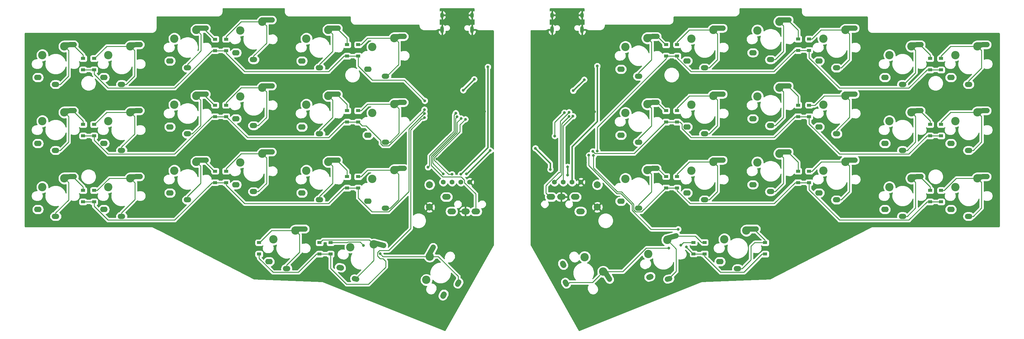
<source format=gbr>
G04 #@! TF.GenerationSoftware,KiCad,Pcbnew,(5.1.4)-1*
G04 #@! TF.CreationDate,2023-05-20T17:31:51-04:00*
G04 #@! TF.ProjectId,Corne Integrated Microchip,436f726e-6520-4496-9e74-656772617465,rev?*
G04 #@! TF.SameCoordinates,Original*
G04 #@! TF.FileFunction,Copper,L2,Bot*
G04 #@! TF.FilePolarity,Positive*
%FSLAX46Y46*%
G04 Gerber Fmt 4.6, Leading zero omitted, Abs format (unit mm)*
G04 Created by KiCad (PCBNEW (5.1.4)-1) date 2023-05-20 17:31:51*
%MOMM*%
%LPD*%
G04 APERTURE LIST*
%ADD10C,1.397000*%
%ADD11C,2.400000*%
%ADD12C,1.500000*%
%ADD13C,1.500000*%
%ADD14C,1.600000*%
%ADD15C,1.600000*%
%ADD16O,1.000000X1.600000*%
%ADD17O,1.000000X2.100000*%
%ADD18C,2.000000*%
%ADD19O,2.200000X1.500000*%
%ADD20O,2.200000X1.600000*%
%ADD21O,2.500000X1.700000*%
%ADD22R,1.200000X0.900000*%
%ADD23C,0.800000*%
%ADD24C,0.381000*%
%ADD25C,0.250000*%
%ADD26C,0.254000*%
G04 APERTURE END LIST*
D10*
X169100500Y-92075000D03*
X166560500Y-92075000D03*
X164020500Y-92075000D03*
X161480500Y-92075000D03*
X137001250Y-92075000D03*
X134461250Y-92075000D03*
X131921250Y-92075000D03*
X129381250Y-92075000D03*
D11*
X124482795Y-120298307D03*
D12*
X133697050Y-121218750D03*
D13*
X133522050Y-121521859D02*
X133872050Y-120915641D01*
D14*
X129414999Y-124635480D03*
D15*
X129264999Y-124895288D02*
X129564999Y-124375672D01*
D12*
X125739393Y-112121014D03*
D13*
X125025379Y-113383030D02*
X126453407Y-110858998D01*
D11*
X125458091Y-113529045D03*
D16*
X129030000Y-43875000D03*
X137670000Y-43875000D03*
D17*
X129030000Y-48055000D03*
X137670000Y-48055000D03*
D16*
X160780000Y-43875000D03*
X169420000Y-43875000D03*
D17*
X160780000Y-48055000D03*
X169420000Y-48055000D03*
D18*
X173831250Y-92793750D03*
X173831250Y-99293750D03*
X125412500Y-92793750D03*
X125412500Y-99293750D03*
D11*
X210502500Y-108585000D03*
D19*
X214312500Y-117025000D03*
D20*
X209212500Y-115025000D03*
D12*
X218212542Y-105584599D03*
D13*
X216762597Y-105597252D02*
X219662487Y-105571946D01*
D11*
X216852500Y-106045000D03*
X188543672Y-112832649D03*
D12*
X194408282Y-119998962D03*
D13*
X194070208Y-120089549D02*
X194746356Y-119908375D01*
D14*
X188964423Y-119387088D03*
D15*
X188674645Y-119464734D02*
X189254201Y-119309442D01*
D12*
X195214440Y-107938978D03*
D13*
X193817176Y-108326474D02*
X196611704Y-107551482D01*
D11*
X194019901Y-108735696D03*
X170157205Y-113699193D03*
D12*
X164752950Y-121218750D03*
D13*
X164577950Y-120915641D02*
X164927950Y-121521859D01*
D14*
X163935001Y-115802020D03*
D15*
X163785001Y-115542212D02*
X164085001Y-116061828D01*
D12*
X176610649Y-118876085D03*
D13*
X175874718Y-117626723D02*
X177346580Y-120125447D01*
D11*
X175531909Y-117928455D03*
X277177500Y-93503750D03*
D19*
X280987500Y-101943750D03*
D20*
X275887500Y-99943750D03*
D12*
X284887542Y-90503349D03*
D13*
X283437597Y-90516002D02*
X286337487Y-90490696D01*
D11*
X283527500Y-90963750D03*
X258127500Y-93503750D03*
D19*
X261937500Y-101943750D03*
D20*
X256837500Y-99943750D03*
D12*
X265837542Y-90503349D03*
D13*
X264387597Y-90516002D02*
X267287487Y-90490696D01*
D11*
X264477500Y-90963750D03*
X239077500Y-88741250D03*
D19*
X242887500Y-97181250D03*
D20*
X237787500Y-95181250D03*
D12*
X246787542Y-85740849D03*
D13*
X245337597Y-85753502D02*
X248237487Y-85728196D01*
D11*
X245427500Y-86201250D03*
X220027500Y-86360000D03*
D19*
X223837500Y-94800000D03*
D20*
X218737500Y-92800000D03*
D12*
X227737542Y-83359599D03*
D13*
X226287597Y-83372252D02*
X229187487Y-83346946D01*
D11*
X226377500Y-83820000D03*
X200977500Y-88741250D03*
D19*
X204787500Y-97181250D03*
D20*
X199687500Y-95181250D03*
D12*
X208687542Y-85740849D03*
D13*
X207237597Y-85753502D02*
X210137487Y-85728196D01*
D11*
X207327500Y-86201250D03*
X181927500Y-91122500D03*
D19*
X185737500Y-99562500D03*
D20*
X180637500Y-97562500D03*
D12*
X189637542Y-88122099D03*
D13*
X188187597Y-88134752D02*
X191087487Y-88109446D01*
D11*
X188277500Y-88582500D03*
X277177500Y-74453750D03*
D19*
X280987500Y-82893750D03*
D20*
X275887500Y-80893750D03*
D12*
X284887542Y-71453349D03*
D13*
X283437597Y-71466002D02*
X286337487Y-71440696D01*
D11*
X283527500Y-71913750D03*
X258127500Y-74453750D03*
D19*
X261937500Y-82893750D03*
D20*
X256837500Y-80893750D03*
D12*
X265837542Y-71453349D03*
D13*
X264387597Y-71466002D02*
X267287487Y-71440696D01*
D11*
X264477500Y-71913750D03*
X239077500Y-69691250D03*
D19*
X242887500Y-78131250D03*
D20*
X237787500Y-76131250D03*
D12*
X246787542Y-66690849D03*
D13*
X245337597Y-66703502D02*
X248237487Y-66678196D01*
D11*
X245427500Y-67151250D03*
X220027500Y-67310000D03*
D19*
X223837500Y-75750000D03*
D20*
X218737500Y-73750000D03*
D12*
X227737542Y-64309599D03*
D13*
X226287597Y-64322252D02*
X229187487Y-64296946D01*
D11*
X226377500Y-64770000D03*
X200977500Y-69691250D03*
D19*
X204787500Y-78131250D03*
D20*
X199687500Y-76131250D03*
D12*
X208687542Y-66690849D03*
D13*
X207237597Y-66703502D02*
X210137487Y-66678196D01*
D11*
X207327500Y-67151250D03*
X181927500Y-72072500D03*
D19*
X185737500Y-80512500D03*
D20*
X180637500Y-78512500D03*
D12*
X189637542Y-69072099D03*
D13*
X188187597Y-69084752D02*
X191087487Y-69059446D01*
D11*
X188277500Y-69532500D03*
X277177500Y-55403750D03*
D19*
X280987500Y-63843750D03*
D20*
X275887500Y-61843750D03*
D12*
X284887542Y-52403349D03*
D13*
X283437597Y-52416002D02*
X286337487Y-52390696D01*
D11*
X283527500Y-52863750D03*
X258127500Y-55403750D03*
D19*
X261937500Y-63843750D03*
D20*
X256837500Y-61843750D03*
D12*
X265837542Y-52403349D03*
D13*
X264387597Y-52416002D02*
X267287487Y-52390696D01*
D11*
X264477500Y-52863750D03*
X239077500Y-50641250D03*
D19*
X242887500Y-59081250D03*
D20*
X237787500Y-57081250D03*
D12*
X246787542Y-47640849D03*
D13*
X245337597Y-47653502D02*
X248237487Y-47628196D01*
D11*
X245427500Y-48101250D03*
X220027500Y-48260000D03*
D19*
X223837500Y-56700000D03*
D20*
X218737500Y-54700000D03*
D12*
X227737542Y-45259599D03*
D13*
X226287597Y-45272252D02*
X229187487Y-45246946D01*
D11*
X226377500Y-45720000D03*
X200977500Y-50641250D03*
D19*
X204787500Y-59081250D03*
D20*
X199687500Y-57081250D03*
D12*
X208687542Y-47640849D03*
D13*
X207237597Y-47653502D02*
X210137487Y-47628196D01*
D11*
X207327500Y-48101250D03*
X181927500Y-53022500D03*
D19*
X185737500Y-61462500D03*
D20*
X180637500Y-59462500D03*
D12*
X189637542Y-50022099D03*
D13*
X188187597Y-50034752D02*
X191087487Y-50009446D01*
D11*
X188277500Y-50482500D03*
X102545973Y-110860448D03*
D12*
X104041718Y-119998962D03*
D13*
X103703644Y-119908375D02*
X104379792Y-120089549D01*
D14*
X99633134Y-116747134D03*
D15*
X99343356Y-116669488D02*
X99922912Y-116824780D01*
D12*
X110769863Y-109957789D03*
D13*
X109366049Y-109594738D02*
X112173677Y-110320840D01*
D11*
X109337002Y-110050497D03*
X80327500Y-108585000D03*
D19*
X84137500Y-117025000D03*
D20*
X79037500Y-115025000D03*
D12*
X88037542Y-105584599D03*
D13*
X86587597Y-105597252D02*
X89487487Y-105571946D01*
D11*
X86677500Y-106045000D03*
X108902500Y-91122500D03*
D19*
X112712500Y-99562500D03*
D20*
X107612500Y-97562500D03*
D12*
X116612542Y-88122099D03*
D13*
X115162597Y-88134752D02*
X118062487Y-88109446D01*
D11*
X115252500Y-88582500D03*
X89852500Y-88741250D03*
D19*
X93662500Y-97181250D03*
D20*
X88562500Y-95181250D03*
D12*
X97562542Y-85740849D03*
D13*
X96112597Y-85753502D02*
X99012487Y-85728196D01*
D11*
X96202500Y-86201250D03*
X70802500Y-86360000D03*
D19*
X74612500Y-94800000D03*
D20*
X69512500Y-92800000D03*
D12*
X78512542Y-83359599D03*
D13*
X77062597Y-83372252D02*
X79962487Y-83346946D01*
D11*
X77152500Y-83820000D03*
X51752500Y-88741250D03*
D19*
X55562500Y-97181250D03*
D20*
X50462500Y-95181250D03*
D12*
X59462542Y-85740849D03*
D13*
X58012597Y-85753502D02*
X60912487Y-85728196D01*
D11*
X58102500Y-86201250D03*
X32702500Y-93503750D03*
D19*
X36512500Y-101943750D03*
D20*
X31412500Y-99943750D03*
D12*
X40412542Y-90503349D03*
D13*
X38962597Y-90516002D02*
X41862487Y-90490696D01*
D11*
X39052500Y-90963750D03*
X13652500Y-93503750D03*
D19*
X17462500Y-101943750D03*
D20*
X12362500Y-99943750D03*
D12*
X21362542Y-90503349D03*
D13*
X19912597Y-90516002D02*
X22812487Y-90490696D01*
D11*
X20002500Y-90963750D03*
X108902500Y-72072500D03*
D19*
X112712500Y-80512500D03*
D20*
X107612500Y-78512500D03*
D12*
X116612542Y-69072099D03*
D13*
X115162597Y-69084752D02*
X118062487Y-69059446D01*
D11*
X115252500Y-69532500D03*
X89852500Y-69691250D03*
D19*
X93662500Y-78131250D03*
D20*
X88562500Y-76131250D03*
D12*
X97562542Y-66690849D03*
D13*
X96112597Y-66703502D02*
X99012487Y-66678196D01*
D11*
X96202500Y-67151250D03*
X70802500Y-67310000D03*
D19*
X74612500Y-75750000D03*
D20*
X69512500Y-73750000D03*
D12*
X78512542Y-64309599D03*
D13*
X77062597Y-64322252D02*
X79962487Y-64296946D01*
D11*
X77152500Y-64770000D03*
X51752500Y-69691250D03*
D19*
X55562500Y-78131250D03*
D20*
X50462500Y-76131250D03*
D12*
X59462542Y-66690849D03*
D13*
X58012597Y-66703502D02*
X60912487Y-66678196D01*
D11*
X58102500Y-67151250D03*
X32702500Y-74453750D03*
D19*
X36512500Y-82893750D03*
D20*
X31412500Y-80893750D03*
D12*
X40412542Y-71453349D03*
D13*
X38962597Y-71466002D02*
X41862487Y-71440696D01*
D11*
X39052500Y-71913750D03*
X13652500Y-74453750D03*
D19*
X17462500Y-82893750D03*
D20*
X12362500Y-80893750D03*
D12*
X21362542Y-71453349D03*
D13*
X19912597Y-71466002D02*
X22812487Y-71440696D01*
D11*
X20002500Y-71913750D03*
X108902500Y-53022500D03*
D19*
X112712500Y-61462500D03*
D20*
X107612500Y-59462500D03*
D12*
X116612542Y-50022099D03*
D13*
X115162597Y-50034752D02*
X118062487Y-50009446D01*
D11*
X115252500Y-50482500D03*
X89852500Y-50641250D03*
D19*
X93662500Y-59081250D03*
D20*
X88562500Y-57081250D03*
D12*
X97562542Y-47640849D03*
D13*
X96112597Y-47653502D02*
X99012487Y-47628196D01*
D11*
X96202500Y-48101250D03*
X70802500Y-48260000D03*
D19*
X74612500Y-56700000D03*
D20*
X69512500Y-54700000D03*
D12*
X78512542Y-45259599D03*
D13*
X77062597Y-45272252D02*
X79962487Y-45246946D01*
D11*
X77152500Y-45720000D03*
X51752500Y-50641250D03*
D19*
X55562500Y-59081250D03*
D20*
X50462500Y-57081250D03*
D12*
X59462542Y-47640849D03*
D13*
X58012597Y-47653502D02*
X60912487Y-47628196D01*
D11*
X58102500Y-48101250D03*
X32702500Y-55403750D03*
D19*
X36512500Y-63843750D03*
D20*
X31412500Y-61843750D03*
D12*
X40412542Y-52403349D03*
D13*
X38962597Y-52416002D02*
X41862487Y-52390696D01*
D11*
X39052500Y-52863750D03*
X13652500Y-55403750D03*
D19*
X17462500Y-63843750D03*
D20*
X12362500Y-61843750D03*
D12*
X21362542Y-52403349D03*
D13*
X19912597Y-52416002D02*
X22812487Y-52390696D01*
D11*
X20002500Y-52863750D03*
D21*
X160462500Y-96325000D03*
X163462500Y-96325000D03*
X167462500Y-96325000D03*
X168962500Y-100525000D03*
X138781250Y-100525000D03*
X135781250Y-100525000D03*
X131781250Y-100525000D03*
X130281250Y-96325000D03*
D22*
X222250000Y-109537500D03*
X222250000Y-112837500D03*
X204787500Y-109475000D03*
X204787500Y-112775000D03*
X201612500Y-109475000D03*
X201612500Y-112775000D03*
X273050000Y-94456250D03*
X273050000Y-97756250D03*
X269875000Y-94456250D03*
X269875000Y-97756250D03*
X234950000Y-88900000D03*
X234950000Y-92200000D03*
X231775000Y-88900000D03*
X231775000Y-92200000D03*
X196850000Y-90487500D03*
X196850000Y-93787500D03*
X193675000Y-90425000D03*
X193675000Y-93725000D03*
X273050000Y-75406250D03*
X273050000Y-78706250D03*
X269875000Y-75406250D03*
X269875000Y-78706250D03*
X234950000Y-69850000D03*
X234950000Y-73150000D03*
X231775000Y-69850000D03*
X231775000Y-73150000D03*
X196850000Y-71437500D03*
X196850000Y-74737500D03*
X193675000Y-71437500D03*
X193675000Y-74737500D03*
X273050000Y-56356250D03*
X273050000Y-59656250D03*
X269875000Y-56356250D03*
X269875000Y-59656250D03*
X234950000Y-50737500D03*
X234950000Y-54037500D03*
X231775000Y-50737500D03*
X231775000Y-54037500D03*
X196850000Y-52387500D03*
X196850000Y-55687500D03*
X193675000Y-52387500D03*
X193675000Y-55687500D03*
X96837500Y-109537500D03*
X96837500Y-112837500D03*
X93662500Y-109537500D03*
X93662500Y-112837500D03*
X76200000Y-109537500D03*
X76200000Y-112837500D03*
X104775000Y-90487500D03*
X104775000Y-93787500D03*
X101600000Y-90487500D03*
X101600000Y-93787500D03*
X66675000Y-88900000D03*
X66675000Y-92200000D03*
X63500000Y-88900000D03*
X63500000Y-92200000D03*
X28575000Y-94456250D03*
X28575000Y-97756250D03*
X25400000Y-94456250D03*
X25400000Y-97756250D03*
X104775000Y-71437500D03*
X104775000Y-74737500D03*
X101600000Y-71437500D03*
X101600000Y-74737500D03*
X66675000Y-69850000D03*
X66675000Y-73150000D03*
X63500000Y-69850000D03*
X63500000Y-73150000D03*
X28575000Y-75406250D03*
X28575000Y-78706250D03*
X25400000Y-75406250D03*
X25400000Y-78706250D03*
X104775000Y-52387500D03*
X104775000Y-55687500D03*
X101600000Y-52387500D03*
X101600000Y-55687500D03*
X66675000Y-50800000D03*
X66675000Y-54100000D03*
X63500000Y-50800000D03*
X63500000Y-54100000D03*
X28575000Y-56356250D03*
X28575000Y-59656250D03*
X25400000Y-56356250D03*
X25400000Y-59656250D03*
D23*
X141319250Y-71628000D03*
X139235302Y-72263000D03*
X133064250Y-81915000D03*
X127476250Y-85344000D03*
X129159000Y-68707000D03*
X128397000Y-66802000D03*
X140716000Y-110490000D03*
X173037500Y-71755000D03*
X170985302Y-72263000D03*
X167894000Y-88900000D03*
X161290000Y-69342000D03*
X160655000Y-66929000D03*
X214312500Y-62706250D03*
X214312500Y-81756250D03*
X170434000Y-86360000D03*
X142875000Y-82931000D03*
X136017000Y-89662000D03*
X138303000Y-62357000D03*
X135128000Y-65532000D03*
X165227000Y-87630000D03*
X165227000Y-90043000D03*
X160274000Y-88392000D03*
X155956000Y-82296000D03*
X170053000Y-62484000D03*
X166878000Y-65659000D03*
X124047250Y-68580000D03*
X123920250Y-71120000D03*
X123920250Y-73406000D03*
X173799500Y-83058000D03*
X111125000Y-112712500D03*
X106362500Y-110331250D03*
X172534333Y-83189896D03*
X172747032Y-84400186D03*
X194468750Y-111125000D03*
X197929500Y-110236000D03*
X199580500Y-110744000D03*
X197167500Y-105664000D03*
X171397722Y-84316778D03*
X173799500Y-58547000D03*
X134461250Y-89789000D03*
X142240000Y-58801000D03*
X133350000Y-73152000D03*
X165671500Y-71882000D03*
X131921250Y-89789000D03*
X135763000Y-73914000D03*
X129381250Y-89662000D03*
X134493000Y-73660000D03*
X166814500Y-73025000D03*
X165726450Y-73087745D03*
X124968000Y-87757000D03*
X132969000Y-72136000D03*
X161544000Y-78740000D03*
X164338000Y-72009000D03*
X123946983Y-72289733D03*
D24*
X141319250Y-71628000D02*
X139870302Y-71628000D01*
X139870302Y-71628000D02*
X139235302Y-72263000D01*
X127476250Y-85344000D02*
X130905250Y-81915000D01*
X130905250Y-81915000D02*
X133064250Y-81915000D01*
X135781250Y-100525000D02*
X136181250Y-100525000D01*
X129159000Y-68707000D02*
X129159000Y-67564000D01*
X129159000Y-67564000D02*
X128397000Y-66802000D01*
X173037500Y-71755000D02*
X171493302Y-71755000D01*
X171493302Y-71755000D02*
X170985302Y-72263000D01*
X161290000Y-69342000D02*
X161290000Y-67564000D01*
X161290000Y-67564000D02*
X160655000Y-66929000D01*
X167894000Y-88900000D02*
X170434000Y-86360000D01*
X142875000Y-82931000D02*
X136144000Y-89662000D01*
X136144000Y-89662000D02*
X136017000Y-89662000D01*
X138303000Y-62357000D02*
X135128000Y-65532000D01*
X165227000Y-87630000D02*
X165227000Y-90043000D01*
X160274000Y-88392000D02*
X160274000Y-86614000D01*
X160274000Y-86614000D02*
X155956000Y-82296000D01*
X170053000Y-62484000D02*
X166878000Y-65659000D01*
D25*
X25400000Y-55331250D02*
X25400000Y-56356250D01*
X22462500Y-52393750D02*
X25400000Y-55331250D01*
X21202499Y-54063749D02*
X20002500Y-52863750D01*
X21202499Y-61453751D02*
X21202499Y-54063749D01*
X18812500Y-63843750D02*
X21202499Y-61453751D01*
X17462500Y-63843750D02*
X18812500Y-63843750D01*
X25400000Y-59656250D02*
X28575000Y-59656250D01*
X62650000Y-54100000D02*
X63500000Y-54100000D01*
X51831240Y-64918760D02*
X62650000Y-54100000D01*
X32596506Y-64918760D02*
X51831240Y-64918760D01*
X28575000Y-60897254D02*
X32596506Y-64918760D01*
X28575000Y-59656250D02*
X28575000Y-60897254D01*
X63500000Y-54100000D02*
X66675000Y-54100000D01*
X100750000Y-55687500D02*
X101600000Y-55687500D01*
X96281240Y-60156260D02*
X100750000Y-55687500D01*
X72031260Y-60156260D02*
X96281240Y-60156260D01*
X66675000Y-54800000D02*
X72031260Y-60156260D01*
X66675000Y-54100000D02*
X66675000Y-54800000D01*
X101600000Y-55687500D02*
X104775000Y-55687500D01*
X104775000Y-58516004D02*
X108869996Y-62611000D01*
X104775000Y-55687500D02*
X104775000Y-58516004D01*
X108869996Y-62611000D02*
X118078250Y-62611000D01*
X118078250Y-62611000D02*
X124047250Y-68580000D01*
X37355444Y-52863750D02*
X39052500Y-52863750D01*
X32217500Y-52863750D02*
X37355444Y-52863750D01*
X28725000Y-56356250D02*
X32217500Y-52863750D01*
X28575000Y-56356250D02*
X28725000Y-56356250D01*
X40252499Y-54063749D02*
X39052500Y-52863750D01*
X40252499Y-61453751D02*
X40252499Y-54063749D01*
X37862500Y-63843750D02*
X40252499Y-61453751D01*
X36512500Y-63843750D02*
X37862500Y-63843750D01*
X63350000Y-50800000D02*
X63500000Y-50800000D01*
X60562500Y-48012500D02*
X63350000Y-50800000D01*
X60562500Y-47631250D02*
X60562500Y-48012500D01*
X59302499Y-49301249D02*
X58102500Y-48101250D01*
X59467499Y-49466249D02*
X59302499Y-49301249D01*
X59467499Y-54176251D02*
X59467499Y-49466249D01*
X55562500Y-58081250D02*
X59467499Y-54176251D01*
X55562500Y-59081250D02*
X55562500Y-58081250D01*
X78352499Y-46919999D02*
X77152500Y-45720000D01*
X78352499Y-51960001D02*
X78352499Y-46919999D01*
X74612500Y-55700000D02*
X78352499Y-51960001D01*
X74612500Y-56700000D02*
X74612500Y-55700000D01*
X75455444Y-45720000D02*
X77152500Y-45720000D01*
X71055000Y-45720000D02*
X75455444Y-45720000D01*
X66675000Y-50100000D02*
X71055000Y-45720000D01*
X66675000Y-50800000D02*
X66675000Y-50100000D01*
X97402499Y-49301249D02*
X96202500Y-48101250D01*
X97402499Y-54341251D02*
X97402499Y-49301249D01*
X93662500Y-58081250D02*
X97402499Y-54341251D01*
X93662500Y-59081250D02*
X93662500Y-58081250D01*
X101600000Y-50568750D02*
X101600000Y-52387500D01*
X98662500Y-47631250D02*
X101600000Y-50568750D01*
X113555444Y-50482500D02*
X115252500Y-50482500D01*
X107530000Y-50482500D02*
X113555444Y-50482500D01*
X105625000Y-52387500D02*
X107530000Y-50482500D01*
X104775000Y-52387500D02*
X105625000Y-52387500D01*
X116452499Y-51682499D02*
X115252500Y-50482500D01*
X116452499Y-58072501D02*
X116452499Y-51682499D01*
X113062500Y-61462500D02*
X116452499Y-58072501D01*
X112712500Y-61462500D02*
X113062500Y-61462500D01*
X21202499Y-73113749D02*
X20002500Y-71913750D01*
X21202499Y-80503751D02*
X21202499Y-73113749D01*
X18812500Y-82893750D02*
X21202499Y-80503751D01*
X17462500Y-82893750D02*
X18812500Y-82893750D01*
X25400000Y-74381250D02*
X25400000Y-75406250D01*
X22462500Y-71443750D02*
X25400000Y-74381250D01*
X25400000Y-78706250D02*
X28575000Y-78706250D01*
X62650000Y-73150000D02*
X63500000Y-73150000D01*
X51831240Y-83968760D02*
X62650000Y-73150000D01*
X32596506Y-83968760D02*
X51831240Y-83968760D01*
X28575000Y-79947254D02*
X32596506Y-83968760D01*
X28575000Y-78706250D02*
X28575000Y-79947254D01*
X63500000Y-73150000D02*
X66675000Y-73150000D01*
X100750000Y-74737500D02*
X101600000Y-74737500D01*
X96281240Y-79206260D02*
X100750000Y-74737500D01*
X72881260Y-79206260D02*
X96281240Y-79206260D01*
X66825000Y-73150000D02*
X72881260Y-79206260D01*
X66675000Y-73150000D02*
X66825000Y-73150000D01*
X101600000Y-74737500D02*
X104775000Y-74737500D01*
X123920250Y-71291160D02*
X123920250Y-71120000D01*
X111917217Y-81587510D02*
X113623900Y-81587510D01*
X113623900Y-81587510D02*
X123920250Y-71291160D01*
X104775000Y-74737500D02*
X104925000Y-74737500D01*
X106025001Y-75837501D02*
X107057774Y-75837501D01*
X107057774Y-75837501D02*
X111287490Y-80067217D01*
X111287490Y-80067217D02*
X111287490Y-80957783D01*
X104925000Y-74737500D02*
X106025001Y-75837501D01*
X111287490Y-80957783D02*
X111917217Y-81587510D01*
X37355444Y-71913750D02*
X39052500Y-71913750D01*
X32217500Y-71913750D02*
X37355444Y-71913750D01*
X28725000Y-75406250D02*
X32217500Y-71913750D01*
X28575000Y-75406250D02*
X28725000Y-75406250D01*
X40252499Y-73113749D02*
X39052500Y-71913750D01*
X40252499Y-78153751D02*
X40252499Y-73113749D01*
X36512500Y-81893750D02*
X40252499Y-78153751D01*
X36512500Y-82893750D02*
X36512500Y-81893750D01*
X63350000Y-69850000D02*
X63500000Y-69850000D01*
X60562500Y-67062500D02*
X63350000Y-69850000D01*
X60562500Y-66681250D02*
X60562500Y-67062500D01*
X59302499Y-68351249D02*
X58102500Y-67151250D01*
X59302499Y-75741251D02*
X59302499Y-68351249D01*
X56912500Y-78131250D02*
X59302499Y-75741251D01*
X55562500Y-78131250D02*
X56912500Y-78131250D01*
X78352499Y-65969999D02*
X77152500Y-64770000D01*
X78352499Y-73360001D02*
X78352499Y-65969999D01*
X75962500Y-75750000D02*
X78352499Y-73360001D01*
X74612500Y-75750000D02*
X75962500Y-75750000D01*
X75455444Y-64770000D02*
X77152500Y-64770000D01*
X71055000Y-64770000D02*
X75455444Y-64770000D01*
X66675000Y-69150000D02*
X71055000Y-64770000D01*
X66675000Y-69850000D02*
X66675000Y-69150000D01*
X97402499Y-68351249D02*
X96202500Y-67151250D01*
X97402499Y-73391251D02*
X97402499Y-68351249D01*
X93662500Y-77131250D02*
X97402499Y-73391251D01*
X93662500Y-78131250D02*
X93662500Y-77131250D01*
X101600000Y-69618750D02*
X101600000Y-71437500D01*
X98662500Y-66681250D02*
X101600000Y-69618750D01*
X113555444Y-69532500D02*
X115252500Y-69532500D01*
X107530000Y-69532500D02*
X113555444Y-69532500D01*
X105625000Y-71437500D02*
X107530000Y-69532500D01*
X104775000Y-71437500D02*
X105625000Y-71437500D01*
X116452499Y-70732499D02*
X115252500Y-69532500D01*
X116617499Y-70897499D02*
X116452499Y-70732499D01*
X116617499Y-77957501D02*
X116617499Y-70897499D01*
X114062500Y-80512500D02*
X116617499Y-77957501D01*
X112712500Y-80512500D02*
X114062500Y-80512500D01*
X21202499Y-92163749D02*
X20002500Y-90963750D01*
X21202499Y-97203751D02*
X21202499Y-92163749D01*
X17462500Y-100943750D02*
X21202499Y-97203751D01*
X17462500Y-101943750D02*
X17462500Y-100943750D01*
X25400000Y-93431250D02*
X25400000Y-94456250D01*
X22462500Y-90493750D02*
X25400000Y-93431250D01*
X92812500Y-112837500D02*
X93662500Y-112837500D01*
X87549990Y-118100010D02*
X92812500Y-112837500D01*
X80221506Y-118100010D02*
X87549990Y-118100010D01*
X76200000Y-114078504D02*
X80221506Y-118100010D01*
X76200000Y-112837500D02*
X76200000Y-114078504D01*
X93662500Y-112837500D02*
X96837500Y-112837500D01*
X96837500Y-115754638D02*
X96837500Y-112837500D01*
X113633250Y-111760000D02*
X111004498Y-111760000D01*
X119925260Y-105467990D02*
X113633250Y-111760000D01*
X119925260Y-77019990D02*
X119925260Y-105467990D01*
X123139251Y-73805999D02*
X119925260Y-77019990D01*
X123920250Y-73406000D02*
X123520251Y-73805999D01*
X123520251Y-73805999D02*
X123139251Y-73805999D01*
X110399999Y-113429160D02*
X111143839Y-114173000D01*
X111004498Y-111760000D02*
X110399999Y-112364499D01*
X110399999Y-112364499D02*
X110399999Y-113429160D01*
X111143839Y-114173000D02*
X111982250Y-114173000D01*
X111982250Y-114173000D02*
X112744250Y-114935000D01*
X96837500Y-116935250D02*
X96837500Y-115754638D01*
X112744250Y-114935000D02*
X112744250Y-116586000D01*
X112744250Y-116586000D02*
X107791250Y-121539000D01*
X101441250Y-121539000D02*
X96837500Y-116935250D01*
X107791250Y-121539000D02*
X101441250Y-121539000D01*
X37355444Y-90963750D02*
X39052500Y-90963750D01*
X32985498Y-90963750D02*
X37355444Y-90963750D01*
X29492998Y-94456250D02*
X32985498Y-90963750D01*
X28575000Y-94456250D02*
X29492998Y-94456250D01*
X40252499Y-92163749D02*
X39052500Y-90963750D01*
X40417499Y-92328749D02*
X40252499Y-92163749D01*
X40417499Y-97038751D02*
X40417499Y-92328749D01*
X36512500Y-100943750D02*
X40417499Y-97038751D01*
X36512500Y-101943750D02*
X36512500Y-100943750D01*
X59302499Y-87401249D02*
X58102500Y-86201250D01*
X59302499Y-92441251D02*
X59302499Y-87401249D01*
X55562500Y-96181250D02*
X59302499Y-92441251D01*
X55562500Y-97181250D02*
X55562500Y-96181250D01*
X63350000Y-88900000D02*
X63500000Y-88900000D01*
X60562500Y-86112500D02*
X63350000Y-88900000D01*
X60562500Y-85731250D02*
X60562500Y-86112500D01*
X75455444Y-83820000D02*
X77152500Y-83820000D01*
X71055000Y-83820000D02*
X75455444Y-83820000D01*
X66675000Y-88200000D02*
X71055000Y-83820000D01*
X66675000Y-88900000D02*
X66675000Y-88200000D01*
X78352499Y-85019999D02*
X77152500Y-83820000D01*
X78352499Y-92410001D02*
X78352499Y-85019999D01*
X75962500Y-94800000D02*
X78352499Y-92410001D01*
X74612500Y-94800000D02*
X75962500Y-94800000D01*
X97402499Y-87401249D02*
X96202500Y-86201250D01*
X97402499Y-92441251D02*
X97402499Y-87401249D01*
X93662500Y-96181250D02*
X97402499Y-92441251D01*
X93662500Y-97181250D02*
X93662500Y-96181250D01*
X101600000Y-88668750D02*
X101600000Y-90487500D01*
X98662500Y-85731250D02*
X101600000Y-88668750D01*
X113555444Y-88582500D02*
X115252500Y-88582500D01*
X107530000Y-88582500D02*
X113555444Y-88582500D01*
X105625000Y-90487500D02*
X107530000Y-88582500D01*
X104775000Y-90487500D02*
X105625000Y-90487500D01*
X116452499Y-89782499D02*
X115252500Y-88582500D01*
X116452499Y-97172501D02*
X116452499Y-89782499D01*
X114062500Y-99562500D02*
X116452499Y-97172501D01*
X112712500Y-99562500D02*
X114062500Y-99562500D01*
X84980444Y-106045000D02*
X86677500Y-106045000D01*
X79842500Y-106045000D02*
X84980444Y-106045000D01*
X76350000Y-109537500D02*
X79842500Y-106045000D01*
X76200000Y-109537500D02*
X76350000Y-109537500D01*
X87877499Y-107244999D02*
X86677500Y-106045000D01*
X87877499Y-112285001D02*
X87877499Y-107244999D01*
X84137500Y-116025000D02*
X87877499Y-112285001D01*
X84137500Y-117025000D02*
X84137500Y-116025000D01*
X193675000Y-55687500D02*
X196850000Y-55687500D01*
X232625000Y-54037500D02*
X234950000Y-54037500D01*
X231775000Y-54037500D02*
X232625000Y-54037500D01*
X269875000Y-59656250D02*
X273050000Y-59656250D01*
X230925000Y-54037500D02*
X231775000Y-54037500D01*
X224806240Y-60156260D02*
X230925000Y-54037500D01*
X200871506Y-60156260D02*
X224806240Y-60156260D01*
X196850000Y-56134754D02*
X200871506Y-60156260D01*
X196850000Y-55687500D02*
X196850000Y-56134754D01*
X269025000Y-59656250D02*
X269875000Y-59656250D01*
X263762490Y-64918760D02*
X269025000Y-59656250D01*
X243734006Y-64918760D02*
X263762490Y-64918760D01*
X234950000Y-56134754D02*
X243734006Y-64918760D01*
X234950000Y-54037500D02*
X234950000Y-56134754D01*
X173799500Y-76263000D02*
X173799500Y-83058000D01*
X193675000Y-55687500D02*
X193675000Y-56387500D01*
X193675000Y-56387500D02*
X173799500Y-76263000D01*
X93812500Y-109537500D02*
X94606250Y-108743750D01*
X93662500Y-109537500D02*
X93812500Y-109537500D01*
X108030255Y-108743750D02*
X109337002Y-110050497D01*
X94606250Y-108743750D02*
X108030255Y-108743750D01*
X109337002Y-114703678D02*
X109337002Y-110050497D01*
X104041718Y-119998962D02*
X109337002Y-114703678D01*
X123761035Y-113529045D02*
X125458091Y-113529045D01*
X96837500Y-109537500D02*
X101611919Y-109537500D01*
X127155147Y-113529045D02*
X125458091Y-113529045D01*
X127954797Y-113529045D02*
X127155147Y-113529045D01*
X133697050Y-119271298D02*
X127954797Y-113529045D01*
X133697050Y-121218750D02*
X133697050Y-119271298D01*
X123761035Y-113529045D02*
X111941545Y-113529045D01*
X111941545Y-113529045D02*
X111125000Y-112712500D01*
X101813972Y-109335447D02*
X101611919Y-109537500D01*
X105366697Y-109335447D02*
X101813972Y-109335447D01*
X106362500Y-110331250D02*
X105366697Y-109335447D01*
X185737500Y-60462500D02*
X185737500Y-61462500D01*
X189477499Y-56722501D02*
X185737500Y-60462500D01*
X189477499Y-51682499D02*
X189477499Y-56722501D01*
X188277500Y-50482500D02*
X189477499Y-51682499D01*
X193525000Y-52387500D02*
X193675000Y-52387500D01*
X191150000Y-50012500D02*
X193525000Y-52387500D01*
X190737500Y-50012500D02*
X191150000Y-50012500D01*
X205630444Y-48101250D02*
X207327500Y-48101250D01*
X200436250Y-48101250D02*
X205630444Y-48101250D01*
X196850000Y-51687500D02*
X200436250Y-48101250D01*
X196850000Y-52387500D02*
X196850000Y-51687500D01*
X208527499Y-49301249D02*
X207327500Y-48101250D01*
X208527499Y-56691251D02*
X208527499Y-49301249D01*
X206137500Y-59081250D02*
X208527499Y-56691251D01*
X204787500Y-59081250D02*
X206137500Y-59081250D01*
X227577499Y-46919999D02*
X226377500Y-45720000D01*
X227577499Y-54310001D02*
X227577499Y-46919999D01*
X225187500Y-56700000D02*
X227577499Y-54310001D01*
X223837500Y-56700000D02*
X225187500Y-56700000D01*
X231775000Y-48187500D02*
X231775000Y-50737500D01*
X228837500Y-45250000D02*
X231775000Y-48187500D01*
X243730444Y-48101250D02*
X245427500Y-48101250D01*
X238436250Y-48101250D02*
X243730444Y-48101250D01*
X235800000Y-50737500D02*
X238436250Y-48101250D01*
X234950000Y-50737500D02*
X235800000Y-50737500D01*
X246627499Y-49301249D02*
X245427500Y-48101250D01*
X246627499Y-56691251D02*
X246627499Y-49301249D01*
X244237500Y-59081250D02*
X246627499Y-56691251D01*
X242887500Y-59081250D02*
X244237500Y-59081250D01*
X265677499Y-54063749D02*
X264477500Y-52863750D01*
X265677499Y-60453751D02*
X265677499Y-54063749D01*
X262287500Y-63843750D02*
X265677499Y-60453751D01*
X261937500Y-63843750D02*
X262287500Y-63843750D01*
X269875000Y-55331250D02*
X269875000Y-56356250D01*
X266937500Y-52393750D02*
X269875000Y-55331250D01*
X284727499Y-54063749D02*
X283527500Y-52863750D01*
X284727499Y-59103751D02*
X284727499Y-54063749D01*
X280987500Y-62843750D02*
X284727499Y-59103751D01*
X280987500Y-63843750D02*
X280987500Y-62843750D01*
X281830444Y-52863750D02*
X283527500Y-52863750D01*
X275842500Y-52863750D02*
X281830444Y-52863750D01*
X273050000Y-55656250D02*
X275842500Y-52863750D01*
X273050000Y-56356250D02*
X273050000Y-55656250D01*
X189477499Y-70732499D02*
X188277500Y-69532500D01*
X189477499Y-75772501D02*
X189477499Y-70732499D01*
X185737500Y-79512500D02*
X189477499Y-75772501D01*
X185737500Y-80512500D02*
X185737500Y-79512500D01*
X193525000Y-71437500D02*
X193675000Y-71437500D01*
X191150000Y-69062500D02*
X193525000Y-71437500D01*
X190737500Y-69062500D02*
X191150000Y-69062500D01*
X194525000Y-74737500D02*
X196850000Y-74737500D01*
X193675000Y-74737500D02*
X194525000Y-74737500D01*
X230925000Y-73150000D02*
X231775000Y-73150000D01*
X224868740Y-79206260D02*
X230925000Y-73150000D01*
X200871506Y-79206260D02*
X224868740Y-79206260D01*
X198262490Y-76597244D02*
X200871506Y-79206260D01*
X198262490Y-75299990D02*
X198262490Y-76597244D01*
X197700000Y-74737500D02*
X198262490Y-75299990D01*
X196850000Y-74737500D02*
X197700000Y-74737500D01*
X269025000Y-78706250D02*
X269875000Y-78706250D01*
X263762490Y-83968760D02*
X269025000Y-78706250D01*
X243734006Y-83968760D02*
X263762490Y-83968760D01*
X234950000Y-75184754D02*
X243734006Y-83968760D01*
X234950000Y-73150000D02*
X234950000Y-75184754D01*
X232625000Y-73150000D02*
X234950000Y-73150000D01*
X231775000Y-73150000D02*
X232625000Y-73150000D01*
X272200000Y-78706250D02*
X269875000Y-78706250D01*
X273050000Y-78706250D02*
X272200000Y-78706250D01*
X173127438Y-83783001D02*
X172534333Y-83189896D01*
X184479499Y-83783001D02*
X173127438Y-83783001D01*
X193675000Y-74737500D02*
X193525000Y-74737500D01*
X193525000Y-74737500D02*
X184479499Y-83783001D01*
X208527499Y-68351249D02*
X207327500Y-67151250D01*
X208527499Y-75741251D02*
X208527499Y-68351249D01*
X206137500Y-78131250D02*
X208527499Y-75741251D01*
X204787500Y-78131250D02*
X206137500Y-78131250D01*
X205630444Y-67151250D02*
X207327500Y-67151250D01*
X200436250Y-67151250D02*
X205630444Y-67151250D01*
X196850000Y-70737500D02*
X200436250Y-67151250D01*
X196850000Y-71437500D02*
X196850000Y-70737500D01*
X231775000Y-67237500D02*
X231775000Y-69850000D01*
X228837500Y-64300000D02*
X231775000Y-67237500D01*
X227577499Y-65969999D02*
X226377500Y-64770000D01*
X227577499Y-73360001D02*
X227577499Y-65969999D01*
X225187500Y-75750000D02*
X227577499Y-73360001D01*
X223837500Y-75750000D02*
X225187500Y-75750000D01*
X243730444Y-67151250D02*
X245427500Y-67151250D01*
X239360498Y-67151250D02*
X243730444Y-67151250D01*
X236661748Y-69850000D02*
X239360498Y-67151250D01*
X234950000Y-69850000D02*
X236661748Y-69850000D01*
X246627499Y-68351249D02*
X245427500Y-67151250D01*
X246627499Y-73391251D02*
X246627499Y-68351249D01*
X242887500Y-77131250D02*
X246627499Y-73391251D01*
X242887500Y-78131250D02*
X242887500Y-77131250D01*
X265677499Y-73113749D02*
X264477500Y-71913750D01*
X265677499Y-80503751D02*
X265677499Y-73113749D01*
X263287500Y-82893750D02*
X265677499Y-80503751D01*
X261937500Y-82893750D02*
X263287500Y-82893750D01*
X269875000Y-74381250D02*
X269875000Y-75406250D01*
X266937500Y-71443750D02*
X269875000Y-74381250D01*
X281830444Y-71913750D02*
X283527500Y-71913750D01*
X275842500Y-71913750D02*
X281830444Y-71913750D01*
X273050000Y-74706250D02*
X275842500Y-71913750D01*
X273050000Y-75406250D02*
X273050000Y-74706250D01*
X284727499Y-73113749D02*
X283527500Y-71913750D01*
X284727499Y-80503751D02*
X284727499Y-73113749D01*
X282337500Y-82893750D02*
X284727499Y-80503751D01*
X280987500Y-82893750D02*
X282337500Y-82893750D01*
X189477499Y-89782499D02*
X188277500Y-88582500D01*
X189477499Y-94822501D02*
X189477499Y-89782499D01*
X185737500Y-98562500D02*
X189477499Y-94822501D01*
X185737500Y-99562500D02*
X185737500Y-98562500D01*
X193525000Y-90425000D02*
X193675000Y-90425000D01*
X191212500Y-88112500D02*
X193525000Y-90425000D01*
X190737500Y-88112500D02*
X191212500Y-88112500D01*
X196787500Y-93725000D02*
X196850000Y-93787500D01*
X193675000Y-93725000D02*
X196787500Y-93725000D01*
X230925000Y-92200000D02*
X231775000Y-92200000D01*
X224868740Y-98256260D02*
X230925000Y-92200000D01*
X200618760Y-98256260D02*
X224868740Y-98256260D01*
X196850000Y-94487500D02*
X200618760Y-98256260D01*
X196850000Y-93787500D02*
X196850000Y-94487500D01*
X231775000Y-92200000D02*
X234950000Y-92200000D01*
X269025000Y-97756250D02*
X269875000Y-97756250D01*
X263762490Y-103018760D02*
X269025000Y-97756250D01*
X243734006Y-103018760D02*
X263762490Y-103018760D01*
X234950000Y-94234754D02*
X243734006Y-103018760D01*
X234950000Y-92200000D02*
X234950000Y-94234754D01*
X273050000Y-97756250D02*
X269875000Y-97756250D01*
X172747032Y-87985034D02*
X172747032Y-84400186D01*
X179649499Y-94887501D02*
X172747032Y-87985034D01*
X180825501Y-94887501D02*
X179649499Y-94887501D01*
X186612490Y-100637510D02*
X184942217Y-100637510D01*
X193675000Y-93725000D02*
X193525000Y-93725000D01*
X184942217Y-100637510D02*
X184312490Y-100007783D01*
X193525000Y-93725000D02*
X186612490Y-100637510D01*
X184312490Y-100007783D02*
X184312490Y-98374490D01*
X184312490Y-98374490D02*
X180825501Y-94887501D01*
X208527499Y-87401249D02*
X207327500Y-86201250D01*
X208527499Y-94791251D02*
X208527499Y-87401249D01*
X206137500Y-97181250D02*
X208527499Y-94791251D01*
X204787500Y-97181250D02*
X206137500Y-97181250D01*
X205630444Y-86201250D02*
X207327500Y-86201250D01*
X200436250Y-86201250D02*
X205630444Y-86201250D01*
X196850000Y-89787500D02*
X200436250Y-86201250D01*
X196850000Y-90487500D02*
X196850000Y-89787500D01*
X227577499Y-85019999D02*
X226377500Y-83820000D01*
X227577499Y-92410001D02*
X227577499Y-85019999D01*
X225187500Y-94800000D02*
X227577499Y-92410001D01*
X223837500Y-94800000D02*
X225187500Y-94800000D01*
X231775000Y-86287500D02*
X231775000Y-88900000D01*
X228837500Y-83350000D02*
X231775000Y-86287500D01*
X243730444Y-86201250D02*
X245427500Y-86201250D01*
X238498750Y-86201250D02*
X243730444Y-86201250D01*
X235800000Y-88900000D02*
X238498750Y-86201250D01*
X234950000Y-88900000D02*
X235800000Y-88900000D01*
X246627499Y-87401249D02*
X245427500Y-86201250D01*
X246627499Y-94791251D02*
X246627499Y-87401249D01*
X244237500Y-97181250D02*
X246627499Y-94791251D01*
X242887500Y-97181250D02*
X244237500Y-97181250D01*
X265677499Y-92163749D02*
X264477500Y-90963750D01*
X265677499Y-99553751D02*
X265677499Y-92163749D01*
X263287500Y-101943750D02*
X265677499Y-99553751D01*
X261937500Y-101943750D02*
X263287500Y-101943750D01*
X269875000Y-93431250D02*
X269875000Y-94456250D01*
X266937500Y-90493750D02*
X269875000Y-93431250D01*
X284727499Y-92163749D02*
X283527500Y-90963750D01*
X284727499Y-99553751D02*
X284727499Y-92163749D01*
X282337500Y-101943750D02*
X284727499Y-99553751D01*
X280987500Y-101943750D02*
X282337500Y-101943750D01*
X281830444Y-90963750D02*
X283527500Y-90963750D01*
X277460498Y-90963750D02*
X281830444Y-90963750D01*
X273967998Y-94456250D02*
X277460498Y-90963750D01*
X273050000Y-94456250D02*
X273967998Y-94456250D01*
X174331910Y-119128454D02*
X175531909Y-117928455D01*
X172416613Y-121043751D02*
X174331910Y-119128454D01*
X165885991Y-121043751D02*
X172416613Y-121043751D01*
X165710992Y-121218750D02*
X165885991Y-121043751D01*
X164752950Y-121218750D02*
X165710992Y-121218750D01*
X181190864Y-117928455D02*
X187994319Y-111125000D01*
X175531909Y-117928455D02*
X181190864Y-117928455D01*
X187994319Y-111125000D02*
X194468750Y-111125000D01*
X198690500Y-109475000D02*
X201612500Y-109475000D01*
X197929500Y-110236000D02*
X198690500Y-109475000D01*
X202462500Y-112775000D02*
X204787500Y-112775000D01*
X201612500Y-112775000D02*
X202462500Y-112775000D01*
X221400000Y-112837500D02*
X222250000Y-112837500D01*
X216137490Y-118100010D02*
X221400000Y-112837500D01*
X209412510Y-118100010D02*
X216137490Y-118100010D01*
X204787500Y-113475000D02*
X209412510Y-118100010D01*
X204787500Y-112775000D02*
X204787500Y-113475000D01*
X199580500Y-110893000D02*
X199580500Y-110744000D01*
X201612500Y-112775000D02*
X201462500Y-112775000D01*
X201462500Y-112775000D02*
X199580500Y-110893000D01*
X171397722Y-87272134D02*
X171397722Y-84316778D01*
X189332297Y-105664000D02*
X183862480Y-100194183D01*
X197167500Y-105664000D02*
X189332297Y-105664000D01*
X183862480Y-100194183D02*
X183862480Y-98560890D01*
X183862480Y-98560890D02*
X180639101Y-95337511D01*
X180639101Y-95337511D02*
X179463098Y-95337510D01*
X179463098Y-95337510D02*
X171397722Y-87272134D01*
X196613152Y-111328947D02*
X194019901Y-108735696D01*
X194408282Y-119998962D02*
X196613152Y-117794092D01*
X196613152Y-117794092D02*
X196613152Y-111328947D01*
X203937500Y-109475000D02*
X204787500Y-109475000D01*
X202107516Y-107645016D02*
X203937500Y-109475000D01*
X196274433Y-107645016D02*
X202107516Y-107645016D01*
X219312500Y-105900000D02*
X219312500Y-105575000D01*
X222250000Y-108837500D02*
X219312500Y-105900000D01*
X222250000Y-109537500D02*
X222250000Y-108837500D01*
X221400000Y-109537500D02*
X222250000Y-109537500D01*
X219240998Y-109537500D02*
X221400000Y-109537500D01*
X218217499Y-110560999D02*
X219240998Y-109537500D01*
X218217499Y-114470001D02*
X218217499Y-110560999D01*
X215662500Y-117025000D02*
X218217499Y-114470001D01*
X214312500Y-117025000D02*
X215662500Y-117025000D01*
D24*
X166560500Y-92075000D02*
X166560500Y-81847672D01*
X173828001Y-58575501D02*
X173799500Y-58547000D01*
X166560500Y-81847672D02*
X173828001Y-74580171D01*
X173828001Y-74580171D02*
X173828001Y-58575501D01*
X134461250Y-89789000D02*
X142208250Y-82042000D01*
X142208250Y-82042000D02*
X142208250Y-58832750D01*
X142208250Y-58832750D02*
X142240000Y-58801000D01*
D25*
X125851231Y-84623197D02*
X132642567Y-77831861D01*
X125851231Y-87204983D02*
X125851231Y-84623197D01*
X129160249Y-90514001D02*
X125851231Y-87204983D01*
X134538212Y-90514001D02*
X129160249Y-90514001D01*
X138781250Y-100525000D02*
X138781250Y-99425000D01*
X138781250Y-99425000D02*
X138779250Y-99423000D01*
X138779250Y-99423000D02*
X138779250Y-95490961D01*
X138779250Y-95490961D02*
X135484760Y-92196471D01*
X135484760Y-92196471D02*
X135484760Y-91460549D01*
X135484760Y-91460549D02*
X134538212Y-90514001D01*
X132906176Y-73595824D02*
X133350000Y-73152000D01*
X132642567Y-77831861D02*
X132906176Y-77568252D01*
X132906176Y-77568252D02*
X132906176Y-73595824D01*
X160062500Y-96325000D02*
X160462500Y-96325000D01*
X165671500Y-71882000D02*
X163120480Y-74433020D01*
X163120480Y-74433020D02*
X163120480Y-89281000D01*
X163120480Y-89281000D02*
X162759718Y-89281000D01*
X162759718Y-89281000D02*
X158962500Y-93078218D01*
X158962500Y-93078218D02*
X158962500Y-95225000D01*
X158962500Y-95225000D02*
X160062500Y-96325000D01*
X13652500Y-55403750D02*
X13652500Y-55721250D01*
X126751249Y-85692001D02*
X126751249Y-84995999D01*
X131921250Y-89789000D02*
X130848248Y-89789000D01*
X130848248Y-89789000D02*
X126751249Y-85692001D01*
X126751249Y-84995999D02*
X134207250Y-77539998D01*
X134207250Y-77539998D02*
X134207250Y-75469750D01*
X134207250Y-75469750D02*
X135763000Y-73914000D01*
X126301240Y-86581990D02*
X126301240Y-84809598D01*
X129381250Y-89662000D02*
X126301240Y-86581990D01*
X126301240Y-84809598D02*
X133375199Y-77735639D01*
X133375199Y-77735639D02*
X133375199Y-74777801D01*
X133375199Y-74777801D02*
X134493000Y-73660000D01*
X164020500Y-75819000D02*
X164020500Y-92075000D01*
X166814500Y-73025000D02*
X164020500Y-75819000D01*
X165726450Y-73087745D02*
X163570490Y-75243705D01*
X163570490Y-89985010D02*
X161480500Y-92075000D01*
X163570490Y-75243705D02*
X163570490Y-89985010D01*
X125401221Y-87323779D02*
X125401222Y-84436796D01*
X124968000Y-87757000D02*
X125401221Y-87323779D01*
X125401222Y-84436796D02*
X131462009Y-78376009D01*
X132456166Y-72648834D02*
X132969000Y-72136000D01*
X131462009Y-78376009D02*
X132456166Y-77381852D01*
X132456166Y-77381852D02*
X132456166Y-72648834D01*
X161544000Y-78740000D02*
X161544000Y-74803000D01*
X161544000Y-74803000D02*
X164338000Y-72009000D01*
X25400000Y-97756250D02*
X28575000Y-97756250D01*
X62650000Y-92200000D02*
X63500000Y-92200000D01*
X51831240Y-103018760D02*
X62650000Y-92200000D01*
X32596506Y-103018760D02*
X51831240Y-103018760D01*
X28575000Y-98997254D02*
X32596506Y-103018760D01*
X28575000Y-97756250D02*
X28575000Y-98997254D01*
X63500000Y-92200000D02*
X66675000Y-92200000D01*
X100750000Y-93787500D02*
X101600000Y-93787500D01*
X96281240Y-98256260D02*
X100750000Y-93787500D01*
X72031260Y-98256260D02*
X96281240Y-98256260D01*
X66675000Y-92900000D02*
X72031260Y-98256260D01*
X66675000Y-92200000D02*
X66675000Y-92900000D01*
X102450000Y-93787500D02*
X104775000Y-93787500D01*
X101600000Y-93787500D02*
X102450000Y-93787500D01*
X113623900Y-100637510D02*
X119475250Y-94786160D01*
X108796506Y-100637510D02*
X113623900Y-100637510D01*
X104775000Y-93787500D02*
X104775000Y-96616004D01*
X104775000Y-96616004D02*
X108796506Y-100637510D01*
X119475250Y-94786160D02*
X119475250Y-76761466D01*
X119475250Y-76761466D02*
X123946983Y-72289733D01*
D26*
G36*
X83369112Y-41940652D02*
G01*
X83393513Y-41948019D01*
X83416015Y-41959983D01*
X83435764Y-41976091D01*
X83452009Y-41995727D01*
X83464133Y-42018151D01*
X83471668Y-42042492D01*
X83477500Y-42097976D01*
X83477500Y-42894919D01*
X83480269Y-42923031D01*
X83480235Y-42927859D01*
X83481135Y-42937030D01*
X83497328Y-43091096D01*
X83509354Y-43149682D01*
X83520565Y-43208453D01*
X83523229Y-43217274D01*
X83569038Y-43365258D01*
X83592213Y-43420390D01*
X83614626Y-43475864D01*
X83618952Y-43484001D01*
X83692632Y-43620270D01*
X83726067Y-43669838D01*
X83758838Y-43719919D01*
X83764663Y-43727060D01*
X83863409Y-43846423D01*
X83905843Y-43888562D01*
X83947706Y-43931311D01*
X83954807Y-43937185D01*
X84074855Y-44035094D01*
X84124682Y-44068199D01*
X84174038Y-44101994D01*
X84182144Y-44106377D01*
X84318925Y-44179104D01*
X84374227Y-44201898D01*
X84429210Y-44225464D01*
X84438013Y-44228189D01*
X84586314Y-44272964D01*
X84645017Y-44284587D01*
X84703506Y-44297020D01*
X84712671Y-44297983D01*
X84866844Y-44313100D01*
X84866848Y-44313100D01*
X84898831Y-44316250D01*
X102361471Y-44316250D01*
X102419112Y-44321902D01*
X102443513Y-44329269D01*
X102466015Y-44341233D01*
X102485764Y-44357341D01*
X102502009Y-44376977D01*
X102514133Y-44399401D01*
X102521668Y-44423742D01*
X102527500Y-44479226D01*
X102527500Y-45276169D01*
X102530269Y-45304281D01*
X102530235Y-45309109D01*
X102531135Y-45318280D01*
X102547328Y-45472346D01*
X102559354Y-45530932D01*
X102570565Y-45589703D01*
X102573229Y-45598524D01*
X102619038Y-45746508D01*
X102642213Y-45801640D01*
X102664626Y-45857114D01*
X102668952Y-45865251D01*
X102742632Y-46001520D01*
X102776067Y-46051088D01*
X102808838Y-46101169D01*
X102814663Y-46108310D01*
X102913409Y-46227673D01*
X102955843Y-46269812D01*
X102997706Y-46312561D01*
X103004807Y-46318435D01*
X103124855Y-46416344D01*
X103174682Y-46449449D01*
X103224038Y-46483244D01*
X103232144Y-46487627D01*
X103368925Y-46560354D01*
X103424227Y-46583148D01*
X103479210Y-46606714D01*
X103488013Y-46609439D01*
X103636314Y-46654214D01*
X103695017Y-46665837D01*
X103753506Y-46678270D01*
X103762671Y-46679233D01*
X103916844Y-46694350D01*
X103916848Y-46694350D01*
X103948831Y-46697500D01*
X122205221Y-46697500D01*
X122262862Y-46703152D01*
X122287263Y-46710519D01*
X122309765Y-46722483D01*
X122329514Y-46738591D01*
X122345759Y-46758227D01*
X122357883Y-46780651D01*
X122365418Y-46804992D01*
X122374051Y-46887128D01*
X122373985Y-46896609D01*
X122374885Y-46905780D01*
X122391078Y-47059846D01*
X122403104Y-47118432D01*
X122414315Y-47177203D01*
X122416979Y-47186024D01*
X122462788Y-47334008D01*
X122485963Y-47389140D01*
X122508376Y-47444614D01*
X122512702Y-47452751D01*
X122586382Y-47589020D01*
X122619817Y-47638588D01*
X122652588Y-47688669D01*
X122658413Y-47695810D01*
X122757159Y-47815173D01*
X122799593Y-47857312D01*
X122841456Y-47900061D01*
X122848557Y-47905935D01*
X122968605Y-48003844D01*
X123018432Y-48036949D01*
X123067788Y-48070744D01*
X123075894Y-48075127D01*
X123212675Y-48147854D01*
X123267977Y-48170648D01*
X123322960Y-48194214D01*
X123331763Y-48196939D01*
X123480064Y-48241714D01*
X123538767Y-48253337D01*
X123597256Y-48265770D01*
X123606421Y-48266733D01*
X123760594Y-48281850D01*
X123760598Y-48281850D01*
X123792581Y-48285000D01*
X127032419Y-48285000D01*
X127060531Y-48282231D01*
X127065359Y-48282265D01*
X127074530Y-48281365D01*
X127228596Y-48265172D01*
X127287182Y-48253146D01*
X127345953Y-48241935D01*
X127354774Y-48239271D01*
X127502758Y-48193462D01*
X127530025Y-48182000D01*
X127895000Y-48182000D01*
X127895000Y-48732000D01*
X127941585Y-48950987D01*
X128029997Y-49156678D01*
X128156839Y-49341169D01*
X128317236Y-49497369D01*
X128505024Y-49619276D01*
X128728126Y-49699119D01*
X128903000Y-49572954D01*
X128903000Y-48182000D01*
X127895000Y-48182000D01*
X127530025Y-48182000D01*
X127557890Y-48170287D01*
X127613364Y-48147874D01*
X127621501Y-48143548D01*
X127757770Y-48069868D01*
X127807338Y-48036433D01*
X127857419Y-48003662D01*
X127864560Y-47997837D01*
X127948978Y-47928000D01*
X128903000Y-47928000D01*
X128903000Y-46537046D01*
X129157000Y-46537046D01*
X129157000Y-47928000D01*
X129177000Y-47928000D01*
X129177000Y-48182000D01*
X129157000Y-48182000D01*
X129157000Y-49572954D01*
X129331874Y-49699119D01*
X129554976Y-49619276D01*
X129742764Y-49497369D01*
X129903161Y-49341169D01*
X130030003Y-49156678D01*
X130118415Y-48950987D01*
X130165000Y-48732000D01*
X130165000Y-48441904D01*
X130179978Y-48448108D01*
X130365448Y-48485000D01*
X130554552Y-48485000D01*
X130740022Y-48448108D01*
X130914731Y-48375741D01*
X131071964Y-48270681D01*
X131205681Y-48136964D01*
X131310741Y-47979731D01*
X131383108Y-47805022D01*
X131420000Y-47619552D01*
X131420000Y-47430448D01*
X135280000Y-47430448D01*
X135280000Y-47619552D01*
X135316892Y-47805022D01*
X135389259Y-47979731D01*
X135494319Y-48136964D01*
X135628036Y-48270681D01*
X135785269Y-48375741D01*
X135959978Y-48448108D01*
X136145448Y-48485000D01*
X136334552Y-48485000D01*
X136520022Y-48448108D01*
X136535000Y-48441904D01*
X136535000Y-48732000D01*
X136581585Y-48950987D01*
X136669997Y-49156678D01*
X136796839Y-49341169D01*
X136957236Y-49497369D01*
X137145024Y-49619276D01*
X137368126Y-49699119D01*
X137543000Y-49572954D01*
X137543000Y-48182000D01*
X137797000Y-48182000D01*
X137797000Y-49572954D01*
X137971874Y-49699119D01*
X138194976Y-49619276D01*
X138382764Y-49497369D01*
X138543161Y-49341169D01*
X138670003Y-49156678D01*
X138758415Y-48950987D01*
X138805000Y-48732000D01*
X138805000Y-48182000D01*
X137797000Y-48182000D01*
X137543000Y-48182000D01*
X137523000Y-48182000D01*
X137523000Y-47928000D01*
X137543000Y-47928000D01*
X137543000Y-46537046D01*
X137368126Y-46410881D01*
X137145024Y-46490724D01*
X136957236Y-46612631D01*
X136812884Y-46753206D01*
X136694731Y-46674259D01*
X136520022Y-46601892D01*
X136334552Y-46565000D01*
X136145448Y-46565000D01*
X135959978Y-46601892D01*
X135785269Y-46674259D01*
X135628036Y-46779319D01*
X135494319Y-46913036D01*
X135389259Y-47070269D01*
X135316892Y-47244978D01*
X135280000Y-47430448D01*
X131420000Y-47430448D01*
X131383108Y-47244978D01*
X131310741Y-47070269D01*
X131205681Y-46913036D01*
X131071964Y-46779319D01*
X130914731Y-46674259D01*
X130740022Y-46601892D01*
X130554552Y-46565000D01*
X130365448Y-46565000D01*
X130179978Y-46601892D01*
X130005269Y-46674259D01*
X129887116Y-46753206D01*
X129742764Y-46612631D01*
X129554976Y-46490724D01*
X129331874Y-46410881D01*
X129157000Y-46537046D01*
X128903000Y-46537046D01*
X128728126Y-46410881D01*
X128505024Y-46490724D01*
X128453750Y-46524010D01*
X128453750Y-45155990D01*
X128505024Y-45189276D01*
X128728126Y-45269119D01*
X128903000Y-45142954D01*
X128903000Y-44002000D01*
X129157000Y-44002000D01*
X129157000Y-45142954D01*
X129331874Y-45269119D01*
X129554976Y-45189276D01*
X129742764Y-45067369D01*
X129903161Y-44911169D01*
X130030003Y-44726678D01*
X130118415Y-44520987D01*
X130165000Y-44302000D01*
X130165000Y-44002000D01*
X136535000Y-44002000D01*
X136535000Y-44302000D01*
X136581585Y-44520987D01*
X136669997Y-44726678D01*
X136796839Y-44911169D01*
X136957236Y-45067369D01*
X137145024Y-45189276D01*
X137368126Y-45269119D01*
X137543000Y-45142954D01*
X137543000Y-44002000D01*
X136535000Y-44002000D01*
X130165000Y-44002000D01*
X129157000Y-44002000D01*
X128903000Y-44002000D01*
X128883000Y-44002000D01*
X128883000Y-43748000D01*
X128903000Y-43748000D01*
X128903000Y-42607046D01*
X129157000Y-42607046D01*
X129157000Y-43748000D01*
X130165000Y-43748000D01*
X130165000Y-43448000D01*
X136535000Y-43448000D01*
X136535000Y-43748000D01*
X137543000Y-43748000D01*
X137543000Y-42607046D01*
X137368126Y-42480881D01*
X137145024Y-42560724D01*
X136957236Y-42682631D01*
X136796839Y-42838831D01*
X136669997Y-43023322D01*
X136581585Y-43229013D01*
X136535000Y-43448000D01*
X130165000Y-43448000D01*
X130118415Y-43229013D01*
X130030003Y-43023322D01*
X129903161Y-42838831D01*
X129742764Y-42682631D01*
X129554976Y-42560724D01*
X129331874Y-42480881D01*
X129157000Y-42607046D01*
X128903000Y-42607046D01*
X128728126Y-42480881D01*
X128505024Y-42560724D01*
X128453750Y-42594010D01*
X128453750Y-42101029D01*
X128459402Y-42043388D01*
X128466769Y-42018987D01*
X128478733Y-41996485D01*
X128494841Y-41976736D01*
X128514477Y-41960491D01*
X128536901Y-41948367D01*
X128561242Y-41940832D01*
X128616726Y-41935000D01*
X138080221Y-41935000D01*
X138137862Y-41940652D01*
X138162263Y-41948019D01*
X138184765Y-41959983D01*
X138204514Y-41976091D01*
X138220759Y-41995727D01*
X138232883Y-42018151D01*
X138240418Y-42042492D01*
X138246250Y-42097976D01*
X138246250Y-42594010D01*
X138194976Y-42560724D01*
X137971874Y-42480881D01*
X137797000Y-42607046D01*
X137797000Y-43748000D01*
X137817000Y-43748000D01*
X137817000Y-44002000D01*
X137797000Y-44002000D01*
X137797000Y-45142954D01*
X137971874Y-45269119D01*
X138194976Y-45189276D01*
X138246251Y-45155990D01*
X138246251Y-46524010D01*
X138194976Y-46490724D01*
X137971874Y-46410881D01*
X137797000Y-46537046D01*
X137797000Y-47928000D01*
X138750611Y-47928000D01*
X138843605Y-48003844D01*
X138893432Y-48036949D01*
X138942788Y-48070744D01*
X138950894Y-48075127D01*
X139087675Y-48147854D01*
X139142977Y-48170648D01*
X139197960Y-48194214D01*
X139206763Y-48196939D01*
X139355064Y-48241714D01*
X139413767Y-48253337D01*
X139472256Y-48265770D01*
X139481421Y-48266733D01*
X139635594Y-48281850D01*
X139635598Y-48281850D01*
X139667581Y-48285000D01*
X143636471Y-48285000D01*
X143694112Y-48290652D01*
X143718513Y-48298019D01*
X143741015Y-48309983D01*
X143760764Y-48326091D01*
X143777009Y-48345727D01*
X143789133Y-48368151D01*
X143796668Y-48392492D01*
X143802500Y-48447976D01*
X143802501Y-54736331D01*
X143802501Y-82465599D01*
X143792205Y-82440744D01*
X143678937Y-82271226D01*
X143534774Y-82127063D01*
X143365256Y-82013795D01*
X143176898Y-81935774D01*
X143033750Y-81907300D01*
X143033750Y-59470961D01*
X143043937Y-59460774D01*
X143157205Y-59291256D01*
X143235226Y-59102898D01*
X143275000Y-58902939D01*
X143275000Y-58699061D01*
X143235226Y-58499102D01*
X143157205Y-58310744D01*
X143043937Y-58141226D01*
X142899774Y-57997063D01*
X142730256Y-57883795D01*
X142541898Y-57805774D01*
X142341939Y-57766000D01*
X142138061Y-57766000D01*
X141938102Y-57805774D01*
X141749744Y-57883795D01*
X141580226Y-57997063D01*
X141436063Y-58141226D01*
X141322795Y-58310744D01*
X141244774Y-58499102D01*
X141205000Y-58699061D01*
X141205000Y-58902939D01*
X141244774Y-59102898D01*
X141322795Y-59291256D01*
X141382751Y-59380987D01*
X141382750Y-81700067D01*
X134321247Y-88761571D01*
X134159352Y-88793774D01*
X133970994Y-88871795D01*
X133801476Y-88985063D01*
X133657313Y-89129226D01*
X133544045Y-89298744D01*
X133466024Y-89487102D01*
X133426250Y-89687061D01*
X133426250Y-89754001D01*
X132956250Y-89754001D01*
X132956250Y-89687061D01*
X132916476Y-89487102D01*
X132838455Y-89298744D01*
X132725187Y-89129226D01*
X132581024Y-88985063D01*
X132411506Y-88871795D01*
X132223148Y-88793774D01*
X132023189Y-88754000D01*
X131819311Y-88754000D01*
X131619352Y-88793774D01*
X131430994Y-88871795D01*
X131261476Y-88985063D01*
X131217539Y-89029000D01*
X131163050Y-89029000D01*
X127511249Y-85377200D01*
X127511249Y-85310800D01*
X134718254Y-78103796D01*
X134747251Y-78079999D01*
X134842224Y-77964274D01*
X134912796Y-77832245D01*
X134956253Y-77688984D01*
X134967250Y-77577331D01*
X134967250Y-77577323D01*
X134970926Y-77539998D01*
X134967250Y-77502673D01*
X134967250Y-75784551D01*
X135802802Y-74949000D01*
X135864939Y-74949000D01*
X136064898Y-74909226D01*
X136253256Y-74831205D01*
X136422774Y-74717937D01*
X136566937Y-74573774D01*
X136680205Y-74404256D01*
X136758226Y-74215898D01*
X136798000Y-74015939D01*
X136798000Y-73812061D01*
X136758226Y-73612102D01*
X136680205Y-73423744D01*
X136566937Y-73254226D01*
X136422774Y-73110063D01*
X136253256Y-72996795D01*
X136064898Y-72918774D01*
X135864939Y-72879000D01*
X135661061Y-72879000D01*
X135461102Y-72918774D01*
X135287425Y-72990714D01*
X135152774Y-72856063D01*
X134983256Y-72742795D01*
X134794898Y-72664774D01*
X134594939Y-72625000D01*
X134391061Y-72625000D01*
X134260064Y-72651057D01*
X134153937Y-72492226D01*
X134009774Y-72348063D01*
X133985342Y-72331738D01*
X134004000Y-72237939D01*
X134004000Y-72034061D01*
X133964226Y-71834102D01*
X133886205Y-71645744D01*
X133772937Y-71476226D01*
X133628774Y-71332063D01*
X133459256Y-71218795D01*
X133270898Y-71140774D01*
X133070939Y-71101000D01*
X132867061Y-71101000D01*
X132667102Y-71140774D01*
X132478744Y-71218795D01*
X132309226Y-71332063D01*
X132165063Y-71476226D01*
X132051795Y-71645744D01*
X131973774Y-71834102D01*
X131934000Y-72034061D01*
X131934000Y-72094197D01*
X131916166Y-72108833D01*
X131892368Y-72137831D01*
X131892367Y-72137832D01*
X131821192Y-72224558D01*
X131750620Y-72356588D01*
X131707164Y-72499849D01*
X131692490Y-72648834D01*
X131696167Y-72686166D01*
X131696166Y-77067050D01*
X130951011Y-77812206D01*
X130951006Y-77812210D01*
X124890220Y-83872997D01*
X124861222Y-83896795D01*
X124837424Y-83925793D01*
X124837423Y-83925794D01*
X124766248Y-84012520D01*
X124695676Y-84144550D01*
X124669052Y-84232322D01*
X124654969Y-84278750D01*
X124652220Y-84287811D01*
X124637546Y-84436796D01*
X124641223Y-84474128D01*
X124641221Y-86772080D01*
X124477744Y-86839795D01*
X124308226Y-86953063D01*
X124164063Y-87097226D01*
X124050795Y-87266744D01*
X123972774Y-87455102D01*
X123933000Y-87655061D01*
X123933000Y-87858939D01*
X123972774Y-88058898D01*
X124050795Y-88247256D01*
X124164063Y-88416774D01*
X124308226Y-88560937D01*
X124477744Y-88674205D01*
X124666102Y-88752226D01*
X124866061Y-88792000D01*
X125069939Y-88792000D01*
X125269898Y-88752226D01*
X125458256Y-88674205D01*
X125627774Y-88560937D01*
X125771937Y-88416774D01*
X125858568Y-88287121D01*
X128578823Y-91007377D01*
X128531193Y-91039203D01*
X128345453Y-91224943D01*
X128199518Y-91443351D01*
X128098996Y-91686032D01*
X128047750Y-91943662D01*
X128047750Y-92206338D01*
X128098996Y-92463968D01*
X128199518Y-92706649D01*
X128345453Y-92925057D01*
X128531193Y-93110797D01*
X128749601Y-93256732D01*
X128992282Y-93357254D01*
X129249912Y-93408500D01*
X129512588Y-93408500D01*
X129770218Y-93357254D01*
X130012899Y-93256732D01*
X130231307Y-93110797D01*
X130417047Y-92925057D01*
X130562982Y-92706649D01*
X130651250Y-92493552D01*
X130739518Y-92706649D01*
X130885453Y-92925057D01*
X131071193Y-93110797D01*
X131289601Y-93256732D01*
X131532282Y-93357254D01*
X131789912Y-93408500D01*
X132052588Y-93408500D01*
X132310218Y-93357254D01*
X132552899Y-93256732D01*
X132771307Y-93110797D01*
X132957047Y-92925057D01*
X133102982Y-92706649D01*
X133191250Y-92493552D01*
X133279518Y-92706649D01*
X133425453Y-92925057D01*
X133611193Y-93110797D01*
X133829601Y-93256732D01*
X134072282Y-93357254D01*
X134329912Y-93408500D01*
X134592588Y-93408500D01*
X134850218Y-93357254D01*
X135092899Y-93256732D01*
X135311307Y-93110797D01*
X135317796Y-93104308D01*
X138019251Y-95805765D01*
X138019250Y-99082991D01*
X137810216Y-99146401D01*
X137552236Y-99284294D01*
X137326116Y-99469866D01*
X137280626Y-99525295D01*
X137111869Y-99360824D01*
X136866868Y-99201639D01*
X136595519Y-99093310D01*
X136308250Y-99040000D01*
X135908250Y-99040000D01*
X135908250Y-100398000D01*
X135928250Y-100398000D01*
X135928250Y-100652000D01*
X135908250Y-100652000D01*
X135908250Y-102010000D01*
X136308250Y-102010000D01*
X136595519Y-101956690D01*
X136866868Y-101848361D01*
X137111869Y-101689176D01*
X137280626Y-101524705D01*
X137326116Y-101580134D01*
X137552236Y-101765706D01*
X137810216Y-101903599D01*
X138090139Y-101988513D01*
X138308300Y-102010000D01*
X139254200Y-102010000D01*
X139472361Y-101988513D01*
X139752284Y-101903599D01*
X140010264Y-101765706D01*
X140236384Y-101580134D01*
X140421956Y-101354014D01*
X140559849Y-101096034D01*
X140644763Y-100816111D01*
X140673435Y-100525000D01*
X140644763Y-100233889D01*
X140559849Y-99953966D01*
X140421956Y-99695986D01*
X140379315Y-99644028D01*
X140459613Y-99660000D01*
X140702887Y-99660000D01*
X140941486Y-99612540D01*
X141166242Y-99519443D01*
X141368517Y-99384287D01*
X141540537Y-99212267D01*
X141675693Y-99009992D01*
X141768790Y-98785236D01*
X141816250Y-98546637D01*
X141816250Y-98303363D01*
X141768790Y-98064764D01*
X141675693Y-97840008D01*
X141540537Y-97637733D01*
X141368517Y-97465713D01*
X141166242Y-97330557D01*
X140941486Y-97237460D01*
X140702887Y-97190000D01*
X140459613Y-97190000D01*
X140221014Y-97237460D01*
X139996258Y-97330557D01*
X139793983Y-97465713D01*
X139621963Y-97637733D01*
X139539250Y-97761522D01*
X139539250Y-95528283D01*
X139542926Y-95490960D01*
X139539250Y-95453637D01*
X139539250Y-95453628D01*
X139528253Y-95341975D01*
X139484796Y-95198714D01*
X139414224Y-95066685D01*
X139375951Y-95020049D01*
X139343049Y-94979957D01*
X139343045Y-94979953D01*
X139319251Y-94950960D01*
X139290258Y-94927166D01*
X137623482Y-93260391D01*
X137682564Y-93228812D01*
X137741842Y-92995197D01*
X137001250Y-92254605D01*
X136987108Y-92268748D01*
X136807503Y-92089143D01*
X136821645Y-92075000D01*
X137180855Y-92075000D01*
X137921447Y-92815592D01*
X138155062Y-92756314D01*
X138265809Y-92518125D01*
X138327961Y-92262907D01*
X138339126Y-92000467D01*
X138298879Y-91740893D01*
X138208764Y-91494158D01*
X138155062Y-91393686D01*
X137921447Y-91334408D01*
X137180855Y-92075000D01*
X136821645Y-92075000D01*
X136807503Y-92060858D01*
X136987108Y-91881253D01*
X137001250Y-91895395D01*
X137741842Y-91154803D01*
X137682564Y-90921188D01*
X137444375Y-90810441D01*
X137189157Y-90748289D01*
X136926717Y-90737124D01*
X136667143Y-90777371D01*
X136420408Y-90867486D01*
X136319936Y-90921188D01*
X136260659Y-91154801D01*
X136143999Y-91038141D01*
X136128837Y-91053303D01*
X136119734Y-91036272D01*
X136048559Y-90949546D01*
X136024761Y-90920548D01*
X135995763Y-90896750D01*
X135766453Y-90667440D01*
X135915061Y-90697000D01*
X136118939Y-90697000D01*
X136318898Y-90657226D01*
X136507256Y-90579205D01*
X136676774Y-90465937D01*
X136820937Y-90321774D01*
X136934205Y-90152256D01*
X137012226Y-89963898D01*
X137012894Y-89960538D01*
X143015005Y-83958428D01*
X143176898Y-83926226D01*
X143365256Y-83848205D01*
X143534774Y-83734937D01*
X143678937Y-83590774D01*
X143792205Y-83421256D01*
X143802500Y-83396401D01*
X143802500Y-110158362D01*
X129883245Y-134903706D01*
X105097968Y-124989596D01*
X127826143Y-124989596D01*
X127872189Y-125268491D01*
X127971760Y-125533043D01*
X128121029Y-125773088D01*
X128314261Y-125979398D01*
X128544029Y-126144047D01*
X128801503Y-126260707D01*
X129076789Y-126324895D01*
X129359307Y-126334144D01*
X129638202Y-126288098D01*
X129902754Y-126188527D01*
X130142799Y-126039258D01*
X130349109Y-125846026D01*
X130472499Y-125673835D01*
X130842992Y-125032123D01*
X130930418Y-124839169D01*
X130994606Y-124563883D01*
X131003855Y-124281363D01*
X130957809Y-124002469D01*
X130858238Y-123737916D01*
X130708969Y-123497872D01*
X130515737Y-123291562D01*
X130285969Y-123126912D01*
X130028495Y-123010253D01*
X129753209Y-122946065D01*
X129470690Y-122936816D01*
X129191796Y-122982862D01*
X128927244Y-123082433D01*
X128687199Y-123231702D01*
X128480889Y-123424934D01*
X128357499Y-123597125D01*
X127987007Y-124238837D01*
X127899580Y-124431792D01*
X127835392Y-124707078D01*
X127826143Y-124989596D01*
X105097968Y-124989596D01*
X94747522Y-120849418D01*
X94734329Y-120841673D01*
X94687255Y-120825311D01*
X94671267Y-120818916D01*
X94656688Y-120814687D01*
X94611527Y-120798990D01*
X94594339Y-120796600D01*
X94577691Y-120791771D01*
X94530097Y-120787669D01*
X94515022Y-120785573D01*
X94497778Y-120784883D01*
X94448164Y-120780607D01*
X94432969Y-120782291D01*
X74784633Y-119996358D01*
X47158597Y-105788684D01*
X47155407Y-105786676D01*
X47129680Y-105773812D01*
X47104269Y-105760744D01*
X47100787Y-105759366D01*
X45546938Y-104982442D01*
X45497543Y-104956040D01*
X45457753Y-104943969D01*
X45418916Y-104929108D01*
X45395686Y-104925142D01*
X45373133Y-104918300D01*
X45331744Y-104914224D01*
X45290762Y-104907226D01*
X45234798Y-104908750D01*
X8763529Y-104908750D01*
X8705886Y-104903098D01*
X8681490Y-104895732D01*
X8658984Y-104883766D01*
X8639236Y-104867659D01*
X8622991Y-104848023D01*
X8610867Y-104825599D01*
X8603332Y-104801258D01*
X8597500Y-104745775D01*
X8597500Y-99943750D01*
X10620557Y-99943750D01*
X10648264Y-100225059D01*
X10730318Y-100495558D01*
X10863568Y-100744851D01*
X11042892Y-100963358D01*
X11261399Y-101142682D01*
X11510692Y-101275932D01*
X11781191Y-101357986D01*
X11992008Y-101378750D01*
X12732992Y-101378750D01*
X12943809Y-101357986D01*
X13214308Y-101275932D01*
X13463601Y-101142682D01*
X13682108Y-100963358D01*
X13861432Y-100744851D01*
X13994682Y-100495558D01*
X14076736Y-100225059D01*
X14104443Y-99943750D01*
X14076736Y-99662441D01*
X13994682Y-99391942D01*
X13861432Y-99142649D01*
X13682108Y-98924142D01*
X13463601Y-98744818D01*
X13214308Y-98611568D01*
X12943809Y-98529514D01*
X12732992Y-98508750D01*
X11992008Y-98508750D01*
X11781191Y-98529514D01*
X11510692Y-98611568D01*
X11261399Y-98744818D01*
X11042892Y-98924142D01*
X10863568Y-99142649D01*
X10730318Y-99391942D01*
X10648264Y-99662441D01*
X10620557Y-99943750D01*
X8597500Y-99943750D01*
X8597500Y-95892566D01*
X10427500Y-95892566D01*
X10427500Y-96194934D01*
X10486489Y-96491493D01*
X10602201Y-96770845D01*
X10770188Y-97022255D01*
X10983995Y-97236062D01*
X11235405Y-97404049D01*
X11514757Y-97519761D01*
X11811316Y-97578750D01*
X12113684Y-97578750D01*
X12365052Y-97528750D01*
X12528760Y-97528750D01*
X12815658Y-97471682D01*
X13085911Y-97359740D01*
X13329132Y-97197225D01*
X13535975Y-96990382D01*
X13698490Y-96747161D01*
X13810432Y-96476908D01*
X13867500Y-96190010D01*
X13867500Y-95897490D01*
X13810432Y-95610592D01*
X13698490Y-95340339D01*
X13697428Y-95338750D01*
X13833232Y-95338750D01*
X14187750Y-95268232D01*
X14497735Y-95139832D01*
X14496055Y-95143889D01*
X14377500Y-95739904D01*
X14377500Y-96347596D01*
X14496055Y-96943611D01*
X14728608Y-97505045D01*
X15066224Y-98010323D01*
X15495927Y-98440026D01*
X16001205Y-98777642D01*
X16562639Y-99010195D01*
X17158654Y-99128750D01*
X17766346Y-99128750D01*
X18311047Y-99020402D01*
X16951498Y-100379951D01*
X16922500Y-100403749D01*
X16898702Y-100432747D01*
X16898701Y-100432748D01*
X16827526Y-100519474D01*
X16787079Y-100595145D01*
X16579919Y-100657986D01*
X16339312Y-100786593D01*
X16128419Y-100959669D01*
X15955343Y-101170562D01*
X15826736Y-101411169D01*
X15747540Y-101672243D01*
X15720799Y-101943750D01*
X15747540Y-102215257D01*
X15826736Y-102476331D01*
X15955343Y-102716938D01*
X16128419Y-102927831D01*
X16339312Y-103100907D01*
X16579919Y-103229514D01*
X16840993Y-103308710D01*
X17044463Y-103328750D01*
X17880537Y-103328750D01*
X18084007Y-103308710D01*
X18345081Y-103229514D01*
X18585688Y-103100907D01*
X18796581Y-102927831D01*
X18969657Y-102716938D01*
X19098264Y-102476331D01*
X19177460Y-102215257D01*
X19204201Y-101943750D01*
X19177460Y-101672243D01*
X19098264Y-101411169D01*
X18969657Y-101170562D01*
X18796581Y-100959669D01*
X18645429Y-100835622D01*
X21713503Y-97767549D01*
X21742500Y-97743752D01*
X21837473Y-97628027D01*
X21908045Y-97495998D01*
X21937067Y-97400324D01*
X22109342Y-97471682D01*
X22396240Y-97528750D01*
X22559948Y-97528750D01*
X22811316Y-97578750D01*
X23113684Y-97578750D01*
X23410243Y-97519761D01*
X23689595Y-97404049D01*
X23941005Y-97236062D01*
X24154812Y-97022255D01*
X24322799Y-96770845D01*
X24438511Y-96491493D01*
X24497500Y-96194934D01*
X24497500Y-95892566D01*
X24438511Y-95596007D01*
X24330392Y-95334987D01*
X24348815Y-95357435D01*
X24445506Y-95436787D01*
X24555820Y-95495752D01*
X24675518Y-95532062D01*
X24800000Y-95544322D01*
X26000000Y-95544322D01*
X26124482Y-95532062D01*
X26244180Y-95495752D01*
X26354494Y-95436787D01*
X26451185Y-95357435D01*
X26530537Y-95260744D01*
X26589502Y-95150430D01*
X26625812Y-95030732D01*
X26638072Y-94906250D01*
X26638072Y-94006250D01*
X26625812Y-93881768D01*
X26589502Y-93762070D01*
X26530537Y-93651756D01*
X26451185Y-93555065D01*
X26354494Y-93475713D01*
X26244180Y-93416748D01*
X26159725Y-93391129D01*
X26149003Y-93282264D01*
X26105546Y-93139003D01*
X26034974Y-93006974D01*
X25940001Y-92891249D01*
X25911004Y-92867452D01*
X24086612Y-91043061D01*
X24102849Y-91012036D01*
X24179763Y-90750281D01*
X24204134Y-90478552D01*
X24181245Y-90265246D01*
X24730919Y-90265246D01*
X24730919Y-90709754D01*
X24817638Y-91145721D01*
X24987744Y-91556392D01*
X25234699Y-91925987D01*
X25549013Y-92240301D01*
X25918608Y-92487256D01*
X26329279Y-92657362D01*
X26765246Y-92744081D01*
X27209754Y-92744081D01*
X27645721Y-92657362D01*
X28056392Y-92487256D01*
X28425987Y-92240301D01*
X28740301Y-91925987D01*
X28987256Y-91556392D01*
X29157362Y-91145721D01*
X29244081Y-90709754D01*
X29244081Y-90265246D01*
X29157362Y-89829279D01*
X28987256Y-89418608D01*
X28740301Y-89049013D01*
X28425987Y-88734699D01*
X28056392Y-88487744D01*
X27645721Y-88317638D01*
X27209754Y-88230919D01*
X26765246Y-88230919D01*
X26329279Y-88317638D01*
X25918608Y-88487744D01*
X25549013Y-88734699D01*
X25234699Y-89049013D01*
X24987744Y-89418608D01*
X24817638Y-89829279D01*
X24730919Y-90265246D01*
X24181245Y-90265246D01*
X24175025Y-90207289D01*
X24093554Y-89946916D01*
X23962852Y-89707440D01*
X23787942Y-89498066D01*
X23575547Y-89326837D01*
X23333827Y-89200334D01*
X23072072Y-89123419D01*
X22868435Y-89105156D01*
X20164687Y-89128750D01*
X19821768Y-89128750D01*
X19777574Y-89137541D01*
X19629190Y-89153464D01*
X19509949Y-89190775D01*
X19467250Y-89199268D01*
X19419208Y-89219168D01*
X19368817Y-89234935D01*
X19330015Y-89256113D01*
X19133301Y-89337594D01*
X18832756Y-89538412D01*
X18577162Y-89794006D01*
X18376344Y-90094551D01*
X18238018Y-90428500D01*
X18167500Y-90783018D01*
X18167500Y-91144482D01*
X18238018Y-91499000D01*
X18376344Y-91832949D01*
X18577162Y-92133494D01*
X18832756Y-92389088D01*
X19133301Y-92589906D01*
X19467250Y-92728232D01*
X19821768Y-92798750D01*
X20183232Y-92798750D01*
X20442500Y-92747178D01*
X20442499Y-95212031D01*
X20428945Y-95143889D01*
X20196392Y-94582455D01*
X19858776Y-94077177D01*
X19429073Y-93647474D01*
X18923795Y-93309858D01*
X18362361Y-93077305D01*
X17766346Y-92958750D01*
X17158654Y-92958750D01*
X16562639Y-93077305D01*
X16001205Y-93309858D01*
X15495927Y-93647474D01*
X15487500Y-93655901D01*
X15487500Y-93323018D01*
X15416982Y-92968500D01*
X15278656Y-92634551D01*
X15077838Y-92334006D01*
X14822244Y-92078412D01*
X14521699Y-91877594D01*
X14187750Y-91739268D01*
X13833232Y-91668750D01*
X13471768Y-91668750D01*
X13117250Y-91739268D01*
X12783301Y-91877594D01*
X12482756Y-92078412D01*
X12227162Y-92334006D01*
X12026344Y-92634551D01*
X11888018Y-92968500D01*
X11817500Y-93323018D01*
X11817500Y-93684482D01*
X11888018Y-94039000D01*
X12026344Y-94372949D01*
X12117605Y-94509530D01*
X12113684Y-94508750D01*
X11811316Y-94508750D01*
X11514757Y-94567739D01*
X11235405Y-94683451D01*
X10983995Y-94851438D01*
X10770188Y-95065245D01*
X10602201Y-95316655D01*
X10486489Y-95596007D01*
X10427500Y-95892566D01*
X8597500Y-95892566D01*
X8597500Y-80893750D01*
X10620557Y-80893750D01*
X10648264Y-81175059D01*
X10730318Y-81445558D01*
X10863568Y-81694851D01*
X11042892Y-81913358D01*
X11261399Y-82092682D01*
X11510692Y-82225932D01*
X11781191Y-82307986D01*
X11992008Y-82328750D01*
X12732992Y-82328750D01*
X12943809Y-82307986D01*
X13214308Y-82225932D01*
X13463601Y-82092682D01*
X13682108Y-81913358D01*
X13861432Y-81694851D01*
X13994682Y-81445558D01*
X14076736Y-81175059D01*
X14104443Y-80893750D01*
X14076736Y-80612441D01*
X13994682Y-80341942D01*
X13861432Y-80092649D01*
X13682108Y-79874142D01*
X13463601Y-79694818D01*
X13214308Y-79561568D01*
X12943809Y-79479514D01*
X12732992Y-79458750D01*
X11992008Y-79458750D01*
X11781191Y-79479514D01*
X11510692Y-79561568D01*
X11261399Y-79694818D01*
X11042892Y-79874142D01*
X10863568Y-80092649D01*
X10730318Y-80341942D01*
X10648264Y-80612441D01*
X10620557Y-80893750D01*
X8597500Y-80893750D01*
X8597500Y-76842566D01*
X10427500Y-76842566D01*
X10427500Y-77144934D01*
X10486489Y-77441493D01*
X10602201Y-77720845D01*
X10770188Y-77972255D01*
X10983995Y-78186062D01*
X11235405Y-78354049D01*
X11514757Y-78469761D01*
X11811316Y-78528750D01*
X12113684Y-78528750D01*
X12365052Y-78478750D01*
X12528760Y-78478750D01*
X12815658Y-78421682D01*
X13085911Y-78309740D01*
X13329132Y-78147225D01*
X13535975Y-77940382D01*
X13698490Y-77697161D01*
X13810432Y-77426908D01*
X13867500Y-77140010D01*
X13867500Y-76847490D01*
X13810432Y-76560592D01*
X13698490Y-76290339D01*
X13697428Y-76288750D01*
X13833232Y-76288750D01*
X14187750Y-76218232D01*
X14497735Y-76089832D01*
X14496055Y-76093889D01*
X14377500Y-76689904D01*
X14377500Y-77297596D01*
X14496055Y-77893611D01*
X14728608Y-78455045D01*
X15066224Y-78960323D01*
X15495927Y-79390026D01*
X16001205Y-79727642D01*
X16562639Y-79960195D01*
X17158654Y-80078750D01*
X17766346Y-80078750D01*
X18362361Y-79960195D01*
X18923795Y-79727642D01*
X19429073Y-79390026D01*
X19858776Y-78960323D01*
X20196392Y-78455045D01*
X20428945Y-77893611D01*
X20442499Y-77825470D01*
X20442499Y-80188949D01*
X18755497Y-81875952D01*
X18585688Y-81736593D01*
X18345081Y-81607986D01*
X18084007Y-81528790D01*
X17880537Y-81508750D01*
X17044463Y-81508750D01*
X16840993Y-81528790D01*
X16579919Y-81607986D01*
X16339312Y-81736593D01*
X16128419Y-81909669D01*
X15955343Y-82120562D01*
X15826736Y-82361169D01*
X15747540Y-82622243D01*
X15720799Y-82893750D01*
X15747540Y-83165257D01*
X15826736Y-83426331D01*
X15955343Y-83666938D01*
X16128419Y-83877831D01*
X16339312Y-84050907D01*
X16579919Y-84179514D01*
X16840993Y-84258710D01*
X17044463Y-84278750D01*
X17880537Y-84278750D01*
X18084007Y-84258710D01*
X18345081Y-84179514D01*
X18585688Y-84050907D01*
X18796581Y-83877831D01*
X18969657Y-83666938D01*
X18986667Y-83635115D01*
X19104747Y-83599296D01*
X19236776Y-83528724D01*
X19352501Y-83433751D01*
X19376304Y-83404747D01*
X21713503Y-81067549D01*
X21742500Y-81043752D01*
X21813053Y-80957783D01*
X21837473Y-80928028D01*
X21908045Y-80795998D01*
X21933849Y-80710931D01*
X21951502Y-80652737D01*
X21962499Y-80541084D01*
X21962499Y-80541074D01*
X21966175Y-80503751D01*
X21962499Y-80466429D01*
X21962499Y-78360858D01*
X22109342Y-78421682D01*
X22396240Y-78478750D01*
X22559948Y-78478750D01*
X22811316Y-78528750D01*
X23113684Y-78528750D01*
X23410243Y-78469761D01*
X23689595Y-78354049D01*
X23835961Y-78256250D01*
X24161928Y-78256250D01*
X24161928Y-79156250D01*
X24174188Y-79280732D01*
X24210498Y-79400430D01*
X24269463Y-79510744D01*
X24348815Y-79607435D01*
X24445506Y-79686787D01*
X24555820Y-79745752D01*
X24675518Y-79782062D01*
X24800000Y-79794322D01*
X26000000Y-79794322D01*
X26124482Y-79782062D01*
X26244180Y-79745752D01*
X26354494Y-79686787D01*
X26451185Y-79607435D01*
X26530537Y-79510744D01*
X26554320Y-79466250D01*
X27420680Y-79466250D01*
X27444463Y-79510744D01*
X27523815Y-79607435D01*
X27620506Y-79686787D01*
X27730820Y-79745752D01*
X27815001Y-79771288D01*
X27815001Y-79909922D01*
X27811324Y-79947254D01*
X27815001Y-79984587D01*
X27825209Y-80088224D01*
X27825998Y-80096239D01*
X27869454Y-80239500D01*
X27940026Y-80371530D01*
X28011201Y-80458256D01*
X28035000Y-80487255D01*
X28063998Y-80511053D01*
X32032707Y-84479763D01*
X32056505Y-84508761D01*
X32172230Y-84603734D01*
X32304259Y-84674306D01*
X32447520Y-84717763D01*
X32559173Y-84728760D01*
X32559182Y-84728760D01*
X32596505Y-84732436D01*
X32633828Y-84728760D01*
X51793918Y-84728760D01*
X51831240Y-84732436D01*
X51868562Y-84728760D01*
X51868573Y-84728760D01*
X51980226Y-84717763D01*
X52123487Y-84674306D01*
X52255516Y-84603734D01*
X52371241Y-84508761D01*
X52395044Y-84479757D01*
X62678439Y-74196363D01*
X62775518Y-74225812D01*
X62900000Y-74238072D01*
X64100000Y-74238072D01*
X64224482Y-74225812D01*
X64344180Y-74189502D01*
X64454494Y-74130537D01*
X64551185Y-74051185D01*
X64630537Y-73954494D01*
X64654320Y-73910000D01*
X65520680Y-73910000D01*
X65544463Y-73954494D01*
X65623815Y-74051185D01*
X65720506Y-74130537D01*
X65830820Y-74189502D01*
X65950518Y-74225812D01*
X66075000Y-74238072D01*
X66838271Y-74238072D01*
X72317461Y-79717263D01*
X72341259Y-79746261D01*
X72370257Y-79770059D01*
X72456983Y-79841234D01*
X72589013Y-79911806D01*
X72732274Y-79955263D01*
X72843927Y-79966260D01*
X72843936Y-79966260D01*
X72881259Y-79969936D01*
X72918582Y-79966260D01*
X96243918Y-79966260D01*
X96281240Y-79969936D01*
X96318562Y-79966260D01*
X96318573Y-79966260D01*
X96430226Y-79955263D01*
X96573487Y-79911806D01*
X96705516Y-79841234D01*
X96821241Y-79746261D01*
X96845044Y-79717257D01*
X100778439Y-75783863D01*
X100875518Y-75813312D01*
X101000000Y-75825572D01*
X102200000Y-75825572D01*
X102324482Y-75813312D01*
X102444180Y-75777002D01*
X102554494Y-75718037D01*
X102651185Y-75638685D01*
X102730537Y-75541994D01*
X102754320Y-75497500D01*
X103620680Y-75497500D01*
X103644463Y-75541994D01*
X103723815Y-75638685D01*
X103820506Y-75718037D01*
X103930820Y-75777002D01*
X104050518Y-75813312D01*
X104175000Y-75825572D01*
X104938270Y-75825572D01*
X105461201Y-76348503D01*
X105485000Y-76377502D01*
X105600725Y-76472475D01*
X105732754Y-76543047D01*
X105876015Y-76586504D01*
X105987668Y-76597501D01*
X105987677Y-76597501D01*
X106025000Y-76601177D01*
X106062323Y-76597501D01*
X106742973Y-76597501D01*
X107224679Y-77079207D01*
X107031191Y-77098264D01*
X106760692Y-77180318D01*
X106511399Y-77313568D01*
X106292892Y-77492892D01*
X106113568Y-77711399D01*
X105980318Y-77960692D01*
X105898264Y-78231191D01*
X105870557Y-78512500D01*
X105898264Y-78793809D01*
X105980318Y-79064308D01*
X106113568Y-79313601D01*
X106292892Y-79532108D01*
X106511399Y-79711432D01*
X106760692Y-79844682D01*
X107031191Y-79926736D01*
X107242008Y-79947500D01*
X107982992Y-79947500D01*
X108193809Y-79926736D01*
X108464308Y-79844682D01*
X108713601Y-79711432D01*
X108932108Y-79532108D01*
X109111432Y-79313601D01*
X109232524Y-79087053D01*
X110527490Y-80382019D01*
X110527490Y-80920461D01*
X110523814Y-80957783D01*
X110527490Y-80995105D01*
X110527490Y-80995116D01*
X110538488Y-81106768D01*
X110581944Y-81250029D01*
X110652516Y-81382059D01*
X110723691Y-81468785D01*
X110747490Y-81497784D01*
X110776487Y-81521581D01*
X111353422Y-82098518D01*
X111377216Y-82127511D01*
X111406209Y-82151305D01*
X111406213Y-82151309D01*
X111458043Y-82193844D01*
X111492941Y-82222484D01*
X111624970Y-82293056D01*
X111768231Y-82336513D01*
X111879884Y-82347510D01*
X111879893Y-82347510D01*
X111917216Y-82351186D01*
X111954539Y-82347510D01*
X113586578Y-82347510D01*
X113623900Y-82351186D01*
X113661222Y-82347510D01*
X113661233Y-82347510D01*
X113772886Y-82336513D01*
X113916147Y-82293056D01*
X114048176Y-82222484D01*
X114163901Y-82127511D01*
X114187704Y-82098507D01*
X118715251Y-77570960D01*
X118715250Y-86887864D01*
X118583827Y-86819084D01*
X118322072Y-86742169D01*
X118118435Y-86723906D01*
X115414687Y-86747500D01*
X115071768Y-86747500D01*
X115027574Y-86756291D01*
X114879190Y-86772214D01*
X114759949Y-86809525D01*
X114717250Y-86818018D01*
X114669208Y-86837918D01*
X114618817Y-86853685D01*
X114580015Y-86874863D01*
X114383301Y-86956344D01*
X114082756Y-87157162D01*
X113827162Y-87412756D01*
X113626344Y-87713301D01*
X113581112Y-87822500D01*
X107567323Y-87822500D01*
X107530000Y-87818824D01*
X107492677Y-87822500D01*
X107492667Y-87822500D01*
X107381014Y-87833497D01*
X107237753Y-87876954D01*
X107105724Y-87947526D01*
X106989999Y-88042499D01*
X106966201Y-88071497D01*
X105596562Y-89441137D01*
X105499482Y-89411688D01*
X105375000Y-89399428D01*
X104175000Y-89399428D01*
X104050518Y-89411688D01*
X103930820Y-89447998D01*
X103820506Y-89506963D01*
X103723815Y-89586315D01*
X103644463Y-89683006D01*
X103585498Y-89793320D01*
X103549188Y-89913018D01*
X103536928Y-90037500D01*
X103536928Y-90937500D01*
X103549188Y-91061982D01*
X103585498Y-91181680D01*
X103644463Y-91291994D01*
X103723815Y-91388685D01*
X103820506Y-91468037D01*
X103930820Y-91527002D01*
X104050518Y-91563312D01*
X104175000Y-91575572D01*
X105375000Y-91575572D01*
X105499482Y-91563312D01*
X105619180Y-91527002D01*
X105729494Y-91468037D01*
X105826185Y-91388685D01*
X105905537Y-91291994D01*
X105964502Y-91181680D01*
X105969532Y-91165099D01*
X106049276Y-91122474D01*
X106165001Y-91027501D01*
X106188804Y-90998497D01*
X107844802Y-89342500D01*
X108445264Y-89342500D01*
X108367250Y-89358018D01*
X108033301Y-89496344D01*
X107732756Y-89697162D01*
X107477162Y-89952756D01*
X107276344Y-90253301D01*
X107138018Y-90587250D01*
X107067500Y-90941768D01*
X107067500Y-91303232D01*
X107138018Y-91657750D01*
X107276344Y-91991699D01*
X107367605Y-92128280D01*
X107363684Y-92127500D01*
X107061316Y-92127500D01*
X106764757Y-92186489D01*
X106485405Y-92302201D01*
X106233995Y-92470188D01*
X106020188Y-92683995D01*
X105858606Y-92925820D01*
X105826185Y-92886315D01*
X105729494Y-92806963D01*
X105619180Y-92747998D01*
X105499482Y-92711688D01*
X105375000Y-92699428D01*
X104175000Y-92699428D01*
X104050518Y-92711688D01*
X103930820Y-92747998D01*
X103820506Y-92806963D01*
X103723815Y-92886315D01*
X103644463Y-92983006D01*
X103620680Y-93027500D01*
X102754320Y-93027500D01*
X102730537Y-92983006D01*
X102651185Y-92886315D01*
X102554494Y-92806963D01*
X102444180Y-92747998D01*
X102324482Y-92711688D01*
X102200000Y-92699428D01*
X101000000Y-92699428D01*
X100875518Y-92711688D01*
X100755820Y-92747998D01*
X100645506Y-92806963D01*
X100548815Y-92886315D01*
X100469463Y-92983006D01*
X100410498Y-93093320D01*
X100405468Y-93109901D01*
X100325723Y-93152526D01*
X100261872Y-93204928D01*
X100209999Y-93247499D01*
X100186201Y-93276497D01*
X95966439Y-97496260D01*
X95364263Y-97496260D01*
X95377460Y-97452757D01*
X95404201Y-97181250D01*
X95377460Y-96909743D01*
X95298264Y-96648669D01*
X95169657Y-96408062D01*
X94996581Y-96197169D01*
X94845429Y-96073122D01*
X97913503Y-93005049D01*
X97942500Y-92981252D01*
X98037473Y-92865527D01*
X98108045Y-92733498D01*
X98137067Y-92637824D01*
X98309342Y-92709182D01*
X98596240Y-92766250D01*
X98759948Y-92766250D01*
X99011316Y-92816250D01*
X99313684Y-92816250D01*
X99610243Y-92757261D01*
X99889595Y-92641549D01*
X100141005Y-92473562D01*
X100354812Y-92259755D01*
X100522799Y-92008345D01*
X100638511Y-91728993D01*
X100686102Y-91489736D01*
X100755820Y-91527002D01*
X100875518Y-91563312D01*
X101000000Y-91575572D01*
X102200000Y-91575572D01*
X102324482Y-91563312D01*
X102444180Y-91527002D01*
X102554494Y-91468037D01*
X102651185Y-91388685D01*
X102730537Y-91291994D01*
X102789502Y-91181680D01*
X102825812Y-91061982D01*
X102838072Y-90937500D01*
X102838072Y-90037500D01*
X102825812Y-89913018D01*
X102789502Y-89793320D01*
X102730537Y-89683006D01*
X102651185Y-89586315D01*
X102554494Y-89506963D01*
X102444180Y-89447998D01*
X102360000Y-89422462D01*
X102360000Y-88706072D01*
X102363676Y-88668749D01*
X102360000Y-88631426D01*
X102360000Y-88631417D01*
X102349003Y-88519764D01*
X102305546Y-88376503D01*
X102234974Y-88244474D01*
X102140001Y-88128749D01*
X102111004Y-88104952D01*
X100286612Y-86280561D01*
X100302849Y-86249536D01*
X100379763Y-85987781D01*
X100404134Y-85716052D01*
X100375025Y-85444789D01*
X100293554Y-85184416D01*
X100162852Y-84944940D01*
X99987942Y-84735566D01*
X99775547Y-84564337D01*
X99533827Y-84437834D01*
X99272072Y-84360919D01*
X99068435Y-84342656D01*
X96364687Y-84366250D01*
X96021768Y-84366250D01*
X95977574Y-84375041D01*
X95829190Y-84390964D01*
X95709949Y-84428275D01*
X95667250Y-84436768D01*
X95619208Y-84456668D01*
X95568817Y-84472435D01*
X95530015Y-84493613D01*
X95333301Y-84575094D01*
X95032756Y-84775912D01*
X94777162Y-85031506D01*
X94576344Y-85332051D01*
X94438018Y-85666000D01*
X94367500Y-86020518D01*
X94367500Y-86381982D01*
X94438018Y-86736500D01*
X94576344Y-87070449D01*
X94777162Y-87370994D01*
X95032756Y-87626588D01*
X95333301Y-87827406D01*
X95667250Y-87965732D01*
X96021768Y-88036250D01*
X96383232Y-88036250D01*
X96642500Y-87984678D01*
X96642499Y-90449531D01*
X96628945Y-90381389D01*
X96396392Y-89819955D01*
X96058776Y-89314677D01*
X95629073Y-88884974D01*
X95123795Y-88547358D01*
X94562361Y-88314805D01*
X93966346Y-88196250D01*
X93358654Y-88196250D01*
X92762639Y-88314805D01*
X92201205Y-88547358D01*
X91695927Y-88884974D01*
X91687500Y-88893401D01*
X91687500Y-88560518D01*
X91616982Y-88206000D01*
X91478656Y-87872051D01*
X91277838Y-87571506D01*
X91022244Y-87315912D01*
X90721699Y-87115094D01*
X90387750Y-86976768D01*
X90033232Y-86906250D01*
X89671768Y-86906250D01*
X89317250Y-86976768D01*
X88983301Y-87115094D01*
X88682756Y-87315912D01*
X88427162Y-87571506D01*
X88226344Y-87872051D01*
X88088018Y-88206000D01*
X88017500Y-88560518D01*
X88017500Y-88921982D01*
X88088018Y-89276500D01*
X88226344Y-89610449D01*
X88317605Y-89747030D01*
X88313684Y-89746250D01*
X88011316Y-89746250D01*
X87714757Y-89805239D01*
X87435405Y-89920951D01*
X87183995Y-90088938D01*
X86970188Y-90302745D01*
X86802201Y-90554155D01*
X86686489Y-90833507D01*
X86627500Y-91130066D01*
X86627500Y-91432434D01*
X86686489Y-91728993D01*
X86802201Y-92008345D01*
X86970188Y-92259755D01*
X87183995Y-92473562D01*
X87435405Y-92641549D01*
X87714757Y-92757261D01*
X88011316Y-92816250D01*
X88313684Y-92816250D01*
X88565052Y-92766250D01*
X88728760Y-92766250D01*
X89015658Y-92709182D01*
X89285911Y-92597240D01*
X89529132Y-92434725D01*
X89735975Y-92227882D01*
X89898490Y-91984661D01*
X90010432Y-91714408D01*
X90067500Y-91427510D01*
X90067500Y-91134990D01*
X90010432Y-90848092D01*
X89898490Y-90577839D01*
X89897428Y-90576250D01*
X90033232Y-90576250D01*
X90387750Y-90505732D01*
X90697735Y-90377332D01*
X90696055Y-90381389D01*
X90577500Y-90977404D01*
X90577500Y-91585096D01*
X90696055Y-92181111D01*
X90928608Y-92742545D01*
X91266224Y-93247823D01*
X91695927Y-93677526D01*
X92201205Y-94015142D01*
X92762639Y-94247695D01*
X93358654Y-94366250D01*
X93966346Y-94366250D01*
X94511047Y-94257902D01*
X93151498Y-95617451D01*
X93122500Y-95641249D01*
X93098702Y-95670247D01*
X93098701Y-95670248D01*
X93027526Y-95756974D01*
X92987079Y-95832645D01*
X92779919Y-95895486D01*
X92539312Y-96024093D01*
X92328419Y-96197169D01*
X92155343Y-96408062D01*
X92026736Y-96648669D01*
X91947540Y-96909743D01*
X91920799Y-97181250D01*
X91947540Y-97452757D01*
X91960737Y-97496260D01*
X72346062Y-97496260D01*
X69078551Y-94228750D01*
X69142008Y-94235000D01*
X69882992Y-94235000D01*
X70093809Y-94214236D01*
X70364308Y-94132182D01*
X70613601Y-93998932D01*
X70832108Y-93819608D01*
X71011432Y-93601101D01*
X71144682Y-93351808D01*
X71226736Y-93081309D01*
X71254443Y-92800000D01*
X71226736Y-92518691D01*
X71144682Y-92248192D01*
X71011432Y-91998899D01*
X70832108Y-91780392D01*
X70613601Y-91601068D01*
X70364308Y-91467818D01*
X70093809Y-91385764D01*
X69882992Y-91365000D01*
X69142008Y-91365000D01*
X68931191Y-91385764D01*
X68660692Y-91467818D01*
X68411399Y-91601068D01*
X68192892Y-91780392D01*
X68013568Y-91998899D01*
X67913072Y-92186914D01*
X67913072Y-91750000D01*
X67900812Y-91625518D01*
X67864502Y-91505820D01*
X67805537Y-91395506D01*
X67726185Y-91298815D01*
X67629494Y-91219463D01*
X67519180Y-91160498D01*
X67399482Y-91124188D01*
X67275000Y-91111928D01*
X66075000Y-91111928D01*
X65950518Y-91124188D01*
X65830820Y-91160498D01*
X65720506Y-91219463D01*
X65623815Y-91298815D01*
X65544463Y-91395506D01*
X65520680Y-91440000D01*
X64654320Y-91440000D01*
X64630537Y-91395506D01*
X64551185Y-91298815D01*
X64454494Y-91219463D01*
X64344180Y-91160498D01*
X64224482Y-91124188D01*
X64100000Y-91111928D01*
X62900000Y-91111928D01*
X62775518Y-91124188D01*
X62655820Y-91160498D01*
X62597500Y-91191671D01*
X62597500Y-91130066D01*
X62538511Y-90833507D01*
X62422799Y-90554155D01*
X62254812Y-90302745D01*
X62041005Y-90088938D01*
X61789595Y-89920951D01*
X61510243Y-89805239D01*
X61213684Y-89746250D01*
X60911316Y-89746250D01*
X60659948Y-89796250D01*
X60496240Y-89796250D01*
X60209342Y-89853318D01*
X60062499Y-89914142D01*
X60062499Y-87438572D01*
X60066175Y-87401249D01*
X60062499Y-87363926D01*
X60062499Y-87363916D01*
X60051502Y-87252263D01*
X60011717Y-87121109D01*
X60492115Y-87116916D01*
X62261928Y-88886730D01*
X62261928Y-89350000D01*
X62274188Y-89474482D01*
X62310498Y-89594180D01*
X62369463Y-89704494D01*
X62448815Y-89801185D01*
X62545506Y-89880537D01*
X62655820Y-89939502D01*
X62775518Y-89975812D01*
X62900000Y-89988072D01*
X64100000Y-89988072D01*
X64224482Y-89975812D01*
X64344180Y-89939502D01*
X64454494Y-89880537D01*
X64551185Y-89801185D01*
X64630537Y-89704494D01*
X64689502Y-89594180D01*
X64725812Y-89474482D01*
X64738072Y-89350000D01*
X64738072Y-88450000D01*
X65436928Y-88450000D01*
X65436928Y-89350000D01*
X65449188Y-89474482D01*
X65485498Y-89594180D01*
X65544463Y-89704494D01*
X65623815Y-89801185D01*
X65720506Y-89880537D01*
X65830820Y-89939502D01*
X65950518Y-89975812D01*
X66075000Y-89988072D01*
X67275000Y-89988072D01*
X67399482Y-89975812D01*
X67519180Y-89939502D01*
X67629494Y-89880537D01*
X67726185Y-89801185D01*
X67804644Y-89705582D01*
X67920188Y-89878505D01*
X68133995Y-90092312D01*
X68385405Y-90260299D01*
X68664757Y-90376011D01*
X68961316Y-90435000D01*
X69263684Y-90435000D01*
X69515052Y-90385000D01*
X69678760Y-90385000D01*
X69965658Y-90327932D01*
X70235911Y-90215990D01*
X70479132Y-90053475D01*
X70685975Y-89846632D01*
X70848490Y-89603411D01*
X70960432Y-89333158D01*
X71017500Y-89046260D01*
X71017500Y-88753740D01*
X70960432Y-88466842D01*
X70848490Y-88196589D01*
X70847428Y-88195000D01*
X70983232Y-88195000D01*
X71337750Y-88124482D01*
X71647735Y-87996082D01*
X71646055Y-88000139D01*
X71527500Y-88596154D01*
X71527500Y-89203846D01*
X71646055Y-89799861D01*
X71878608Y-90361295D01*
X72216224Y-90866573D01*
X72645927Y-91296276D01*
X73151205Y-91633892D01*
X73712639Y-91866445D01*
X74308654Y-91985000D01*
X74916346Y-91985000D01*
X75512361Y-91866445D01*
X76073795Y-91633892D01*
X76579073Y-91296276D01*
X77008776Y-90866573D01*
X77346392Y-90361295D01*
X77578945Y-89799861D01*
X77592499Y-89731719D01*
X77592499Y-92095199D01*
X75905497Y-93782202D01*
X75735688Y-93642843D01*
X75495081Y-93514236D01*
X75234007Y-93435040D01*
X75030537Y-93415000D01*
X74194463Y-93415000D01*
X73990993Y-93435040D01*
X73729919Y-93514236D01*
X73489312Y-93642843D01*
X73278419Y-93815919D01*
X73105343Y-94026812D01*
X72976736Y-94267419D01*
X72897540Y-94528493D01*
X72870799Y-94800000D01*
X72897540Y-95071507D01*
X72976736Y-95332581D01*
X73105343Y-95573188D01*
X73278419Y-95784081D01*
X73489312Y-95957157D01*
X73729919Y-96085764D01*
X73990993Y-96164960D01*
X74194463Y-96185000D01*
X75030537Y-96185000D01*
X75234007Y-96164960D01*
X75495081Y-96085764D01*
X75735688Y-95957157D01*
X75946581Y-95784081D01*
X76119657Y-95573188D01*
X76136667Y-95541365D01*
X76254747Y-95505546D01*
X76386776Y-95434974D01*
X76502501Y-95340001D01*
X76526304Y-95310997D01*
X76656051Y-95181250D01*
X86820557Y-95181250D01*
X86848264Y-95462559D01*
X86930318Y-95733058D01*
X87063568Y-95982351D01*
X87242892Y-96200858D01*
X87461399Y-96380182D01*
X87710692Y-96513432D01*
X87981191Y-96595486D01*
X88192008Y-96616250D01*
X88932992Y-96616250D01*
X89143809Y-96595486D01*
X89414308Y-96513432D01*
X89663601Y-96380182D01*
X89882108Y-96200858D01*
X90061432Y-95982351D01*
X90194682Y-95733058D01*
X90276736Y-95462559D01*
X90304443Y-95181250D01*
X90276736Y-94899941D01*
X90194682Y-94629442D01*
X90061432Y-94380149D01*
X89882108Y-94161642D01*
X89663601Y-93982318D01*
X89414308Y-93849068D01*
X89143809Y-93767014D01*
X88932992Y-93746250D01*
X88192008Y-93746250D01*
X87981191Y-93767014D01*
X87710692Y-93849068D01*
X87461399Y-93982318D01*
X87242892Y-94161642D01*
X87063568Y-94380149D01*
X86930318Y-94629442D01*
X86848264Y-94899941D01*
X86820557Y-95181250D01*
X76656051Y-95181250D01*
X78863503Y-92973799D01*
X78892500Y-92950002D01*
X78938312Y-92894180D01*
X78987473Y-92834278D01*
X79058045Y-92702248D01*
X79068563Y-92667573D01*
X79101502Y-92558987D01*
X79112499Y-92447334D01*
X79112499Y-92447324D01*
X79116175Y-92410001D01*
X79112499Y-92372679D01*
X79112499Y-90267108D01*
X79259342Y-90327932D01*
X79546240Y-90385000D01*
X79709948Y-90385000D01*
X79961316Y-90435000D01*
X80263684Y-90435000D01*
X80560243Y-90376011D01*
X80839595Y-90260299D01*
X81091005Y-90092312D01*
X81304812Y-89878505D01*
X81472799Y-89627095D01*
X81588511Y-89347743D01*
X81647500Y-89051184D01*
X81647500Y-88748816D01*
X81588511Y-88452257D01*
X81472799Y-88172905D01*
X81304812Y-87921495D01*
X81091005Y-87707688D01*
X80839595Y-87539701D01*
X80560243Y-87423989D01*
X80263684Y-87365000D01*
X79961316Y-87365000D01*
X79709948Y-87415000D01*
X79546240Y-87415000D01*
X79259342Y-87472068D01*
X79112499Y-87532892D01*
X79112499Y-85057322D01*
X79116175Y-85019999D01*
X79112499Y-84982676D01*
X79112499Y-84982666D01*
X79101502Y-84871013D01*
X79061717Y-84739859D01*
X80042606Y-84731299D01*
X80245894Y-84709484D01*
X80506267Y-84628013D01*
X80745742Y-84497311D01*
X80955117Y-84322402D01*
X81126346Y-84110006D01*
X81252849Y-83868286D01*
X81329763Y-83606531D01*
X81354134Y-83334802D01*
X81325025Y-83063539D01*
X81243554Y-82803166D01*
X81112852Y-82563690D01*
X80937942Y-82354316D01*
X80725547Y-82183087D01*
X80483827Y-82056584D01*
X80222072Y-81979669D01*
X80018435Y-81961406D01*
X77314687Y-81985000D01*
X76971768Y-81985000D01*
X76927574Y-81993791D01*
X76779190Y-82009714D01*
X76659949Y-82047025D01*
X76617250Y-82055518D01*
X76569208Y-82075418D01*
X76518817Y-82091185D01*
X76480015Y-82112363D01*
X76283301Y-82193844D01*
X75982756Y-82394662D01*
X75727162Y-82650256D01*
X75526344Y-82950801D01*
X75481112Y-83060000D01*
X71092322Y-83060000D01*
X71054999Y-83056324D01*
X71017676Y-83060000D01*
X71017667Y-83060000D01*
X70906014Y-83070997D01*
X70762753Y-83114454D01*
X70630724Y-83185026D01*
X70630722Y-83185027D01*
X70630723Y-83185027D01*
X70543996Y-83256201D01*
X70543992Y-83256205D01*
X70514999Y-83279999D01*
X70491205Y-83308992D01*
X66163998Y-87636201D01*
X66135000Y-87659999D01*
X66111202Y-87688997D01*
X66111201Y-87688998D01*
X66040026Y-87775724D01*
X66017656Y-87817576D01*
X65950518Y-87824188D01*
X65830820Y-87860498D01*
X65720506Y-87919463D01*
X65623815Y-87998815D01*
X65544463Y-88095506D01*
X65485498Y-88205820D01*
X65449188Y-88325518D01*
X65436928Y-88450000D01*
X64738072Y-88450000D01*
X64725812Y-88325518D01*
X64689502Y-88205820D01*
X64630537Y-88095506D01*
X64551185Y-87998815D01*
X64454494Y-87919463D01*
X64344180Y-87860498D01*
X64224482Y-87824188D01*
X64100000Y-87811928D01*
X63336730Y-87811928D01*
X62049436Y-86524635D01*
X62076346Y-86491256D01*
X62202849Y-86249536D01*
X62279763Y-85987781D01*
X62304134Y-85716052D01*
X62275025Y-85444789D01*
X62193554Y-85184416D01*
X62062852Y-84944940D01*
X61887942Y-84735566D01*
X61675547Y-84564337D01*
X61433827Y-84437834D01*
X61172072Y-84360919D01*
X60968435Y-84342656D01*
X58264687Y-84366250D01*
X57921768Y-84366250D01*
X57877574Y-84375041D01*
X57729190Y-84390964D01*
X57609949Y-84428275D01*
X57567250Y-84436768D01*
X57519208Y-84456668D01*
X57468817Y-84472435D01*
X57430015Y-84493613D01*
X57233301Y-84575094D01*
X56932756Y-84775912D01*
X56677162Y-85031506D01*
X56476344Y-85332051D01*
X56338018Y-85666000D01*
X56267500Y-86020518D01*
X56267500Y-86381982D01*
X56338018Y-86736500D01*
X56476344Y-87070449D01*
X56677162Y-87370994D01*
X56932756Y-87626588D01*
X57233301Y-87827406D01*
X57567250Y-87965732D01*
X57921768Y-88036250D01*
X58283232Y-88036250D01*
X58542500Y-87984678D01*
X58542499Y-90449531D01*
X58528945Y-90381389D01*
X58296392Y-89819955D01*
X57958776Y-89314677D01*
X57529073Y-88884974D01*
X57023795Y-88547358D01*
X56462361Y-88314805D01*
X55866346Y-88196250D01*
X55258654Y-88196250D01*
X54662639Y-88314805D01*
X54101205Y-88547358D01*
X53595927Y-88884974D01*
X53587500Y-88893401D01*
X53587500Y-88560518D01*
X53516982Y-88206000D01*
X53378656Y-87872051D01*
X53177838Y-87571506D01*
X52922244Y-87315912D01*
X52621699Y-87115094D01*
X52287750Y-86976768D01*
X51933232Y-86906250D01*
X51571768Y-86906250D01*
X51217250Y-86976768D01*
X50883301Y-87115094D01*
X50582756Y-87315912D01*
X50327162Y-87571506D01*
X50126344Y-87872051D01*
X49988018Y-88206000D01*
X49917500Y-88560518D01*
X49917500Y-88921982D01*
X49988018Y-89276500D01*
X50126344Y-89610449D01*
X50217605Y-89747030D01*
X50213684Y-89746250D01*
X49911316Y-89746250D01*
X49614757Y-89805239D01*
X49335405Y-89920951D01*
X49083995Y-90088938D01*
X48870188Y-90302745D01*
X48702201Y-90554155D01*
X48586489Y-90833507D01*
X48527500Y-91130066D01*
X48527500Y-91432434D01*
X48586489Y-91728993D01*
X48702201Y-92008345D01*
X48870188Y-92259755D01*
X49083995Y-92473562D01*
X49335405Y-92641549D01*
X49614757Y-92757261D01*
X49911316Y-92816250D01*
X50213684Y-92816250D01*
X50465052Y-92766250D01*
X50628760Y-92766250D01*
X50915658Y-92709182D01*
X51185911Y-92597240D01*
X51429132Y-92434725D01*
X51635975Y-92227882D01*
X51798490Y-91984661D01*
X51910432Y-91714408D01*
X51967500Y-91427510D01*
X51967500Y-91134990D01*
X51910432Y-90848092D01*
X51798490Y-90577839D01*
X51797428Y-90576250D01*
X51933232Y-90576250D01*
X52287750Y-90505732D01*
X52597735Y-90377332D01*
X52596055Y-90381389D01*
X52477500Y-90977404D01*
X52477500Y-91585096D01*
X52596055Y-92181111D01*
X52828608Y-92742545D01*
X53166224Y-93247823D01*
X53595927Y-93677526D01*
X54101205Y-94015142D01*
X54662639Y-94247695D01*
X55258654Y-94366250D01*
X55866346Y-94366250D01*
X56411047Y-94257902D01*
X55051498Y-95617451D01*
X55022500Y-95641249D01*
X54998702Y-95670247D01*
X54998701Y-95670248D01*
X54927526Y-95756974D01*
X54887079Y-95832645D01*
X54679919Y-95895486D01*
X54439312Y-96024093D01*
X54228419Y-96197169D01*
X54055343Y-96408062D01*
X53926736Y-96648669D01*
X53847540Y-96909743D01*
X53820799Y-97181250D01*
X53847540Y-97452757D01*
X53926736Y-97713831D01*
X54055343Y-97954438D01*
X54228419Y-98165331D01*
X54439312Y-98338407D01*
X54679919Y-98467014D01*
X54940993Y-98546210D01*
X55144463Y-98566250D01*
X55208949Y-98566250D01*
X51516439Y-102258760D01*
X38214263Y-102258760D01*
X38227460Y-102215257D01*
X38254201Y-101943750D01*
X38227460Y-101672243D01*
X38148264Y-101411169D01*
X38019657Y-101170562D01*
X37846581Y-100959669D01*
X37695429Y-100835622D01*
X40928503Y-97602549D01*
X40957500Y-97578752D01*
X41052473Y-97463027D01*
X41068057Y-97433871D01*
X41159342Y-97471682D01*
X41446240Y-97528750D01*
X41609948Y-97528750D01*
X41861316Y-97578750D01*
X42163684Y-97578750D01*
X42460243Y-97519761D01*
X42739595Y-97404049D01*
X42991005Y-97236062D01*
X43204812Y-97022255D01*
X43372799Y-96770845D01*
X43488511Y-96491493D01*
X43547500Y-96194934D01*
X43547500Y-95892566D01*
X43488511Y-95596007D01*
X43372799Y-95316655D01*
X43282325Y-95181250D01*
X48720557Y-95181250D01*
X48748264Y-95462559D01*
X48830318Y-95733058D01*
X48963568Y-95982351D01*
X49142892Y-96200858D01*
X49361399Y-96380182D01*
X49610692Y-96513432D01*
X49881191Y-96595486D01*
X50092008Y-96616250D01*
X50832992Y-96616250D01*
X51043809Y-96595486D01*
X51314308Y-96513432D01*
X51563601Y-96380182D01*
X51782108Y-96200858D01*
X51961432Y-95982351D01*
X52094682Y-95733058D01*
X52176736Y-95462559D01*
X52204443Y-95181250D01*
X52176736Y-94899941D01*
X52094682Y-94629442D01*
X51961432Y-94380149D01*
X51782108Y-94161642D01*
X51563601Y-93982318D01*
X51314308Y-93849068D01*
X51043809Y-93767014D01*
X50832992Y-93746250D01*
X50092008Y-93746250D01*
X49881191Y-93767014D01*
X49610692Y-93849068D01*
X49361399Y-93982318D01*
X49142892Y-94161642D01*
X48963568Y-94380149D01*
X48830318Y-94629442D01*
X48748264Y-94899941D01*
X48720557Y-95181250D01*
X43282325Y-95181250D01*
X43204812Y-95065245D01*
X42991005Y-94851438D01*
X42739595Y-94683451D01*
X42460243Y-94567739D01*
X42163684Y-94508750D01*
X41861316Y-94508750D01*
X41609948Y-94558750D01*
X41446240Y-94558750D01*
X41177499Y-94612206D01*
X41177499Y-92366071D01*
X41181175Y-92328748D01*
X41177499Y-92291425D01*
X41177499Y-92291416D01*
X41166502Y-92179763D01*
X41123045Y-92036502D01*
X41052473Y-91904473D01*
X41034826Y-91882971D01*
X41942606Y-91875049D01*
X42145894Y-91853234D01*
X42406267Y-91771763D01*
X42645742Y-91641061D01*
X42855117Y-91466152D01*
X43026346Y-91253756D01*
X43152849Y-91012036D01*
X43229763Y-90750281D01*
X43254134Y-90478552D01*
X43225025Y-90207289D01*
X43143554Y-89946916D01*
X43012852Y-89707440D01*
X42837942Y-89498066D01*
X42625547Y-89326837D01*
X42383827Y-89200334D01*
X42122072Y-89123419D01*
X41918435Y-89105156D01*
X39214687Y-89128750D01*
X38871768Y-89128750D01*
X38827574Y-89137541D01*
X38679190Y-89153464D01*
X38559949Y-89190775D01*
X38517250Y-89199268D01*
X38469208Y-89219168D01*
X38418817Y-89234935D01*
X38380015Y-89256113D01*
X38183301Y-89337594D01*
X37882756Y-89538412D01*
X37627162Y-89794006D01*
X37426344Y-90094551D01*
X37381112Y-90203750D01*
X33022821Y-90203750D01*
X32985498Y-90200074D01*
X32948175Y-90203750D01*
X32948165Y-90203750D01*
X32836512Y-90214747D01*
X32693251Y-90258204D01*
X32561222Y-90328776D01*
X32445497Y-90423749D01*
X32421699Y-90452747D01*
X29444282Y-93430165D01*
X29419180Y-93416748D01*
X29299482Y-93380438D01*
X29175000Y-93368178D01*
X27975000Y-93368178D01*
X27850518Y-93380438D01*
X27730820Y-93416748D01*
X27620506Y-93475713D01*
X27523815Y-93555065D01*
X27444463Y-93651756D01*
X27385498Y-93762070D01*
X27349188Y-93881768D01*
X27336928Y-94006250D01*
X27336928Y-94906250D01*
X27349188Y-95030732D01*
X27385498Y-95150430D01*
X27444463Y-95260744D01*
X27523815Y-95357435D01*
X27620506Y-95436787D01*
X27730820Y-95495752D01*
X27850518Y-95532062D01*
X27975000Y-95544322D01*
X29175000Y-95544322D01*
X29299482Y-95532062D01*
X29419180Y-95495752D01*
X29529494Y-95436787D01*
X29626185Y-95357435D01*
X29644608Y-95334987D01*
X29536489Y-95596007D01*
X29477500Y-95892566D01*
X29477500Y-96194934D01*
X29536489Y-96491493D01*
X29652201Y-96770845D01*
X29820188Y-97022255D01*
X30033995Y-97236062D01*
X30285405Y-97404049D01*
X30564757Y-97519761D01*
X30861316Y-97578750D01*
X31163684Y-97578750D01*
X31415052Y-97528750D01*
X31578760Y-97528750D01*
X31865658Y-97471682D01*
X32135911Y-97359740D01*
X32379132Y-97197225D01*
X32585975Y-96990382D01*
X32748490Y-96747161D01*
X32860432Y-96476908D01*
X32917500Y-96190010D01*
X32917500Y-95897490D01*
X32860432Y-95610592D01*
X32748490Y-95340339D01*
X32747428Y-95338750D01*
X32883232Y-95338750D01*
X33237750Y-95268232D01*
X33547735Y-95139832D01*
X33546055Y-95143889D01*
X33427500Y-95739904D01*
X33427500Y-96347596D01*
X33546055Y-96943611D01*
X33778608Y-97505045D01*
X34116224Y-98010323D01*
X34545927Y-98440026D01*
X35051205Y-98777642D01*
X35612639Y-99010195D01*
X36208654Y-99128750D01*
X36816346Y-99128750D01*
X37361047Y-99020402D01*
X36001498Y-100379951D01*
X35972500Y-100403749D01*
X35948702Y-100432747D01*
X35948701Y-100432748D01*
X35877526Y-100519474D01*
X35837079Y-100595145D01*
X35629919Y-100657986D01*
X35389312Y-100786593D01*
X35178419Y-100959669D01*
X35005343Y-101170562D01*
X34876736Y-101411169D01*
X34797540Y-101672243D01*
X34770799Y-101943750D01*
X34797540Y-102215257D01*
X34810737Y-102258760D01*
X32911308Y-102258760D01*
X32006641Y-101354093D01*
X32264308Y-101275932D01*
X32513601Y-101142682D01*
X32732108Y-100963358D01*
X32911432Y-100744851D01*
X33044682Y-100495558D01*
X33126736Y-100225059D01*
X33154443Y-99943750D01*
X33126736Y-99662441D01*
X33044682Y-99391942D01*
X32911432Y-99142649D01*
X32732108Y-98924142D01*
X32513601Y-98744818D01*
X32264308Y-98611568D01*
X31993809Y-98529514D01*
X31782992Y-98508750D01*
X31042008Y-98508750D01*
X30831191Y-98529514D01*
X30560692Y-98611568D01*
X30311399Y-98744818D01*
X30092892Y-98924142D01*
X29913568Y-99142649D01*
X29872336Y-99219789D01*
X29438156Y-98785609D01*
X29529494Y-98736787D01*
X29626185Y-98657435D01*
X29705537Y-98560744D01*
X29764502Y-98450430D01*
X29800812Y-98330732D01*
X29813072Y-98206250D01*
X29813072Y-97306250D01*
X29800812Y-97181768D01*
X29764502Y-97062070D01*
X29705537Y-96951756D01*
X29626185Y-96855065D01*
X29529494Y-96775713D01*
X29419180Y-96716748D01*
X29299482Y-96680438D01*
X29175000Y-96668178D01*
X27975000Y-96668178D01*
X27850518Y-96680438D01*
X27730820Y-96716748D01*
X27620506Y-96775713D01*
X27523815Y-96855065D01*
X27444463Y-96951756D01*
X27420680Y-96996250D01*
X26554320Y-96996250D01*
X26530537Y-96951756D01*
X26451185Y-96855065D01*
X26354494Y-96775713D01*
X26244180Y-96716748D01*
X26124482Y-96680438D01*
X26000000Y-96668178D01*
X24800000Y-96668178D01*
X24675518Y-96680438D01*
X24555820Y-96716748D01*
X24445506Y-96775713D01*
X24348815Y-96855065D01*
X24269463Y-96951756D01*
X24210498Y-97062070D01*
X24174188Y-97181768D01*
X24161928Y-97306250D01*
X24161928Y-98206250D01*
X24174188Y-98330732D01*
X24210498Y-98450430D01*
X24269463Y-98560744D01*
X24348815Y-98657435D01*
X24445506Y-98736787D01*
X24555820Y-98795752D01*
X24675518Y-98832062D01*
X24800000Y-98844322D01*
X26000000Y-98844322D01*
X26124482Y-98832062D01*
X26244180Y-98795752D01*
X26354494Y-98736787D01*
X26451185Y-98657435D01*
X26530537Y-98560744D01*
X26554320Y-98516250D01*
X27420680Y-98516250D01*
X27444463Y-98560744D01*
X27523815Y-98657435D01*
X27620506Y-98736787D01*
X27730820Y-98795752D01*
X27815001Y-98821288D01*
X27815001Y-98959922D01*
X27811324Y-98997254D01*
X27815001Y-99034587D01*
X27825209Y-99138224D01*
X27825998Y-99146239D01*
X27869454Y-99289500D01*
X27940026Y-99421530D01*
X28011201Y-99508256D01*
X28035000Y-99537255D01*
X28063998Y-99561053D01*
X32032707Y-103529763D01*
X32056505Y-103558761D01*
X32172230Y-103653734D01*
X32304259Y-103724306D01*
X32447520Y-103767763D01*
X32559173Y-103778760D01*
X32559182Y-103778760D01*
X32596505Y-103782436D01*
X32633828Y-103778760D01*
X51793918Y-103778760D01*
X51831240Y-103782436D01*
X51868562Y-103778760D01*
X51868573Y-103778760D01*
X51980226Y-103767763D01*
X52123487Y-103724306D01*
X52255516Y-103653734D01*
X52371241Y-103558761D01*
X52395044Y-103529757D01*
X62678439Y-93246363D01*
X62775518Y-93275812D01*
X62900000Y-93288072D01*
X64100000Y-93288072D01*
X64224482Y-93275812D01*
X64344180Y-93239502D01*
X64454494Y-93180537D01*
X64551185Y-93101185D01*
X64630537Y-93004494D01*
X64654320Y-92960000D01*
X65520680Y-92960000D01*
X65544463Y-93004494D01*
X65623815Y-93101185D01*
X65720506Y-93180537D01*
X65830820Y-93239502D01*
X65950518Y-93275812D01*
X66017656Y-93282424D01*
X66040026Y-93324276D01*
X66103576Y-93401711D01*
X66135000Y-93440001D01*
X66163998Y-93463799D01*
X71467461Y-98767263D01*
X71491259Y-98796261D01*
X71520257Y-98820059D01*
X71606984Y-98891234D01*
X71739013Y-98961806D01*
X71882274Y-99005263D01*
X72031260Y-99019937D01*
X72068593Y-99016260D01*
X96243918Y-99016260D01*
X96281240Y-99019936D01*
X96318562Y-99016260D01*
X96318573Y-99016260D01*
X96430226Y-99005263D01*
X96573487Y-98961806D01*
X96705516Y-98891234D01*
X96821241Y-98796261D01*
X96845044Y-98767257D01*
X100778439Y-94833863D01*
X100875518Y-94863312D01*
X101000000Y-94875572D01*
X102200000Y-94875572D01*
X102324482Y-94863312D01*
X102444180Y-94827002D01*
X102554494Y-94768037D01*
X102651185Y-94688685D01*
X102730537Y-94591994D01*
X102754320Y-94547500D01*
X103620680Y-94547500D01*
X103644463Y-94591994D01*
X103723815Y-94688685D01*
X103820506Y-94768037D01*
X103930820Y-94827002D01*
X104015000Y-94852538D01*
X104015001Y-96578672D01*
X104011324Y-96616004D01*
X104025998Y-96764989D01*
X104069454Y-96908250D01*
X104140026Y-97040280D01*
X104211201Y-97127006D01*
X104235000Y-97156005D01*
X104263998Y-97179803D01*
X108232707Y-101148513D01*
X108256505Y-101177511D01*
X108372230Y-101272484D01*
X108504259Y-101343056D01*
X108647520Y-101386513D01*
X108759173Y-101397510D01*
X108759182Y-101397510D01*
X108796505Y-101401186D01*
X108833828Y-101397510D01*
X113586578Y-101397510D01*
X113623900Y-101401186D01*
X113661222Y-101397510D01*
X113661233Y-101397510D01*
X113772886Y-101386513D01*
X113916147Y-101343056D01*
X114048176Y-101272484D01*
X114163901Y-101177511D01*
X114187704Y-101148507D01*
X119165261Y-96170951D01*
X119165261Y-105153187D01*
X113446954Y-110871495D01*
X113521049Y-110669294D01*
X113563139Y-110399739D01*
X113551834Y-110127152D01*
X113487566Y-109862008D01*
X113372807Y-109614498D01*
X113211966Y-109394133D01*
X113011223Y-109209379D01*
X112778294Y-109067338D01*
X112586323Y-108996991D01*
X109930543Y-108310160D01*
X109872252Y-108286015D01*
X109720343Y-108255798D01*
X109646955Y-108236819D01*
X109544494Y-108220820D01*
X109517734Y-108215497D01*
X109510405Y-108215497D01*
X109444948Y-108205276D01*
X109198499Y-108215497D01*
X109156270Y-108215497D01*
X108801752Y-108286015D01*
X108692553Y-108331247D01*
X108594059Y-108232753D01*
X108570256Y-108203749D01*
X108454531Y-108108776D01*
X108322502Y-108038204D01*
X108179241Y-107994747D01*
X108067588Y-107983750D01*
X108067577Y-107983750D01*
X108030255Y-107980074D01*
X107992933Y-107983750D01*
X94643572Y-107983750D01*
X94606249Y-107980074D01*
X94568927Y-107983750D01*
X94568917Y-107983750D01*
X94457264Y-107994747D01*
X94314003Y-108038204D01*
X94181973Y-108108776D01*
X94121318Y-108158555D01*
X94066249Y-108203749D01*
X94042451Y-108232748D01*
X93825770Y-108449428D01*
X93062500Y-108449428D01*
X92938018Y-108461688D01*
X92818320Y-108497998D01*
X92708006Y-108556963D01*
X92611315Y-108636315D01*
X92531963Y-108733006D01*
X92472998Y-108843320D01*
X92436688Y-108963018D01*
X92424428Y-109087500D01*
X92424428Y-109987500D01*
X92436688Y-110111982D01*
X92472998Y-110231680D01*
X92531963Y-110341994D01*
X92611315Y-110438685D01*
X92708006Y-110518037D01*
X92818320Y-110577002D01*
X92938018Y-110613312D01*
X93062500Y-110625572D01*
X94262500Y-110625572D01*
X94386982Y-110613312D01*
X94506680Y-110577002D01*
X94616994Y-110518037D01*
X94713685Y-110438685D01*
X94793037Y-110341994D01*
X94852002Y-110231680D01*
X94888312Y-110111982D01*
X94900572Y-109987500D01*
X94900572Y-109524230D01*
X94921052Y-109503750D01*
X95599428Y-109503750D01*
X95599428Y-109987500D01*
X95611688Y-110111982D01*
X95647998Y-110231680D01*
X95706963Y-110341994D01*
X95786315Y-110438685D01*
X95883006Y-110518037D01*
X95993320Y-110577002D01*
X96113018Y-110613312D01*
X96237500Y-110625572D01*
X97437500Y-110625572D01*
X97561982Y-110613312D01*
X97681680Y-110577002D01*
X97791994Y-110518037D01*
X97888685Y-110438685D01*
X97968037Y-110341994D01*
X97991820Y-110297500D01*
X100792964Y-110297500D01*
X100781491Y-110325198D01*
X100710973Y-110679716D01*
X100710973Y-111041180D01*
X100781491Y-111395698D01*
X100799953Y-111440270D01*
X100703901Y-111400484D01*
X100407342Y-111341495D01*
X100104974Y-111341495D01*
X99808415Y-111400484D01*
X99529063Y-111516196D01*
X99277653Y-111684183D01*
X99063846Y-111897990D01*
X98895859Y-112149400D01*
X98780147Y-112428752D01*
X98721158Y-112725311D01*
X98721158Y-113027679D01*
X98780147Y-113324238D01*
X98895859Y-113603590D01*
X99063846Y-113855000D01*
X99277653Y-114068807D01*
X99529063Y-114236794D01*
X99808415Y-114352506D01*
X100104974Y-114411495D01*
X100224739Y-114411495D01*
X100228689Y-114413131D01*
X100515587Y-114470199D01*
X100808107Y-114470199D01*
X101095005Y-114413131D01*
X101365258Y-114301189D01*
X101608479Y-114138674D01*
X101815322Y-113931831D01*
X101977837Y-113688610D01*
X102089779Y-113418357D01*
X102146847Y-113131459D01*
X102146847Y-112838939D01*
X102108132Y-112644306D01*
X102365241Y-112695448D01*
X102726705Y-112695448D01*
X102961829Y-112648679D01*
X102834858Y-112838705D01*
X102602305Y-113400139D01*
X102483750Y-113996154D01*
X102483750Y-114603846D01*
X102602305Y-115199861D01*
X102834858Y-115761295D01*
X103172474Y-116266573D01*
X103602177Y-116696276D01*
X104107455Y-117033892D01*
X104668889Y-117266445D01*
X105264904Y-117385000D01*
X105580878Y-117385000D01*
X104324896Y-118640982D01*
X103996390Y-118552959D01*
X103794667Y-118519654D01*
X103521992Y-118528581D01*
X103256298Y-118590531D01*
X103007795Y-118703127D01*
X102786033Y-118862038D01*
X102599535Y-119061160D01*
X102455466Y-119292841D01*
X102359365Y-119548175D01*
X102314923Y-119817352D01*
X102323850Y-120090027D01*
X102385800Y-120355721D01*
X102498396Y-120604224D01*
X102623638Y-120779000D01*
X101756052Y-120779000D01*
X99054857Y-118077806D01*
X99619596Y-118229128D01*
X99828603Y-118263635D01*
X100111122Y-118254387D01*
X100386409Y-118190199D01*
X100643883Y-118073540D01*
X100873650Y-117908891D01*
X101066882Y-117702580D01*
X101216150Y-117462535D01*
X101315722Y-117197983D01*
X101361767Y-116919088D01*
X101352519Y-116636570D01*
X101288332Y-116361284D01*
X101171672Y-116103810D01*
X101007023Y-115874042D01*
X100800712Y-115680811D01*
X100560668Y-115531542D01*
X100362408Y-115456922D01*
X99646672Y-115265140D01*
X99437664Y-115230633D01*
X99155146Y-115239881D01*
X98879860Y-115304069D01*
X98622386Y-115420728D01*
X98392618Y-115585377D01*
X98199387Y-115791688D01*
X98050118Y-116031733D01*
X97950547Y-116296285D01*
X97904501Y-116575180D01*
X97913749Y-116857698D01*
X97937770Y-116960719D01*
X97597500Y-116620449D01*
X97597500Y-113902538D01*
X97681680Y-113877002D01*
X97791994Y-113818037D01*
X97888685Y-113738685D01*
X97968037Y-113641994D01*
X98027002Y-113531680D01*
X98063312Y-113411982D01*
X98075572Y-113287500D01*
X98075572Y-112387500D01*
X98063312Y-112263018D01*
X98027002Y-112143320D01*
X97968037Y-112033006D01*
X97888685Y-111936315D01*
X97791994Y-111856963D01*
X97681680Y-111797998D01*
X97561982Y-111761688D01*
X97437500Y-111749428D01*
X96237500Y-111749428D01*
X96113018Y-111761688D01*
X95993320Y-111797998D01*
X95883006Y-111856963D01*
X95786315Y-111936315D01*
X95706963Y-112033006D01*
X95683180Y-112077500D01*
X94816820Y-112077500D01*
X94793037Y-112033006D01*
X94713685Y-111936315D01*
X94616994Y-111856963D01*
X94506680Y-111797998D01*
X94386982Y-111761688D01*
X94262500Y-111749428D01*
X93062500Y-111749428D01*
X92938018Y-111761688D01*
X92818320Y-111797998D01*
X92708006Y-111856963D01*
X92611315Y-111936315D01*
X92531963Y-112033006D01*
X92472998Y-112143320D01*
X92467968Y-112159901D01*
X92388223Y-112202526D01*
X92314514Y-112263018D01*
X92272499Y-112297499D01*
X92248701Y-112326497D01*
X87235189Y-117340010D01*
X85839263Y-117340010D01*
X85852460Y-117296507D01*
X85879201Y-117025000D01*
X85852460Y-116753493D01*
X85773264Y-116492419D01*
X85644657Y-116251812D01*
X85471581Y-116040919D01*
X85320429Y-115916872D01*
X88388503Y-112848799D01*
X88417500Y-112825002D01*
X88512473Y-112709277D01*
X88583045Y-112577248D01*
X88612067Y-112481574D01*
X88784342Y-112552932D01*
X89071240Y-112610000D01*
X89234948Y-112610000D01*
X89486316Y-112660000D01*
X89788684Y-112660000D01*
X90085243Y-112601011D01*
X90364595Y-112485299D01*
X90616005Y-112317312D01*
X90829812Y-112103505D01*
X90997799Y-111852095D01*
X91113511Y-111572743D01*
X91172500Y-111276184D01*
X91172500Y-110973816D01*
X91113511Y-110677257D01*
X90997799Y-110397905D01*
X90829812Y-110146495D01*
X90616005Y-109932688D01*
X90364595Y-109764701D01*
X90085243Y-109648989D01*
X89788684Y-109590000D01*
X89486316Y-109590000D01*
X89234948Y-109640000D01*
X89071240Y-109640000D01*
X88784342Y-109697068D01*
X88637499Y-109757892D01*
X88637499Y-107282322D01*
X88641175Y-107244999D01*
X88637499Y-107207676D01*
X88637499Y-107207666D01*
X88626502Y-107096013D01*
X88586717Y-106964859D01*
X89567606Y-106956299D01*
X89770894Y-106934484D01*
X90031267Y-106853013D01*
X90270742Y-106722311D01*
X90480117Y-106547402D01*
X90651346Y-106335006D01*
X90777849Y-106093286D01*
X90854763Y-105831531D01*
X90879134Y-105559802D01*
X90850025Y-105288539D01*
X90768554Y-105028166D01*
X90637852Y-104788690D01*
X90462942Y-104579316D01*
X90250547Y-104408087D01*
X90008827Y-104281584D01*
X89747072Y-104204669D01*
X89543435Y-104186406D01*
X86839687Y-104210000D01*
X86496768Y-104210000D01*
X86452574Y-104218791D01*
X86304190Y-104234714D01*
X86184949Y-104272025D01*
X86142250Y-104280518D01*
X86094208Y-104300418D01*
X86043817Y-104316185D01*
X86005015Y-104337363D01*
X85808301Y-104418844D01*
X85507756Y-104619662D01*
X85252162Y-104875256D01*
X85051344Y-105175801D01*
X85006112Y-105285000D01*
X79879823Y-105285000D01*
X79842500Y-105281324D01*
X79805177Y-105285000D01*
X79805167Y-105285000D01*
X79693514Y-105295997D01*
X79550253Y-105339454D01*
X79418224Y-105410026D01*
X79302499Y-105504999D01*
X79278701Y-105533997D01*
X76363271Y-108449428D01*
X75600000Y-108449428D01*
X75475518Y-108461688D01*
X75355820Y-108497998D01*
X75245506Y-108556963D01*
X75148815Y-108636315D01*
X75069463Y-108733006D01*
X75010498Y-108843320D01*
X74974188Y-108963018D01*
X74961928Y-109087500D01*
X74961928Y-109987500D01*
X74974188Y-110111982D01*
X75010498Y-110231680D01*
X75069463Y-110341994D01*
X75148815Y-110438685D01*
X75245506Y-110518037D01*
X75355820Y-110577002D01*
X75475518Y-110613312D01*
X75600000Y-110625572D01*
X76800000Y-110625572D01*
X76924482Y-110613312D01*
X77044180Y-110577002D01*
X77154494Y-110518037D01*
X77251185Y-110438685D01*
X77269608Y-110416237D01*
X77161489Y-110677257D01*
X77102500Y-110973816D01*
X77102500Y-111276184D01*
X77161489Y-111572743D01*
X77277201Y-111852095D01*
X77445188Y-112103505D01*
X77658995Y-112317312D01*
X77910405Y-112485299D01*
X78189757Y-112601011D01*
X78486316Y-112660000D01*
X78788684Y-112660000D01*
X79040052Y-112610000D01*
X79203760Y-112610000D01*
X79490658Y-112552932D01*
X79760911Y-112440990D01*
X80004132Y-112278475D01*
X80210975Y-112071632D01*
X80373490Y-111828411D01*
X80485432Y-111558158D01*
X80542500Y-111271260D01*
X80542500Y-110978740D01*
X80485432Y-110691842D01*
X80373490Y-110421589D01*
X80372428Y-110420000D01*
X80508232Y-110420000D01*
X80862750Y-110349482D01*
X81172735Y-110221082D01*
X81171055Y-110225139D01*
X81052500Y-110821154D01*
X81052500Y-111428846D01*
X81171055Y-112024861D01*
X81403608Y-112586295D01*
X81741224Y-113091573D01*
X82170927Y-113521276D01*
X82676205Y-113858892D01*
X83237639Y-114091445D01*
X83833654Y-114210000D01*
X84441346Y-114210000D01*
X84986047Y-114101652D01*
X83626498Y-115461201D01*
X83597500Y-115484999D01*
X83573702Y-115513997D01*
X83573701Y-115513998D01*
X83502526Y-115600724D01*
X83462079Y-115676395D01*
X83254919Y-115739236D01*
X83014312Y-115867843D01*
X82803419Y-116040919D01*
X82630343Y-116251812D01*
X82501736Y-116492419D01*
X82422540Y-116753493D01*
X82395799Y-117025000D01*
X82422540Y-117296507D01*
X82435737Y-117340010D01*
X80536308Y-117340010D01*
X79631641Y-116435343D01*
X79889308Y-116357182D01*
X80138601Y-116223932D01*
X80357108Y-116044608D01*
X80536432Y-115826101D01*
X80669682Y-115576808D01*
X80751736Y-115306309D01*
X80779443Y-115025000D01*
X80751736Y-114743691D01*
X80669682Y-114473192D01*
X80536432Y-114223899D01*
X80357108Y-114005392D01*
X80138601Y-113826068D01*
X79889308Y-113692818D01*
X79618809Y-113610764D01*
X79407992Y-113590000D01*
X78667008Y-113590000D01*
X78456191Y-113610764D01*
X78185692Y-113692818D01*
X77936399Y-113826068D01*
X77717892Y-114005392D01*
X77538568Y-114223899D01*
X77497336Y-114301039D01*
X77063156Y-113866859D01*
X77154494Y-113818037D01*
X77251185Y-113738685D01*
X77330537Y-113641994D01*
X77389502Y-113531680D01*
X77425812Y-113411982D01*
X77438072Y-113287500D01*
X77438072Y-112387500D01*
X77425812Y-112263018D01*
X77389502Y-112143320D01*
X77330537Y-112033006D01*
X77251185Y-111936315D01*
X77154494Y-111856963D01*
X77044180Y-111797998D01*
X76924482Y-111761688D01*
X76800000Y-111749428D01*
X75600000Y-111749428D01*
X75475518Y-111761688D01*
X75355820Y-111797998D01*
X75245506Y-111856963D01*
X75148815Y-111936315D01*
X75069463Y-112033006D01*
X75010498Y-112143320D01*
X74974188Y-112263018D01*
X74961928Y-112387500D01*
X74961928Y-113287500D01*
X74974188Y-113411982D01*
X75010498Y-113531680D01*
X75069463Y-113641994D01*
X75148815Y-113738685D01*
X75245506Y-113818037D01*
X75355820Y-113877002D01*
X75440001Y-113902538D01*
X75440001Y-114041172D01*
X75436324Y-114078504D01*
X75440001Y-114115837D01*
X75450998Y-114227490D01*
X75454746Y-114239846D01*
X75494454Y-114370750D01*
X75565026Y-114502780D01*
X75636201Y-114589506D01*
X75660000Y-114618505D01*
X75688998Y-114642303D01*
X79657707Y-118611013D01*
X79681505Y-118640011D01*
X79797230Y-118734984D01*
X79929259Y-118805556D01*
X80072520Y-118849013D01*
X80184173Y-118860010D01*
X80184182Y-118860010D01*
X80221505Y-118863686D01*
X80258828Y-118860010D01*
X87512668Y-118860010D01*
X87549990Y-118863686D01*
X87587312Y-118860010D01*
X87587323Y-118860010D01*
X87698976Y-118849013D01*
X87842237Y-118805556D01*
X87974266Y-118734984D01*
X88089991Y-118640011D01*
X88113794Y-118611007D01*
X92840939Y-113883863D01*
X92938018Y-113913312D01*
X93062500Y-113925572D01*
X94262500Y-113925572D01*
X94386982Y-113913312D01*
X94506680Y-113877002D01*
X94616994Y-113818037D01*
X94713685Y-113738685D01*
X94793037Y-113641994D01*
X94816820Y-113597500D01*
X95683180Y-113597500D01*
X95706963Y-113641994D01*
X95786315Y-113738685D01*
X95883006Y-113818037D01*
X95993320Y-113877002D01*
X96077501Y-113902538D01*
X96077500Y-115791970D01*
X96077501Y-115791980D01*
X96077500Y-116897927D01*
X96073824Y-116935250D01*
X96077500Y-116972572D01*
X96077500Y-116972582D01*
X96088497Y-117084235D01*
X96123467Y-117199516D01*
X96131954Y-117227496D01*
X96202526Y-117359526D01*
X96227912Y-117390458D01*
X96297499Y-117475251D01*
X96326503Y-117499054D01*
X100877451Y-122050003D01*
X100901249Y-122079001D01*
X101016974Y-122173974D01*
X101149003Y-122244546D01*
X101292264Y-122288003D01*
X101403917Y-122299000D01*
X101403925Y-122299000D01*
X101441250Y-122302676D01*
X101478575Y-122299000D01*
X107753928Y-122299000D01*
X107791250Y-122302676D01*
X107828572Y-122299000D01*
X107828583Y-122299000D01*
X107940236Y-122288003D01*
X108083497Y-122244546D01*
X108215526Y-122173974D01*
X108331251Y-122079001D01*
X108355054Y-122049997D01*
X113255253Y-117149799D01*
X113284251Y-117126001D01*
X113379224Y-117010276D01*
X113449796Y-116878247D01*
X113493253Y-116734986D01*
X113504250Y-116623333D01*
X113504250Y-116623325D01*
X113507926Y-116586000D01*
X113504250Y-116548675D01*
X113504250Y-114972325D01*
X113507926Y-114935000D01*
X113504250Y-114897675D01*
X113504250Y-114897667D01*
X113493253Y-114786014D01*
X113449796Y-114642753D01*
X113379224Y-114510724D01*
X113284251Y-114394999D01*
X113255254Y-114371202D01*
X113173097Y-114289045D01*
X123786703Y-114289045D01*
X123831935Y-114398244D01*
X124032753Y-114698789D01*
X124288347Y-114954383D01*
X124588892Y-115155201D01*
X124922841Y-115293527D01*
X125277359Y-115364045D01*
X125638823Y-115364045D01*
X125993341Y-115293527D01*
X126327290Y-115155201D01*
X126627835Y-114954383D01*
X126883429Y-114698789D01*
X127084247Y-114398244D01*
X127129479Y-114289045D01*
X127639996Y-114289045D01*
X128534701Y-115183750D01*
X128283654Y-115183750D01*
X127687639Y-115302305D01*
X127126205Y-115534858D01*
X126620927Y-115872474D01*
X126191224Y-116302177D01*
X125853608Y-116807455D01*
X125621055Y-117368889D01*
X125502500Y-117964904D01*
X125502500Y-118572596D01*
X125548408Y-118803391D01*
X125351994Y-118672151D01*
X125018045Y-118533825D01*
X124663527Y-118463307D01*
X124302063Y-118463307D01*
X123947545Y-118533825D01*
X123613596Y-118672151D01*
X123313051Y-118872969D01*
X123057457Y-119128563D01*
X122856639Y-119429108D01*
X122718313Y-119763057D01*
X122647795Y-120117575D01*
X122647795Y-120479039D01*
X122718313Y-120833557D01*
X122856639Y-121167506D01*
X123057457Y-121468051D01*
X123313051Y-121723645D01*
X123613596Y-121924463D01*
X123947545Y-122062789D01*
X124302063Y-122133307D01*
X124591786Y-122133307D01*
X124477201Y-122304795D01*
X124361489Y-122584147D01*
X124302500Y-122880706D01*
X124302500Y-123183074D01*
X124361489Y-123479633D01*
X124477201Y-123758985D01*
X124645188Y-124010395D01*
X124858995Y-124224202D01*
X125110405Y-124392189D01*
X125389757Y-124507901D01*
X125686316Y-124566890D01*
X125988684Y-124566890D01*
X126285243Y-124507901D01*
X126564595Y-124392189D01*
X126816005Y-124224202D01*
X127029812Y-124010395D01*
X127197799Y-123758985D01*
X127313511Y-123479633D01*
X127322932Y-123432269D01*
X127363490Y-123371570D01*
X127475432Y-123101317D01*
X127532500Y-122814419D01*
X127532500Y-122521899D01*
X127475432Y-122235001D01*
X127363490Y-121964748D01*
X127200975Y-121721527D01*
X126994132Y-121514684D01*
X126750911Y-121352169D01*
X126480658Y-121240227D01*
X126193760Y-121183159D01*
X126098492Y-121183159D01*
X126108951Y-121167506D01*
X126247277Y-120833557D01*
X126317795Y-120479039D01*
X126317795Y-120361894D01*
X126620927Y-120665026D01*
X127126205Y-121002642D01*
X127687639Y-121235195D01*
X128283654Y-121353750D01*
X128891346Y-121353750D01*
X129487361Y-121235195D01*
X130048795Y-121002642D01*
X130554073Y-120665026D01*
X130983776Y-120235323D01*
X131321392Y-119730045D01*
X131553945Y-119168611D01*
X131672500Y-118572596D01*
X131672500Y-118321550D01*
X132937051Y-119586101D01*
X132937051Y-119893751D01*
X132825714Y-119998030D01*
X132706624Y-120164220D01*
X132288587Y-120888281D01*
X132204207Y-121074512D01*
X132142256Y-121340206D01*
X132133329Y-121612881D01*
X132177771Y-121882057D01*
X132273872Y-122137392D01*
X132417940Y-122369072D01*
X132604439Y-122568195D01*
X132826200Y-122727107D01*
X133074703Y-122839702D01*
X133340397Y-122901653D01*
X133613072Y-122910580D01*
X133882248Y-122866138D01*
X134137583Y-122770037D01*
X134369263Y-122625969D01*
X134568386Y-122439470D01*
X134687476Y-122273280D01*
X135105513Y-121549219D01*
X135189893Y-121362989D01*
X135251844Y-121097295D01*
X135260771Y-120824619D01*
X135216329Y-120555443D01*
X135120228Y-120300108D01*
X134976160Y-120068428D01*
X134789661Y-119869305D01*
X134567900Y-119710393D01*
X134457050Y-119660168D01*
X134457050Y-119308620D01*
X134460726Y-119271297D01*
X134457050Y-119233974D01*
X134457050Y-119233965D01*
X134446053Y-119122312D01*
X134402596Y-118979051D01*
X134332024Y-118847021D01*
X134260849Y-118760295D01*
X134237051Y-118731297D01*
X134208053Y-118707499D01*
X130823522Y-115322969D01*
X130981240Y-115354341D01*
X131273760Y-115354341D01*
X131560658Y-115297273D01*
X131830911Y-115185331D01*
X132074132Y-115022816D01*
X132280975Y-114815973D01*
X132443490Y-114572752D01*
X132445127Y-114568800D01*
X132529812Y-114484115D01*
X132697799Y-114232705D01*
X132813511Y-113953353D01*
X132872500Y-113656794D01*
X132872500Y-113354426D01*
X132813511Y-113057867D01*
X132697799Y-112778515D01*
X132529812Y-112527105D01*
X132316005Y-112313298D01*
X132064595Y-112145311D01*
X131785243Y-112029599D01*
X131488684Y-111970610D01*
X131186316Y-111970610D01*
X130889757Y-112029599D01*
X130610405Y-112145311D01*
X130358995Y-112313298D01*
X130145188Y-112527105D01*
X129977201Y-112778515D01*
X129861489Y-113057867D01*
X129852068Y-113105231D01*
X129811510Y-113165930D01*
X129699568Y-113436183D01*
X129642500Y-113723081D01*
X129642500Y-114015601D01*
X129673872Y-114173319D01*
X128518601Y-113018048D01*
X128494798Y-112989044D01*
X128379073Y-112894071D01*
X128247044Y-112823499D01*
X128103783Y-112780042D01*
X127992130Y-112769045D01*
X127992119Y-112769045D01*
X127954797Y-112765369D01*
X127917475Y-112769045D01*
X127129479Y-112769045D01*
X127084247Y-112659846D01*
X127052619Y-112612512D01*
X127692352Y-111481789D01*
X127775104Y-111294829D01*
X127834734Y-111028604D01*
X127841281Y-110755861D01*
X127794491Y-110487083D01*
X127696166Y-110232596D01*
X127550082Y-110002182D01*
X127361852Y-109804694D01*
X127138713Y-109647724D01*
X126889237Y-109537301D01*
X126623012Y-109477671D01*
X126350269Y-109471125D01*
X126081490Y-109517914D01*
X125827004Y-109616239D01*
X125596590Y-109762323D01*
X125399102Y-109950553D01*
X125281467Y-110117776D01*
X123905659Y-112549510D01*
X123831935Y-112659846D01*
X123801054Y-112734399D01*
X123786434Y-112760240D01*
X123782537Y-112769045D01*
X112256347Y-112769045D01*
X112160000Y-112672698D01*
X112160000Y-112610561D01*
X112141986Y-112520000D01*
X113595928Y-112520000D01*
X113633250Y-112523676D01*
X113670572Y-112520000D01*
X113670583Y-112520000D01*
X113782236Y-112509003D01*
X113925497Y-112465546D01*
X114057526Y-112394974D01*
X114173251Y-112300001D01*
X114197054Y-112270997D01*
X120436263Y-106031789D01*
X120465261Y-106007991D01*
X120514828Y-105947594D01*
X120560234Y-105892267D01*
X120630806Y-105760237D01*
X120636951Y-105739978D01*
X120674263Y-105616976D01*
X120685260Y-105505323D01*
X120685260Y-105505313D01*
X120688936Y-105467990D01*
X120685260Y-105430667D01*
X120685260Y-104826548D01*
X120799013Y-104940301D01*
X121168608Y-105187256D01*
X121579279Y-105357362D01*
X122015246Y-105444081D01*
X122459754Y-105444081D01*
X122895721Y-105357362D01*
X123306392Y-105187256D01*
X123675987Y-104940301D01*
X123990301Y-104625987D01*
X124237256Y-104256392D01*
X124407362Y-103845721D01*
X124494081Y-103409754D01*
X124494081Y-102965246D01*
X124407362Y-102529279D01*
X124237256Y-102118608D01*
X123990301Y-101749013D01*
X123675987Y-101434699D01*
X123306392Y-101187744D01*
X122895721Y-101017638D01*
X122459754Y-100930919D01*
X122015246Y-100930919D01*
X121579279Y-101017638D01*
X121168608Y-101187744D01*
X120799013Y-101434699D01*
X120685260Y-101548452D01*
X120685260Y-100429163D01*
X124456692Y-100429163D01*
X124552456Y-100693564D01*
X124842071Y-100834454D01*
X125153608Y-100916134D01*
X125475095Y-100935468D01*
X125794175Y-100891711D01*
X126098588Y-100786545D01*
X126272544Y-100693564D01*
X126333596Y-100525000D01*
X129889065Y-100525000D01*
X129917737Y-100816111D01*
X130002651Y-101096034D01*
X130140544Y-101354014D01*
X130326116Y-101580134D01*
X130552236Y-101765706D01*
X130810216Y-101903599D01*
X131090139Y-101988513D01*
X131308300Y-102010000D01*
X132254200Y-102010000D01*
X132472361Y-101988513D01*
X132752284Y-101903599D01*
X133010264Y-101765706D01*
X133236384Y-101580134D01*
X133421956Y-101354014D01*
X133559849Y-101096034D01*
X133624809Y-100881890D01*
X133939774Y-100881890D01*
X133960687Y-100975953D01*
X134075959Y-101244426D01*
X134241393Y-101485252D01*
X134450631Y-101689176D01*
X134695632Y-101848361D01*
X134966981Y-101956690D01*
X135254250Y-102010000D01*
X135654250Y-102010000D01*
X135654250Y-100652000D01*
X134061095Y-100652000D01*
X133939774Y-100881890D01*
X133624809Y-100881890D01*
X133644763Y-100816111D01*
X133673435Y-100525000D01*
X133644763Y-100233889D01*
X133624810Y-100168110D01*
X133939774Y-100168110D01*
X134061095Y-100398000D01*
X135654250Y-100398000D01*
X135654250Y-99040000D01*
X135254250Y-99040000D01*
X134966981Y-99093310D01*
X134695632Y-99201639D01*
X134450631Y-99360824D01*
X134241393Y-99564748D01*
X134075959Y-99805574D01*
X133960687Y-100074047D01*
X133939774Y-100168110D01*
X133624810Y-100168110D01*
X133559849Y-99953966D01*
X133421956Y-99695986D01*
X133379315Y-99644028D01*
X133459613Y-99660000D01*
X133702887Y-99660000D01*
X133941486Y-99612540D01*
X134166242Y-99519443D01*
X134368517Y-99384287D01*
X134540537Y-99212267D01*
X134675693Y-99009992D01*
X134768790Y-98785236D01*
X134816250Y-98546637D01*
X134816250Y-98303363D01*
X134768790Y-98064764D01*
X134675693Y-97840008D01*
X134540537Y-97637733D01*
X134368517Y-97465713D01*
X134166242Y-97330557D01*
X133941486Y-97237460D01*
X133702887Y-97190000D01*
X133459613Y-97190000D01*
X133221014Y-97237460D01*
X132996258Y-97330557D01*
X132793983Y-97465713D01*
X132621963Y-97637733D01*
X132486807Y-97840008D01*
X132393710Y-98064764D01*
X132346250Y-98303363D01*
X132346250Y-98546637D01*
X132393710Y-98785236D01*
X132486807Y-99009992D01*
X132533634Y-99080074D01*
X132472361Y-99061487D01*
X132254200Y-99040000D01*
X131308300Y-99040000D01*
X131090139Y-99061487D01*
X130810216Y-99146401D01*
X130552236Y-99284294D01*
X130326116Y-99469866D01*
X130140544Y-99695986D01*
X130002651Y-99953966D01*
X129917737Y-100233889D01*
X129889065Y-100525000D01*
X126333596Y-100525000D01*
X126368308Y-100429163D01*
X125412500Y-99473355D01*
X124456692Y-100429163D01*
X120685260Y-100429163D01*
X120685260Y-99356345D01*
X123770782Y-99356345D01*
X123814539Y-99675425D01*
X123919705Y-99979838D01*
X124012686Y-100153794D01*
X124277087Y-100249558D01*
X125232895Y-99293750D01*
X125592105Y-99293750D01*
X126547913Y-100249558D01*
X126812314Y-100153794D01*
X126953204Y-99864179D01*
X127034884Y-99552642D01*
X127054218Y-99231155D01*
X127010461Y-98912075D01*
X126905295Y-98607662D01*
X126812314Y-98433706D01*
X126547913Y-98337942D01*
X125592105Y-99293750D01*
X125232895Y-99293750D01*
X124277087Y-98337942D01*
X124012686Y-98433706D01*
X123871796Y-98723321D01*
X123790116Y-99034858D01*
X123770782Y-99356345D01*
X120685260Y-99356345D01*
X120685260Y-98158337D01*
X124456692Y-98158337D01*
X125412500Y-99114145D01*
X126368308Y-98158337D01*
X126272544Y-97893936D01*
X125982929Y-97753046D01*
X125671392Y-97671366D01*
X125349905Y-97652032D01*
X125030825Y-97695789D01*
X124726412Y-97800955D01*
X124552456Y-97893936D01*
X124456692Y-98158337D01*
X120685260Y-98158337D01*
X120685260Y-96325000D01*
X128389065Y-96325000D01*
X128417737Y-96616111D01*
X128502651Y-96896034D01*
X128640544Y-97154014D01*
X128826116Y-97380134D01*
X129052236Y-97565706D01*
X129310216Y-97703599D01*
X129590139Y-97788513D01*
X129808300Y-97810000D01*
X130754200Y-97810000D01*
X130972361Y-97788513D01*
X131252284Y-97703599D01*
X131510264Y-97565706D01*
X131736384Y-97380134D01*
X131921956Y-97154014D01*
X132059849Y-96896034D01*
X132144763Y-96616111D01*
X132173435Y-96325000D01*
X132144763Y-96033889D01*
X132059849Y-95753966D01*
X131921956Y-95495986D01*
X131736384Y-95269866D01*
X131510264Y-95084294D01*
X131252284Y-94946401D01*
X130972361Y-94861487D01*
X130754200Y-94840000D01*
X129808300Y-94840000D01*
X129590139Y-94861487D01*
X129310216Y-94946401D01*
X129052236Y-95084294D01*
X128826116Y-95269866D01*
X128640544Y-95495986D01*
X128502651Y-95753966D01*
X128417737Y-96033889D01*
X128389065Y-96325000D01*
X120685260Y-96325000D01*
X120685260Y-92632717D01*
X123777500Y-92632717D01*
X123777500Y-92954783D01*
X123840332Y-93270662D01*
X123963582Y-93568213D01*
X124142513Y-93836002D01*
X124370248Y-94063737D01*
X124638037Y-94242668D01*
X124935588Y-94365918D01*
X125251467Y-94428750D01*
X125573533Y-94428750D01*
X125889412Y-94365918D01*
X126186963Y-94242668D01*
X126454752Y-94063737D01*
X126682487Y-93836002D01*
X126861418Y-93568213D01*
X126984668Y-93270662D01*
X127047500Y-92954783D01*
X127047500Y-92632717D01*
X126984668Y-92316838D01*
X126861418Y-92019287D01*
X126682487Y-91751498D01*
X126454752Y-91523763D01*
X126186963Y-91344832D01*
X125889412Y-91221582D01*
X125573533Y-91158750D01*
X125251467Y-91158750D01*
X124935588Y-91221582D01*
X124638037Y-91344832D01*
X124370248Y-91523763D01*
X124142513Y-91751498D01*
X123963582Y-92019287D01*
X123840332Y-92316838D01*
X123777500Y-92632717D01*
X120685260Y-92632717D01*
X120685260Y-77334791D01*
X123454053Y-74565999D01*
X123482929Y-74565999D01*
X123520251Y-74569675D01*
X123557573Y-74565999D01*
X123557584Y-74565999D01*
X123669237Y-74555002D01*
X123812498Y-74511545D01*
X123944476Y-74441000D01*
X124022189Y-74441000D01*
X124222148Y-74401226D01*
X124410506Y-74323205D01*
X124580024Y-74209937D01*
X124724187Y-74065774D01*
X124837455Y-73896256D01*
X124915476Y-73707898D01*
X124955250Y-73507939D01*
X124955250Y-73304061D01*
X124915476Y-73104102D01*
X124837455Y-72915744D01*
X124805467Y-72867871D01*
X124864188Y-72779989D01*
X124942209Y-72591631D01*
X124981983Y-72391672D01*
X124981983Y-72187794D01*
X124942209Y-71987835D01*
X124864188Y-71799477D01*
X124787605Y-71684862D01*
X124837455Y-71610256D01*
X124915476Y-71421898D01*
X124955250Y-71221939D01*
X124955250Y-71018061D01*
X124915476Y-70818102D01*
X124837455Y-70629744D01*
X124724187Y-70460226D01*
X124580024Y-70316063D01*
X124410506Y-70202795D01*
X124222148Y-70124774D01*
X124022189Y-70085000D01*
X123818311Y-70085000D01*
X123618352Y-70124774D01*
X123429994Y-70202795D01*
X123260476Y-70316063D01*
X123116313Y-70460226D01*
X123003045Y-70629744D01*
X122925024Y-70818102D01*
X122885250Y-71018061D01*
X122885250Y-71221939D01*
X122890131Y-71246477D01*
X119735520Y-74401088D01*
X119688511Y-74164757D01*
X119572799Y-73885405D01*
X119404812Y-73633995D01*
X119191005Y-73420188D01*
X118939595Y-73252201D01*
X118660243Y-73136489D01*
X118363684Y-73077500D01*
X118061316Y-73077500D01*
X117809948Y-73127500D01*
X117646240Y-73127500D01*
X117377499Y-73180956D01*
X117377499Y-70934821D01*
X117381175Y-70897498D01*
X117377499Y-70860175D01*
X117377499Y-70860166D01*
X117366502Y-70748513D01*
X117323045Y-70605252D01*
X117252473Y-70473223D01*
X117234826Y-70451721D01*
X118142606Y-70443799D01*
X118345894Y-70421984D01*
X118606267Y-70340513D01*
X118845742Y-70209811D01*
X119055117Y-70034902D01*
X119226346Y-69822506D01*
X119352849Y-69580786D01*
X119429763Y-69319031D01*
X119454134Y-69047302D01*
X119425025Y-68776039D01*
X119343554Y-68515666D01*
X119212852Y-68276190D01*
X119037942Y-68066816D01*
X118825547Y-67895587D01*
X118583827Y-67769084D01*
X118322072Y-67692169D01*
X118118435Y-67673906D01*
X115414687Y-67697500D01*
X115071768Y-67697500D01*
X115027574Y-67706291D01*
X114879190Y-67722214D01*
X114759949Y-67759525D01*
X114717250Y-67768018D01*
X114669208Y-67787918D01*
X114618817Y-67803685D01*
X114580015Y-67824863D01*
X114383301Y-67906344D01*
X114082756Y-68107162D01*
X113827162Y-68362756D01*
X113626344Y-68663301D01*
X113581112Y-68772500D01*
X107567323Y-68772500D01*
X107530000Y-68768824D01*
X107492677Y-68772500D01*
X107492667Y-68772500D01*
X107381014Y-68783497D01*
X107237753Y-68826954D01*
X107105724Y-68897526D01*
X106989999Y-68992499D01*
X106966201Y-69021497D01*
X105596562Y-70391137D01*
X105499482Y-70361688D01*
X105375000Y-70349428D01*
X104175000Y-70349428D01*
X104050518Y-70361688D01*
X103930820Y-70397998D01*
X103820506Y-70456963D01*
X103723815Y-70536315D01*
X103644463Y-70633006D01*
X103585498Y-70743320D01*
X103549188Y-70863018D01*
X103536928Y-70987500D01*
X103536928Y-71887500D01*
X103549188Y-72011982D01*
X103585498Y-72131680D01*
X103644463Y-72241994D01*
X103723815Y-72338685D01*
X103820506Y-72418037D01*
X103930820Y-72477002D01*
X104050518Y-72513312D01*
X104175000Y-72525572D01*
X105375000Y-72525572D01*
X105499482Y-72513312D01*
X105619180Y-72477002D01*
X105729494Y-72418037D01*
X105826185Y-72338685D01*
X105905537Y-72241994D01*
X105964502Y-72131680D01*
X105969532Y-72115099D01*
X106049276Y-72072474D01*
X106165001Y-71977501D01*
X106188804Y-71948497D01*
X107844802Y-70292500D01*
X108445264Y-70292500D01*
X108367250Y-70308018D01*
X108033301Y-70446344D01*
X107732756Y-70647162D01*
X107477162Y-70902756D01*
X107276344Y-71203301D01*
X107138018Y-71537250D01*
X107067500Y-71891768D01*
X107067500Y-72253232D01*
X107138018Y-72607750D01*
X107276344Y-72941699D01*
X107367605Y-73078280D01*
X107363684Y-73077500D01*
X107061316Y-73077500D01*
X106764757Y-73136489D01*
X106485405Y-73252201D01*
X106233995Y-73420188D01*
X106020188Y-73633995D01*
X105858606Y-73875820D01*
X105826185Y-73836315D01*
X105729494Y-73756963D01*
X105619180Y-73697998D01*
X105499482Y-73661688D01*
X105375000Y-73649428D01*
X104175000Y-73649428D01*
X104050518Y-73661688D01*
X103930820Y-73697998D01*
X103820506Y-73756963D01*
X103723815Y-73836315D01*
X103644463Y-73933006D01*
X103620680Y-73977500D01*
X102754320Y-73977500D01*
X102730537Y-73933006D01*
X102651185Y-73836315D01*
X102554494Y-73756963D01*
X102444180Y-73697998D01*
X102324482Y-73661688D01*
X102200000Y-73649428D01*
X101000000Y-73649428D01*
X100875518Y-73661688D01*
X100755820Y-73697998D01*
X100645506Y-73756963D01*
X100548815Y-73836315D01*
X100469463Y-73933006D01*
X100410498Y-74043320D01*
X100405468Y-74059901D01*
X100325723Y-74102526D01*
X100261872Y-74154928D01*
X100209999Y-74197499D01*
X100186201Y-74226497D01*
X95966439Y-78446260D01*
X95364263Y-78446260D01*
X95377460Y-78402757D01*
X95404201Y-78131250D01*
X95377460Y-77859743D01*
X95298264Y-77598669D01*
X95169657Y-77358062D01*
X94996581Y-77147169D01*
X94845429Y-77023122D01*
X97913503Y-73955049D01*
X97942500Y-73931252D01*
X98037473Y-73815527D01*
X98108045Y-73683498D01*
X98137067Y-73587824D01*
X98309342Y-73659182D01*
X98596240Y-73716250D01*
X98759948Y-73716250D01*
X99011316Y-73766250D01*
X99313684Y-73766250D01*
X99610243Y-73707261D01*
X99889595Y-73591549D01*
X100141005Y-73423562D01*
X100354812Y-73209755D01*
X100522799Y-72958345D01*
X100638511Y-72678993D01*
X100686102Y-72439736D01*
X100755820Y-72477002D01*
X100875518Y-72513312D01*
X101000000Y-72525572D01*
X102200000Y-72525572D01*
X102324482Y-72513312D01*
X102444180Y-72477002D01*
X102554494Y-72418037D01*
X102651185Y-72338685D01*
X102730537Y-72241994D01*
X102789502Y-72131680D01*
X102825812Y-72011982D01*
X102838072Y-71887500D01*
X102838072Y-70987500D01*
X102825812Y-70863018D01*
X102789502Y-70743320D01*
X102730537Y-70633006D01*
X102651185Y-70536315D01*
X102554494Y-70456963D01*
X102444180Y-70397998D01*
X102360000Y-70372462D01*
X102360000Y-69656072D01*
X102363676Y-69618749D01*
X102360000Y-69581426D01*
X102360000Y-69581417D01*
X102349003Y-69469764D01*
X102305546Y-69326503D01*
X102234974Y-69194474D01*
X102140001Y-69078749D01*
X102111004Y-69054952D01*
X100286612Y-67230561D01*
X100302849Y-67199536D01*
X100379763Y-66937781D01*
X100404134Y-66666052D01*
X100375025Y-66394789D01*
X100293554Y-66134416D01*
X100162852Y-65894940D01*
X99987942Y-65685566D01*
X99775547Y-65514337D01*
X99533827Y-65387834D01*
X99272072Y-65310919D01*
X99068435Y-65292656D01*
X96364687Y-65316250D01*
X96021768Y-65316250D01*
X95977574Y-65325041D01*
X95829190Y-65340964D01*
X95709949Y-65378275D01*
X95667250Y-65386768D01*
X95619208Y-65406668D01*
X95568817Y-65422435D01*
X95530015Y-65443613D01*
X95333301Y-65525094D01*
X95032756Y-65725912D01*
X94777162Y-65981506D01*
X94576344Y-66282051D01*
X94438018Y-66616000D01*
X94367500Y-66970518D01*
X94367500Y-67331982D01*
X94438018Y-67686500D01*
X94576344Y-68020449D01*
X94777162Y-68320994D01*
X95032756Y-68576588D01*
X95333301Y-68777406D01*
X95667250Y-68915732D01*
X96021768Y-68986250D01*
X96383232Y-68986250D01*
X96642500Y-68934678D01*
X96642499Y-71399531D01*
X96628945Y-71331389D01*
X96396392Y-70769955D01*
X96058776Y-70264677D01*
X95629073Y-69834974D01*
X95123795Y-69497358D01*
X94562361Y-69264805D01*
X93966346Y-69146250D01*
X93358654Y-69146250D01*
X92762639Y-69264805D01*
X92201205Y-69497358D01*
X91695927Y-69834974D01*
X91687500Y-69843401D01*
X91687500Y-69510518D01*
X91616982Y-69156000D01*
X91478656Y-68822051D01*
X91277838Y-68521506D01*
X91022244Y-68265912D01*
X90721699Y-68065094D01*
X90387750Y-67926768D01*
X90033232Y-67856250D01*
X89671768Y-67856250D01*
X89317250Y-67926768D01*
X88983301Y-68065094D01*
X88682756Y-68265912D01*
X88427162Y-68521506D01*
X88226344Y-68822051D01*
X88088018Y-69156000D01*
X88017500Y-69510518D01*
X88017500Y-69871982D01*
X88088018Y-70226500D01*
X88226344Y-70560449D01*
X88317605Y-70697030D01*
X88313684Y-70696250D01*
X88011316Y-70696250D01*
X87714757Y-70755239D01*
X87435405Y-70870951D01*
X87183995Y-71038938D01*
X86970188Y-71252745D01*
X86802201Y-71504155D01*
X86686489Y-71783507D01*
X86627500Y-72080066D01*
X86627500Y-72382434D01*
X86686489Y-72678993D01*
X86802201Y-72958345D01*
X86970188Y-73209755D01*
X87183995Y-73423562D01*
X87435405Y-73591549D01*
X87714757Y-73707261D01*
X88011316Y-73766250D01*
X88313684Y-73766250D01*
X88565052Y-73716250D01*
X88728760Y-73716250D01*
X89015658Y-73659182D01*
X89285911Y-73547240D01*
X89529132Y-73384725D01*
X89735975Y-73177882D01*
X89898490Y-72934661D01*
X90010432Y-72664408D01*
X90067500Y-72377510D01*
X90067500Y-72084990D01*
X90010432Y-71798092D01*
X89898490Y-71527839D01*
X89897428Y-71526250D01*
X90033232Y-71526250D01*
X90387750Y-71455732D01*
X90697735Y-71327332D01*
X90696055Y-71331389D01*
X90577500Y-71927404D01*
X90577500Y-72535096D01*
X90696055Y-73131111D01*
X90928608Y-73692545D01*
X91266224Y-74197823D01*
X91695927Y-74627526D01*
X92201205Y-74965142D01*
X92762639Y-75197695D01*
X93358654Y-75316250D01*
X93966346Y-75316250D01*
X94511047Y-75207902D01*
X93151498Y-76567451D01*
X93122500Y-76591249D01*
X93098702Y-76620247D01*
X93098701Y-76620248D01*
X93027526Y-76706974D01*
X92987079Y-76782645D01*
X92779919Y-76845486D01*
X92539312Y-76974093D01*
X92328419Y-77147169D01*
X92155343Y-77358062D01*
X92026736Y-77598669D01*
X91947540Y-77859743D01*
X91920799Y-78131250D01*
X91947540Y-78402757D01*
X91960737Y-78446260D01*
X73196062Y-78446260D01*
X69930156Y-75180355D01*
X70093809Y-75164236D01*
X70364308Y-75082182D01*
X70613601Y-74948932D01*
X70832108Y-74769608D01*
X71011432Y-74551101D01*
X71144682Y-74301808D01*
X71226736Y-74031309D01*
X71254443Y-73750000D01*
X71226736Y-73468691D01*
X71144682Y-73198192D01*
X71011432Y-72948899D01*
X70832108Y-72730392D01*
X70613601Y-72551068D01*
X70364308Y-72417818D01*
X70093809Y-72335764D01*
X69882992Y-72315000D01*
X69142008Y-72315000D01*
X68931191Y-72335764D01*
X68660692Y-72417818D01*
X68411399Y-72551068D01*
X68192892Y-72730392D01*
X68013568Y-72948899D01*
X67913072Y-73136914D01*
X67913072Y-72700000D01*
X67900812Y-72575518D01*
X67864502Y-72455820D01*
X67805537Y-72345506D01*
X67726185Y-72248815D01*
X67629494Y-72169463D01*
X67519180Y-72110498D01*
X67399482Y-72074188D01*
X67275000Y-72061928D01*
X66075000Y-72061928D01*
X65950518Y-72074188D01*
X65830820Y-72110498D01*
X65720506Y-72169463D01*
X65623815Y-72248815D01*
X65544463Y-72345506D01*
X65520680Y-72390000D01*
X64654320Y-72390000D01*
X64630537Y-72345506D01*
X64551185Y-72248815D01*
X64454494Y-72169463D01*
X64344180Y-72110498D01*
X64224482Y-72074188D01*
X64100000Y-72061928D01*
X62900000Y-72061928D01*
X62775518Y-72074188D01*
X62655820Y-72110498D01*
X62597500Y-72141671D01*
X62597500Y-72080066D01*
X62538511Y-71783507D01*
X62422799Y-71504155D01*
X62254812Y-71252745D01*
X62041005Y-71038938D01*
X61789595Y-70870951D01*
X61510243Y-70755239D01*
X61213684Y-70696250D01*
X60911316Y-70696250D01*
X60659948Y-70746250D01*
X60496240Y-70746250D01*
X60209342Y-70803318D01*
X60062499Y-70864142D01*
X60062499Y-68388572D01*
X60066175Y-68351249D01*
X60062499Y-68313926D01*
X60062499Y-68313916D01*
X60051502Y-68202263D01*
X60011717Y-68071109D01*
X60492115Y-68066916D01*
X62261928Y-69836730D01*
X62261928Y-70300000D01*
X62274188Y-70424482D01*
X62310498Y-70544180D01*
X62369463Y-70654494D01*
X62448815Y-70751185D01*
X62545506Y-70830537D01*
X62655820Y-70889502D01*
X62775518Y-70925812D01*
X62900000Y-70938072D01*
X64100000Y-70938072D01*
X64224482Y-70925812D01*
X64344180Y-70889502D01*
X64454494Y-70830537D01*
X64551185Y-70751185D01*
X64630537Y-70654494D01*
X64689502Y-70544180D01*
X64725812Y-70424482D01*
X64738072Y-70300000D01*
X64738072Y-69400000D01*
X65436928Y-69400000D01*
X65436928Y-70300000D01*
X65449188Y-70424482D01*
X65485498Y-70544180D01*
X65544463Y-70654494D01*
X65623815Y-70751185D01*
X65720506Y-70830537D01*
X65830820Y-70889502D01*
X65950518Y-70925812D01*
X66075000Y-70938072D01*
X67275000Y-70938072D01*
X67399482Y-70925812D01*
X67519180Y-70889502D01*
X67629494Y-70830537D01*
X67726185Y-70751185D01*
X67804644Y-70655582D01*
X67920188Y-70828505D01*
X68133995Y-71042312D01*
X68385405Y-71210299D01*
X68664757Y-71326011D01*
X68961316Y-71385000D01*
X69263684Y-71385000D01*
X69515052Y-71335000D01*
X69678760Y-71335000D01*
X69965658Y-71277932D01*
X70235911Y-71165990D01*
X70479132Y-71003475D01*
X70685975Y-70796632D01*
X70848490Y-70553411D01*
X70960432Y-70283158D01*
X71017500Y-69996260D01*
X71017500Y-69703740D01*
X70960432Y-69416842D01*
X70848490Y-69146589D01*
X70847428Y-69145000D01*
X70983232Y-69145000D01*
X71337750Y-69074482D01*
X71647735Y-68946082D01*
X71646055Y-68950139D01*
X71527500Y-69546154D01*
X71527500Y-70153846D01*
X71646055Y-70749861D01*
X71878608Y-71311295D01*
X72216224Y-71816573D01*
X72645927Y-72246276D01*
X73151205Y-72583892D01*
X73712639Y-72816445D01*
X74308654Y-72935000D01*
X74916346Y-72935000D01*
X75512361Y-72816445D01*
X76073795Y-72583892D01*
X76579073Y-72246276D01*
X77008776Y-71816573D01*
X77346392Y-71311295D01*
X77578945Y-70749861D01*
X77592499Y-70681719D01*
X77592499Y-73045199D01*
X75905497Y-74732202D01*
X75735688Y-74592843D01*
X75495081Y-74464236D01*
X75234007Y-74385040D01*
X75030537Y-74365000D01*
X74194463Y-74365000D01*
X73990993Y-74385040D01*
X73729919Y-74464236D01*
X73489312Y-74592843D01*
X73278419Y-74765919D01*
X73105343Y-74976812D01*
X72976736Y-75217419D01*
X72897540Y-75478493D01*
X72870799Y-75750000D01*
X72897540Y-76021507D01*
X72976736Y-76282581D01*
X73105343Y-76523188D01*
X73278419Y-76734081D01*
X73489312Y-76907157D01*
X73729919Y-77035764D01*
X73990993Y-77114960D01*
X74194463Y-77135000D01*
X75030537Y-77135000D01*
X75234007Y-77114960D01*
X75495081Y-77035764D01*
X75735688Y-76907157D01*
X75946581Y-76734081D01*
X76119657Y-76523188D01*
X76136667Y-76491365D01*
X76254747Y-76455546D01*
X76386776Y-76384974D01*
X76502501Y-76290001D01*
X76526304Y-76260997D01*
X76656051Y-76131250D01*
X86820557Y-76131250D01*
X86848264Y-76412559D01*
X86930318Y-76683058D01*
X87063568Y-76932351D01*
X87242892Y-77150858D01*
X87461399Y-77330182D01*
X87710692Y-77463432D01*
X87981191Y-77545486D01*
X88192008Y-77566250D01*
X88932992Y-77566250D01*
X89143809Y-77545486D01*
X89414308Y-77463432D01*
X89663601Y-77330182D01*
X89882108Y-77150858D01*
X90061432Y-76932351D01*
X90194682Y-76683058D01*
X90276736Y-76412559D01*
X90304443Y-76131250D01*
X90276736Y-75849941D01*
X90194682Y-75579442D01*
X90061432Y-75330149D01*
X89882108Y-75111642D01*
X89663601Y-74932318D01*
X89414308Y-74799068D01*
X89143809Y-74717014D01*
X88932992Y-74696250D01*
X88192008Y-74696250D01*
X87981191Y-74717014D01*
X87710692Y-74799068D01*
X87461399Y-74932318D01*
X87242892Y-75111642D01*
X87063568Y-75330149D01*
X86930318Y-75579442D01*
X86848264Y-75849941D01*
X86820557Y-76131250D01*
X76656051Y-76131250D01*
X78863503Y-73923799D01*
X78892500Y-73900002D01*
X78938312Y-73844180D01*
X78987473Y-73784278D01*
X79058045Y-73652248D01*
X79073894Y-73600000D01*
X79101502Y-73508987D01*
X79112499Y-73397334D01*
X79112499Y-73397324D01*
X79116175Y-73360001D01*
X79112499Y-73322679D01*
X79112499Y-71217108D01*
X79259342Y-71277932D01*
X79546240Y-71335000D01*
X79709948Y-71335000D01*
X79961316Y-71385000D01*
X80263684Y-71385000D01*
X80560243Y-71326011D01*
X80839595Y-71210299D01*
X81091005Y-71042312D01*
X81304812Y-70828505D01*
X81472799Y-70577095D01*
X81588511Y-70297743D01*
X81647500Y-70001184D01*
X81647500Y-69698816D01*
X81588511Y-69402257D01*
X81472799Y-69122905D01*
X81304812Y-68871495D01*
X81091005Y-68657688D01*
X80839595Y-68489701D01*
X80560243Y-68373989D01*
X80263684Y-68315000D01*
X79961316Y-68315000D01*
X79709948Y-68365000D01*
X79546240Y-68365000D01*
X79259342Y-68422068D01*
X79112499Y-68482892D01*
X79112499Y-66007322D01*
X79116175Y-65969999D01*
X79112499Y-65932676D01*
X79112499Y-65932666D01*
X79101502Y-65821013D01*
X79061717Y-65689859D01*
X80042606Y-65681299D01*
X80245894Y-65659484D01*
X80506267Y-65578013D01*
X80745742Y-65447311D01*
X80955117Y-65272402D01*
X81126346Y-65060006D01*
X81252849Y-64818286D01*
X81329763Y-64556531D01*
X81354134Y-64284802D01*
X81325025Y-64013539D01*
X81243554Y-63753166D01*
X81112852Y-63513690D01*
X80937942Y-63304316D01*
X80725547Y-63133087D01*
X80483827Y-63006584D01*
X80222072Y-62929669D01*
X80018435Y-62911406D01*
X77314687Y-62935000D01*
X76971768Y-62935000D01*
X76927574Y-62943791D01*
X76779190Y-62959714D01*
X76659949Y-62997025D01*
X76617250Y-63005518D01*
X76569208Y-63025418D01*
X76518817Y-63041185D01*
X76480015Y-63062363D01*
X76283301Y-63143844D01*
X75982756Y-63344662D01*
X75727162Y-63600256D01*
X75526344Y-63900801D01*
X75481112Y-64010000D01*
X71092322Y-64010000D01*
X71054999Y-64006324D01*
X71017676Y-64010000D01*
X71017667Y-64010000D01*
X70906014Y-64020997D01*
X70762753Y-64064454D01*
X70630724Y-64135026D01*
X70630722Y-64135027D01*
X70630723Y-64135027D01*
X70543996Y-64206201D01*
X70543992Y-64206205D01*
X70514999Y-64229999D01*
X70491205Y-64258992D01*
X66163998Y-68586201D01*
X66135000Y-68609999D01*
X66111202Y-68638997D01*
X66111201Y-68638998D01*
X66040026Y-68725724D01*
X66017656Y-68767576D01*
X65950518Y-68774188D01*
X65830820Y-68810498D01*
X65720506Y-68869463D01*
X65623815Y-68948815D01*
X65544463Y-69045506D01*
X65485498Y-69155820D01*
X65449188Y-69275518D01*
X65436928Y-69400000D01*
X64738072Y-69400000D01*
X64725812Y-69275518D01*
X64689502Y-69155820D01*
X64630537Y-69045506D01*
X64551185Y-68948815D01*
X64454494Y-68869463D01*
X64344180Y-68810498D01*
X64224482Y-68774188D01*
X64100000Y-68761928D01*
X63336730Y-68761928D01*
X62049436Y-67474635D01*
X62076346Y-67441256D01*
X62202849Y-67199536D01*
X62279763Y-66937781D01*
X62304134Y-66666052D01*
X62275025Y-66394789D01*
X62193554Y-66134416D01*
X62062852Y-65894940D01*
X61887942Y-65685566D01*
X61675547Y-65514337D01*
X61433827Y-65387834D01*
X61172072Y-65310919D01*
X60968435Y-65292656D01*
X58264687Y-65316250D01*
X57921768Y-65316250D01*
X57877574Y-65325041D01*
X57729190Y-65340964D01*
X57609949Y-65378275D01*
X57567250Y-65386768D01*
X57519208Y-65406668D01*
X57468817Y-65422435D01*
X57430015Y-65443613D01*
X57233301Y-65525094D01*
X56932756Y-65725912D01*
X56677162Y-65981506D01*
X56476344Y-66282051D01*
X56338018Y-66616000D01*
X56267500Y-66970518D01*
X56267500Y-67331982D01*
X56338018Y-67686500D01*
X56476344Y-68020449D01*
X56677162Y-68320994D01*
X56932756Y-68576588D01*
X57233301Y-68777406D01*
X57567250Y-68915732D01*
X57921768Y-68986250D01*
X58283232Y-68986250D01*
X58542500Y-68934678D01*
X58542500Y-71399531D01*
X58528945Y-71331389D01*
X58296392Y-70769955D01*
X57958776Y-70264677D01*
X57529073Y-69834974D01*
X57023795Y-69497358D01*
X56462361Y-69264805D01*
X55866346Y-69146250D01*
X55258654Y-69146250D01*
X54662639Y-69264805D01*
X54101205Y-69497358D01*
X53595927Y-69834974D01*
X53587500Y-69843401D01*
X53587500Y-69510518D01*
X53516982Y-69156000D01*
X53378656Y-68822051D01*
X53177838Y-68521506D01*
X52922244Y-68265912D01*
X52621699Y-68065094D01*
X52287750Y-67926768D01*
X51933232Y-67856250D01*
X51571768Y-67856250D01*
X51217250Y-67926768D01*
X50883301Y-68065094D01*
X50582756Y-68265912D01*
X50327162Y-68521506D01*
X50126344Y-68822051D01*
X49988018Y-69156000D01*
X49917500Y-69510518D01*
X49917500Y-69871982D01*
X49988018Y-70226500D01*
X50126344Y-70560449D01*
X50217605Y-70697030D01*
X50213684Y-70696250D01*
X49911316Y-70696250D01*
X49614757Y-70755239D01*
X49335405Y-70870951D01*
X49083995Y-71038938D01*
X48870188Y-71252745D01*
X48702201Y-71504155D01*
X48586489Y-71783507D01*
X48527500Y-72080066D01*
X48527500Y-72382434D01*
X48586489Y-72678993D01*
X48702201Y-72958345D01*
X48870188Y-73209755D01*
X49083995Y-73423562D01*
X49335405Y-73591549D01*
X49614757Y-73707261D01*
X49911316Y-73766250D01*
X50213684Y-73766250D01*
X50465052Y-73716250D01*
X50628760Y-73716250D01*
X50915658Y-73659182D01*
X51185911Y-73547240D01*
X51429132Y-73384725D01*
X51635975Y-73177882D01*
X51798490Y-72934661D01*
X51910432Y-72664408D01*
X51967500Y-72377510D01*
X51967500Y-72084990D01*
X51910432Y-71798092D01*
X51798490Y-71527839D01*
X51797428Y-71526250D01*
X51933232Y-71526250D01*
X52287750Y-71455732D01*
X52597735Y-71327332D01*
X52596055Y-71331389D01*
X52477500Y-71927404D01*
X52477500Y-72535096D01*
X52596055Y-73131111D01*
X52828608Y-73692545D01*
X53166224Y-74197823D01*
X53595927Y-74627526D01*
X54101205Y-74965142D01*
X54662639Y-75197695D01*
X55258654Y-75316250D01*
X55866346Y-75316250D01*
X56462361Y-75197695D01*
X57023795Y-74965142D01*
X57529073Y-74627526D01*
X57958776Y-74197823D01*
X58296392Y-73692545D01*
X58528945Y-73131111D01*
X58542499Y-73062970D01*
X58542499Y-75426449D01*
X56855497Y-77113452D01*
X56685688Y-76974093D01*
X56445081Y-76845486D01*
X56184007Y-76766290D01*
X55980537Y-76746250D01*
X55144463Y-76746250D01*
X54940993Y-76766290D01*
X54679919Y-76845486D01*
X54439312Y-76974093D01*
X54228419Y-77147169D01*
X54055343Y-77358062D01*
X53926736Y-77598669D01*
X53847540Y-77859743D01*
X53820799Y-78131250D01*
X53847540Y-78402757D01*
X53926736Y-78663831D01*
X54055343Y-78904438D01*
X54228419Y-79115331D01*
X54439312Y-79288407D01*
X54679919Y-79417014D01*
X54940993Y-79496210D01*
X55144463Y-79516250D01*
X55208949Y-79516250D01*
X51516439Y-83208760D01*
X38214263Y-83208760D01*
X38227460Y-83165257D01*
X38254201Y-82893750D01*
X38227460Y-82622243D01*
X38148264Y-82361169D01*
X38019657Y-82120562D01*
X37846581Y-81909669D01*
X37695429Y-81785622D01*
X40763503Y-78717549D01*
X40792500Y-78693752D01*
X40887473Y-78578027D01*
X40958045Y-78445998D01*
X40987067Y-78350324D01*
X41159342Y-78421682D01*
X41446240Y-78478750D01*
X41609948Y-78478750D01*
X41861316Y-78528750D01*
X42163684Y-78528750D01*
X42460243Y-78469761D01*
X42739595Y-78354049D01*
X42991005Y-78186062D01*
X43204812Y-77972255D01*
X43372799Y-77720845D01*
X43488511Y-77441493D01*
X43547500Y-77144934D01*
X43547500Y-76842566D01*
X43488511Y-76546007D01*
X43372799Y-76266655D01*
X43282325Y-76131250D01*
X48720557Y-76131250D01*
X48748264Y-76412559D01*
X48830318Y-76683058D01*
X48963568Y-76932351D01*
X49142892Y-77150858D01*
X49361399Y-77330182D01*
X49610692Y-77463432D01*
X49881191Y-77545486D01*
X50092008Y-77566250D01*
X50832992Y-77566250D01*
X51043809Y-77545486D01*
X51314308Y-77463432D01*
X51563601Y-77330182D01*
X51782108Y-77150858D01*
X51961432Y-76932351D01*
X52094682Y-76683058D01*
X52176736Y-76412559D01*
X52204443Y-76131250D01*
X52176736Y-75849941D01*
X52094682Y-75579442D01*
X51961432Y-75330149D01*
X51782108Y-75111642D01*
X51563601Y-74932318D01*
X51314308Y-74799068D01*
X51043809Y-74717014D01*
X50832992Y-74696250D01*
X50092008Y-74696250D01*
X49881191Y-74717014D01*
X49610692Y-74799068D01*
X49361399Y-74932318D01*
X49142892Y-75111642D01*
X48963568Y-75330149D01*
X48830318Y-75579442D01*
X48748264Y-75849941D01*
X48720557Y-76131250D01*
X43282325Y-76131250D01*
X43204812Y-76015245D01*
X42991005Y-75801438D01*
X42739595Y-75633451D01*
X42460243Y-75517739D01*
X42163684Y-75458750D01*
X41861316Y-75458750D01*
X41609948Y-75508750D01*
X41446240Y-75508750D01*
X41159342Y-75565818D01*
X41012499Y-75626642D01*
X41012499Y-73151072D01*
X41016175Y-73113749D01*
X41012499Y-73076426D01*
X41012499Y-73076416D01*
X41001502Y-72964763D01*
X40961717Y-72833609D01*
X41942606Y-72825049D01*
X42145894Y-72803234D01*
X42406267Y-72721763D01*
X42645742Y-72591061D01*
X42855117Y-72416152D01*
X43026346Y-72203756D01*
X43152849Y-71962036D01*
X43229763Y-71700281D01*
X43254134Y-71428552D01*
X43225025Y-71157289D01*
X43143554Y-70896916D01*
X43012852Y-70657440D01*
X42837942Y-70448066D01*
X42625547Y-70276837D01*
X42383827Y-70150334D01*
X42122072Y-70073419D01*
X41918435Y-70055156D01*
X39214687Y-70078750D01*
X38871768Y-70078750D01*
X38827574Y-70087541D01*
X38679190Y-70103464D01*
X38559949Y-70140775D01*
X38517250Y-70149268D01*
X38469208Y-70169168D01*
X38418817Y-70184935D01*
X38380015Y-70206113D01*
X38183301Y-70287594D01*
X37882756Y-70488412D01*
X37627162Y-70744006D01*
X37426344Y-71044551D01*
X37381112Y-71153750D01*
X32254823Y-71153750D01*
X32217500Y-71150074D01*
X32180177Y-71153750D01*
X32180167Y-71153750D01*
X32068514Y-71164747D01*
X31925253Y-71208204D01*
X31793224Y-71278776D01*
X31677499Y-71373749D01*
X31653701Y-71402747D01*
X28738271Y-74318178D01*
X27975000Y-74318178D01*
X27850518Y-74330438D01*
X27730820Y-74366748D01*
X27620506Y-74425713D01*
X27523815Y-74505065D01*
X27444463Y-74601756D01*
X27385498Y-74712070D01*
X27349188Y-74831768D01*
X27336928Y-74956250D01*
X27336928Y-75856250D01*
X27349188Y-75980732D01*
X27385498Y-76100430D01*
X27444463Y-76210744D01*
X27523815Y-76307435D01*
X27620506Y-76386787D01*
X27730820Y-76445752D01*
X27850518Y-76482062D01*
X27975000Y-76494322D01*
X29175000Y-76494322D01*
X29299482Y-76482062D01*
X29419180Y-76445752D01*
X29529494Y-76386787D01*
X29626185Y-76307435D01*
X29644608Y-76284987D01*
X29536489Y-76546007D01*
X29477500Y-76842566D01*
X29477500Y-77144934D01*
X29536489Y-77441493D01*
X29652201Y-77720845D01*
X29820188Y-77972255D01*
X30033995Y-78186062D01*
X30285405Y-78354049D01*
X30564757Y-78469761D01*
X30861316Y-78528750D01*
X31163684Y-78528750D01*
X31415052Y-78478750D01*
X31578760Y-78478750D01*
X31865658Y-78421682D01*
X32135911Y-78309740D01*
X32379132Y-78147225D01*
X32585975Y-77940382D01*
X32748490Y-77697161D01*
X32860432Y-77426908D01*
X32917500Y-77140010D01*
X32917500Y-76847490D01*
X32860432Y-76560592D01*
X32748490Y-76290339D01*
X32747428Y-76288750D01*
X32883232Y-76288750D01*
X33237750Y-76218232D01*
X33547735Y-76089832D01*
X33546055Y-76093889D01*
X33427500Y-76689904D01*
X33427500Y-77297596D01*
X33546055Y-77893611D01*
X33778608Y-78455045D01*
X34116224Y-78960323D01*
X34545927Y-79390026D01*
X35051205Y-79727642D01*
X35612639Y-79960195D01*
X36208654Y-80078750D01*
X36816346Y-80078750D01*
X37361047Y-79970402D01*
X36001498Y-81329951D01*
X35972500Y-81353749D01*
X35948702Y-81382747D01*
X35948701Y-81382748D01*
X35877526Y-81469474D01*
X35837079Y-81545145D01*
X35629919Y-81607986D01*
X35389312Y-81736593D01*
X35178419Y-81909669D01*
X35005343Y-82120562D01*
X34876736Y-82361169D01*
X34797540Y-82622243D01*
X34770799Y-82893750D01*
X34797540Y-83165257D01*
X34810737Y-83208760D01*
X32911308Y-83208760D01*
X32006641Y-82304093D01*
X32264308Y-82225932D01*
X32513601Y-82092682D01*
X32732108Y-81913358D01*
X32911432Y-81694851D01*
X33044682Y-81445558D01*
X33126736Y-81175059D01*
X33154443Y-80893750D01*
X33126736Y-80612441D01*
X33044682Y-80341942D01*
X32911432Y-80092649D01*
X32732108Y-79874142D01*
X32513601Y-79694818D01*
X32264308Y-79561568D01*
X31993809Y-79479514D01*
X31782992Y-79458750D01*
X31042008Y-79458750D01*
X30831191Y-79479514D01*
X30560692Y-79561568D01*
X30311399Y-79694818D01*
X30092892Y-79874142D01*
X29913568Y-80092649D01*
X29872336Y-80169789D01*
X29438156Y-79735609D01*
X29529494Y-79686787D01*
X29626185Y-79607435D01*
X29705537Y-79510744D01*
X29764502Y-79400430D01*
X29800812Y-79280732D01*
X29813072Y-79156250D01*
X29813072Y-78256250D01*
X29800812Y-78131768D01*
X29764502Y-78012070D01*
X29705537Y-77901756D01*
X29626185Y-77805065D01*
X29529494Y-77725713D01*
X29419180Y-77666748D01*
X29299482Y-77630438D01*
X29175000Y-77618178D01*
X27975000Y-77618178D01*
X27850518Y-77630438D01*
X27730820Y-77666748D01*
X27620506Y-77725713D01*
X27523815Y-77805065D01*
X27444463Y-77901756D01*
X27420680Y-77946250D01*
X26554320Y-77946250D01*
X26530537Y-77901756D01*
X26451185Y-77805065D01*
X26354494Y-77725713D01*
X26244180Y-77666748D01*
X26124482Y-77630438D01*
X26000000Y-77618178D01*
X24800000Y-77618178D01*
X24675518Y-77630438D01*
X24555820Y-77666748D01*
X24445506Y-77725713D01*
X24348815Y-77805065D01*
X24269463Y-77901756D01*
X24210498Y-78012070D01*
X24174188Y-78131768D01*
X24161928Y-78256250D01*
X23835961Y-78256250D01*
X23941005Y-78186062D01*
X24154812Y-77972255D01*
X24322799Y-77720845D01*
X24438511Y-77441493D01*
X24497500Y-77144934D01*
X24497500Y-76842566D01*
X24438511Y-76546007D01*
X24330392Y-76284987D01*
X24348815Y-76307435D01*
X24445506Y-76386787D01*
X24555820Y-76445752D01*
X24675518Y-76482062D01*
X24800000Y-76494322D01*
X26000000Y-76494322D01*
X26124482Y-76482062D01*
X26244180Y-76445752D01*
X26354494Y-76386787D01*
X26451185Y-76307435D01*
X26530537Y-76210744D01*
X26589502Y-76100430D01*
X26625812Y-75980732D01*
X26638072Y-75856250D01*
X26638072Y-74956250D01*
X26625812Y-74831768D01*
X26589502Y-74712070D01*
X26530537Y-74601756D01*
X26451185Y-74505065D01*
X26354494Y-74425713D01*
X26244180Y-74366748D01*
X26159725Y-74341129D01*
X26149003Y-74232264D01*
X26105546Y-74089003D01*
X26034974Y-73956974D01*
X25940001Y-73841249D01*
X25911004Y-73817452D01*
X24086612Y-71993061D01*
X24102849Y-71962036D01*
X24179763Y-71700281D01*
X24204134Y-71428552D01*
X24175025Y-71157289D01*
X24093554Y-70896916D01*
X23962852Y-70657440D01*
X23787942Y-70448066D01*
X23575547Y-70276837D01*
X23333827Y-70150334D01*
X23072072Y-70073419D01*
X22868435Y-70055156D01*
X20164687Y-70078750D01*
X19821768Y-70078750D01*
X19777574Y-70087541D01*
X19629190Y-70103464D01*
X19509949Y-70140775D01*
X19467250Y-70149268D01*
X19419208Y-70169168D01*
X19368817Y-70184935D01*
X19330015Y-70206113D01*
X19133301Y-70287594D01*
X18832756Y-70488412D01*
X18577162Y-70744006D01*
X18376344Y-71044551D01*
X18238018Y-71378500D01*
X18167500Y-71733018D01*
X18167500Y-72094482D01*
X18238018Y-72449000D01*
X18376344Y-72782949D01*
X18577162Y-73083494D01*
X18832756Y-73339088D01*
X19133301Y-73539906D01*
X19467250Y-73678232D01*
X19821768Y-73748750D01*
X20183232Y-73748750D01*
X20442500Y-73697178D01*
X20442500Y-76162031D01*
X20428945Y-76093889D01*
X20196392Y-75532455D01*
X19858776Y-75027177D01*
X19429073Y-74597474D01*
X18923795Y-74259858D01*
X18362361Y-74027305D01*
X17766346Y-73908750D01*
X17158654Y-73908750D01*
X16562639Y-74027305D01*
X16001205Y-74259858D01*
X15495927Y-74597474D01*
X15487500Y-74605901D01*
X15487500Y-74273018D01*
X15416982Y-73918500D01*
X15278656Y-73584551D01*
X15077838Y-73284006D01*
X14822244Y-73028412D01*
X14521699Y-72827594D01*
X14187750Y-72689268D01*
X13833232Y-72618750D01*
X13471768Y-72618750D01*
X13117250Y-72689268D01*
X12783301Y-72827594D01*
X12482756Y-73028412D01*
X12227162Y-73284006D01*
X12026344Y-73584551D01*
X11888018Y-73918500D01*
X11817500Y-74273018D01*
X11817500Y-74634482D01*
X11888018Y-74989000D01*
X12026344Y-75322949D01*
X12117605Y-75459530D01*
X12113684Y-75458750D01*
X11811316Y-75458750D01*
X11514757Y-75517739D01*
X11235405Y-75633451D01*
X10983995Y-75801438D01*
X10770188Y-76015245D01*
X10602201Y-76266655D01*
X10486489Y-76546007D01*
X10427500Y-76842566D01*
X8597500Y-76842566D01*
X8597500Y-61843750D01*
X10620557Y-61843750D01*
X10648264Y-62125059D01*
X10730318Y-62395558D01*
X10863568Y-62644851D01*
X11042892Y-62863358D01*
X11261399Y-63042682D01*
X11510692Y-63175932D01*
X11781191Y-63257986D01*
X11992008Y-63278750D01*
X12732992Y-63278750D01*
X12943809Y-63257986D01*
X13214308Y-63175932D01*
X13463601Y-63042682D01*
X13682108Y-62863358D01*
X13861432Y-62644851D01*
X13994682Y-62395558D01*
X14076736Y-62125059D01*
X14104443Y-61843750D01*
X14076736Y-61562441D01*
X13994682Y-61291942D01*
X13861432Y-61042649D01*
X13682108Y-60824142D01*
X13463601Y-60644818D01*
X13214308Y-60511568D01*
X12943809Y-60429514D01*
X12732992Y-60408750D01*
X11992008Y-60408750D01*
X11781191Y-60429514D01*
X11510692Y-60511568D01*
X11261399Y-60644818D01*
X11042892Y-60824142D01*
X10863568Y-61042649D01*
X10730318Y-61291942D01*
X10648264Y-61562441D01*
X10620557Y-61843750D01*
X8597500Y-61843750D01*
X8597500Y-57792566D01*
X10427500Y-57792566D01*
X10427500Y-58094934D01*
X10486489Y-58391493D01*
X10602201Y-58670845D01*
X10770188Y-58922255D01*
X10983995Y-59136062D01*
X11235405Y-59304049D01*
X11514757Y-59419761D01*
X11811316Y-59478750D01*
X12113684Y-59478750D01*
X12365052Y-59428750D01*
X12528760Y-59428750D01*
X12815658Y-59371682D01*
X13085911Y-59259740D01*
X13329132Y-59097225D01*
X13535975Y-58890382D01*
X13698490Y-58647161D01*
X13810432Y-58376908D01*
X13867500Y-58090010D01*
X13867500Y-57797490D01*
X13810432Y-57510592D01*
X13698490Y-57240339D01*
X13697428Y-57238750D01*
X13833232Y-57238750D01*
X14187750Y-57168232D01*
X14497735Y-57039832D01*
X14496055Y-57043889D01*
X14377500Y-57639904D01*
X14377500Y-58247596D01*
X14496055Y-58843611D01*
X14728608Y-59405045D01*
X15066224Y-59910323D01*
X15495927Y-60340026D01*
X16001205Y-60677642D01*
X16562639Y-60910195D01*
X17158654Y-61028750D01*
X17766346Y-61028750D01*
X18362361Y-60910195D01*
X18923795Y-60677642D01*
X19429073Y-60340026D01*
X19858776Y-59910323D01*
X20196392Y-59405045D01*
X20428945Y-58843611D01*
X20442499Y-58775469D01*
X20442499Y-61138949D01*
X18755497Y-62825952D01*
X18585688Y-62686593D01*
X18345081Y-62557986D01*
X18084007Y-62478790D01*
X17880537Y-62458750D01*
X17044463Y-62458750D01*
X16840993Y-62478790D01*
X16579919Y-62557986D01*
X16339312Y-62686593D01*
X16128419Y-62859669D01*
X15955343Y-63070562D01*
X15826736Y-63311169D01*
X15747540Y-63572243D01*
X15720799Y-63843750D01*
X15747540Y-64115257D01*
X15826736Y-64376331D01*
X15955343Y-64616938D01*
X16128419Y-64827831D01*
X16339312Y-65000907D01*
X16579919Y-65129514D01*
X16840993Y-65208710D01*
X17044463Y-65228750D01*
X17880537Y-65228750D01*
X18084007Y-65208710D01*
X18345081Y-65129514D01*
X18585688Y-65000907D01*
X18796581Y-64827831D01*
X18969657Y-64616938D01*
X18986667Y-64585115D01*
X19104747Y-64549296D01*
X19236776Y-64478724D01*
X19352501Y-64383751D01*
X19376304Y-64354747D01*
X21713503Y-62017549D01*
X21742500Y-61993752D01*
X21789295Y-61936732D01*
X21837473Y-61878028D01*
X21908045Y-61745998D01*
X21919829Y-61707150D01*
X21951502Y-61602737D01*
X21962499Y-61491084D01*
X21962499Y-61491074D01*
X21966175Y-61453751D01*
X21962499Y-61416429D01*
X21962499Y-59310858D01*
X22109342Y-59371682D01*
X22396240Y-59428750D01*
X22559948Y-59428750D01*
X22811316Y-59478750D01*
X23113684Y-59478750D01*
X23410243Y-59419761D01*
X23689595Y-59304049D01*
X23835961Y-59206250D01*
X24161928Y-59206250D01*
X24161928Y-60106250D01*
X24174188Y-60230732D01*
X24210498Y-60350430D01*
X24269463Y-60460744D01*
X24348815Y-60557435D01*
X24445506Y-60636787D01*
X24555820Y-60695752D01*
X24675518Y-60732062D01*
X24800000Y-60744322D01*
X26000000Y-60744322D01*
X26124482Y-60732062D01*
X26244180Y-60695752D01*
X26354494Y-60636787D01*
X26451185Y-60557435D01*
X26530537Y-60460744D01*
X26554320Y-60416250D01*
X27420680Y-60416250D01*
X27444463Y-60460744D01*
X27523815Y-60557435D01*
X27620506Y-60636787D01*
X27730820Y-60695752D01*
X27815001Y-60721288D01*
X27815001Y-60859922D01*
X27811324Y-60897254D01*
X27815001Y-60934587D01*
X27825209Y-61038224D01*
X27825998Y-61046239D01*
X27869454Y-61189500D01*
X27940026Y-61321530D01*
X27973054Y-61361774D01*
X28035000Y-61437255D01*
X28063998Y-61461053D01*
X28197422Y-61594477D01*
X28056392Y-61500244D01*
X27645721Y-61330138D01*
X27209754Y-61243419D01*
X26765246Y-61243419D01*
X26329279Y-61330138D01*
X25918608Y-61500244D01*
X25549013Y-61747199D01*
X25234699Y-62061513D01*
X24987744Y-62431108D01*
X24817638Y-62841779D01*
X24730919Y-63277746D01*
X24730919Y-63722254D01*
X24817638Y-64158221D01*
X24987744Y-64568892D01*
X25234699Y-64938487D01*
X25549013Y-65252801D01*
X25918608Y-65499756D01*
X26329279Y-65669862D01*
X26765246Y-65756581D01*
X27209754Y-65756581D01*
X27645721Y-65669862D01*
X28056392Y-65499756D01*
X28425987Y-65252801D01*
X28740301Y-64938487D01*
X28987256Y-64568892D01*
X29157362Y-64158221D01*
X29244081Y-63722254D01*
X29244081Y-63277746D01*
X29157362Y-62841779D01*
X28987256Y-62431108D01*
X28893023Y-62290079D01*
X32032707Y-65429763D01*
X32056505Y-65458761D01*
X32172230Y-65553734D01*
X32304259Y-65624306D01*
X32447520Y-65667763D01*
X32559173Y-65678760D01*
X32559182Y-65678760D01*
X32596505Y-65682436D01*
X32633828Y-65678760D01*
X51793918Y-65678760D01*
X51831240Y-65682436D01*
X51868562Y-65678760D01*
X51868573Y-65678760D01*
X51980226Y-65667763D01*
X52123487Y-65624306D01*
X52255516Y-65553734D01*
X52371241Y-65458761D01*
X52395044Y-65429757D01*
X62678439Y-55146363D01*
X62775518Y-55175812D01*
X62900000Y-55188072D01*
X64100000Y-55188072D01*
X64224482Y-55175812D01*
X64344180Y-55139502D01*
X64454494Y-55080537D01*
X64551185Y-55001185D01*
X64630537Y-54904494D01*
X64654320Y-54860000D01*
X65520680Y-54860000D01*
X65544463Y-54904494D01*
X65623815Y-55001185D01*
X65720506Y-55080537D01*
X65830820Y-55139502D01*
X65950518Y-55175812D01*
X66017656Y-55182424D01*
X66040026Y-55224276D01*
X66111201Y-55311002D01*
X66135000Y-55340001D01*
X66163998Y-55363799D01*
X71467461Y-60667263D01*
X71491259Y-60696261D01*
X71520257Y-60720059D01*
X71606984Y-60791234D01*
X71739013Y-60861806D01*
X71882274Y-60905263D01*
X72031260Y-60919937D01*
X72068593Y-60916260D01*
X96243918Y-60916260D01*
X96281240Y-60919936D01*
X96318562Y-60916260D01*
X96318573Y-60916260D01*
X96430226Y-60905263D01*
X96573487Y-60861806D01*
X96705516Y-60791234D01*
X96821241Y-60696261D01*
X96845044Y-60667257D01*
X100778439Y-56733863D01*
X100875518Y-56763312D01*
X101000000Y-56775572D01*
X102200000Y-56775572D01*
X102324482Y-56763312D01*
X102444180Y-56727002D01*
X102554494Y-56668037D01*
X102651185Y-56588685D01*
X102730537Y-56491994D01*
X102754320Y-56447500D01*
X103620680Y-56447500D01*
X103644463Y-56491994D01*
X103723815Y-56588685D01*
X103820506Y-56668037D01*
X103930820Y-56727002D01*
X104015000Y-56752538D01*
X104015001Y-58478672D01*
X104011324Y-58516004D01*
X104025998Y-58664989D01*
X104069454Y-58808250D01*
X104140026Y-58940280D01*
X104211201Y-59027006D01*
X104235000Y-59056005D01*
X104263998Y-59079803D01*
X104397422Y-59213227D01*
X104256392Y-59118994D01*
X103845721Y-58948888D01*
X103409754Y-58862169D01*
X102965246Y-58862169D01*
X102529279Y-58948888D01*
X102118608Y-59118994D01*
X101749013Y-59365949D01*
X101434699Y-59680263D01*
X101187744Y-60049858D01*
X101017638Y-60460529D01*
X100930919Y-60896496D01*
X100930919Y-61341004D01*
X101017638Y-61776971D01*
X101187744Y-62187642D01*
X101434699Y-62557237D01*
X101749013Y-62871551D01*
X102118608Y-63118506D01*
X102529279Y-63288612D01*
X102965246Y-63375331D01*
X103409754Y-63375331D01*
X103845721Y-63288612D01*
X104256392Y-63118506D01*
X104625987Y-62871551D01*
X104940301Y-62557237D01*
X105187256Y-62187642D01*
X105357362Y-61776971D01*
X105444081Y-61341004D01*
X105444081Y-60896496D01*
X105357362Y-60460529D01*
X105187256Y-60049858D01*
X105093023Y-59908828D01*
X108306196Y-63122002D01*
X108329995Y-63151001D01*
X108358993Y-63174799D01*
X108445719Y-63245974D01*
X108567689Y-63311169D01*
X108577749Y-63316546D01*
X108721010Y-63360003D01*
X108832663Y-63371000D01*
X108832673Y-63371000D01*
X108869996Y-63374676D01*
X108907319Y-63371000D01*
X117763449Y-63371000D01*
X123012250Y-68619802D01*
X123012250Y-68681939D01*
X123052024Y-68881898D01*
X123130045Y-69070256D01*
X123243313Y-69239774D01*
X123387476Y-69383937D01*
X123556994Y-69497205D01*
X123745352Y-69575226D01*
X123945311Y-69615000D01*
X124149189Y-69615000D01*
X124349148Y-69575226D01*
X124537506Y-69497205D01*
X124707024Y-69383937D01*
X124851187Y-69239774D01*
X124964455Y-69070256D01*
X125042476Y-68881898D01*
X125082250Y-68681939D01*
X125082250Y-68478061D01*
X125042476Y-68278102D01*
X124964455Y-68089744D01*
X124851187Y-67920226D01*
X124707024Y-67776063D01*
X124537506Y-67662795D01*
X124349148Y-67584774D01*
X124149189Y-67545000D01*
X124087052Y-67545000D01*
X121972113Y-65430061D01*
X134093000Y-65430061D01*
X134093000Y-65633939D01*
X134132774Y-65833898D01*
X134210795Y-66022256D01*
X134324063Y-66191774D01*
X134468226Y-66335937D01*
X134637744Y-66449205D01*
X134826102Y-66527226D01*
X135026061Y-66567000D01*
X135229939Y-66567000D01*
X135429898Y-66527226D01*
X135618256Y-66449205D01*
X135787774Y-66335937D01*
X135931937Y-66191774D01*
X136045205Y-66022256D01*
X136123226Y-65833898D01*
X136155429Y-65672004D01*
X138443004Y-63384428D01*
X138604898Y-63352226D01*
X138793256Y-63274205D01*
X138962774Y-63160937D01*
X139106937Y-63016774D01*
X139220205Y-62847256D01*
X139298226Y-62658898D01*
X139338000Y-62458939D01*
X139338000Y-62255061D01*
X139298226Y-62055102D01*
X139220205Y-61866744D01*
X139106937Y-61697226D01*
X138962774Y-61553063D01*
X138793256Y-61439795D01*
X138604898Y-61361774D01*
X138404939Y-61322000D01*
X138201061Y-61322000D01*
X138001102Y-61361774D01*
X137812744Y-61439795D01*
X137643226Y-61553063D01*
X137499063Y-61697226D01*
X137385795Y-61866744D01*
X137307774Y-62055102D01*
X137275572Y-62216996D01*
X134987996Y-64504571D01*
X134826102Y-64536774D01*
X134637744Y-64614795D01*
X134468226Y-64728063D01*
X134324063Y-64872226D01*
X134210795Y-65041744D01*
X134132774Y-65230102D01*
X134093000Y-65430061D01*
X121972113Y-65430061D01*
X118642054Y-62100003D01*
X118618251Y-62070999D01*
X118502526Y-61976026D01*
X118370497Y-61905454D01*
X118227236Y-61861997D01*
X118115583Y-61851000D01*
X118115572Y-61851000D01*
X118078250Y-61847324D01*
X118040928Y-61851000D01*
X114391971Y-61851000D01*
X114427460Y-61734007D01*
X114454201Y-61462500D01*
X114427460Y-61190993D01*
X114423119Y-61176682D01*
X116963503Y-58636299D01*
X116992500Y-58612502D01*
X117087473Y-58496777D01*
X117158045Y-58364748D01*
X117201502Y-58221487D01*
X117212499Y-58109834D01*
X117212499Y-58109833D01*
X117216176Y-58072501D01*
X117212499Y-58035168D01*
X117212499Y-56929608D01*
X117359342Y-56990432D01*
X117646240Y-57047500D01*
X117809948Y-57047500D01*
X118061316Y-57097500D01*
X118363684Y-57097500D01*
X118660243Y-57038511D01*
X118939595Y-56922799D01*
X119191005Y-56754812D01*
X119404812Y-56541005D01*
X119572799Y-56289595D01*
X119688511Y-56010243D01*
X119747500Y-55713684D01*
X119747500Y-55411316D01*
X119688511Y-55114757D01*
X119572799Y-54835405D01*
X119404812Y-54583995D01*
X119191005Y-54370188D01*
X118939595Y-54202201D01*
X118660243Y-54086489D01*
X118363684Y-54027500D01*
X118061316Y-54027500D01*
X117809948Y-54077500D01*
X117646240Y-54077500D01*
X117359342Y-54134568D01*
X117212499Y-54195392D01*
X117212499Y-51719822D01*
X117216175Y-51682499D01*
X117212499Y-51645176D01*
X117212499Y-51645166D01*
X117201502Y-51533513D01*
X117161717Y-51402359D01*
X118142606Y-51393799D01*
X118345894Y-51371984D01*
X118606267Y-51290513D01*
X118845742Y-51159811D01*
X119055117Y-50984902D01*
X119226346Y-50772506D01*
X119352849Y-50530786D01*
X119429763Y-50269031D01*
X119454134Y-49997302D01*
X119425025Y-49726039D01*
X119343554Y-49465666D01*
X119212852Y-49226190D01*
X119037942Y-49016816D01*
X118825547Y-48845587D01*
X118583827Y-48719084D01*
X118322072Y-48642169D01*
X118118435Y-48623906D01*
X115414687Y-48647500D01*
X115071768Y-48647500D01*
X115027574Y-48656291D01*
X114879190Y-48672214D01*
X114759949Y-48709525D01*
X114717250Y-48718018D01*
X114669208Y-48737918D01*
X114618817Y-48753685D01*
X114580015Y-48774863D01*
X114383301Y-48856344D01*
X114082756Y-49057162D01*
X113827162Y-49312756D01*
X113626344Y-49613301D01*
X113581112Y-49722500D01*
X107567323Y-49722500D01*
X107530000Y-49718824D01*
X107492677Y-49722500D01*
X107492667Y-49722500D01*
X107381014Y-49733497D01*
X107237753Y-49776954D01*
X107105724Y-49847526D01*
X106989999Y-49942499D01*
X106966201Y-49971497D01*
X105596562Y-51341137D01*
X105499482Y-51311688D01*
X105375000Y-51299428D01*
X104175000Y-51299428D01*
X104050518Y-51311688D01*
X103930820Y-51347998D01*
X103820506Y-51406963D01*
X103723815Y-51486315D01*
X103644463Y-51583006D01*
X103585498Y-51693320D01*
X103549188Y-51813018D01*
X103536928Y-51937500D01*
X103536928Y-52837500D01*
X103549188Y-52961982D01*
X103585498Y-53081680D01*
X103644463Y-53191994D01*
X103723815Y-53288685D01*
X103820506Y-53368037D01*
X103930820Y-53427002D01*
X104050518Y-53463312D01*
X104175000Y-53475572D01*
X105375000Y-53475572D01*
X105499482Y-53463312D01*
X105619180Y-53427002D01*
X105729494Y-53368037D01*
X105826185Y-53288685D01*
X105905537Y-53191994D01*
X105964502Y-53081680D01*
X105969532Y-53065099D01*
X106049276Y-53022474D01*
X106165001Y-52927501D01*
X106188804Y-52898497D01*
X107844802Y-51242500D01*
X108445264Y-51242500D01*
X108367250Y-51258018D01*
X108033301Y-51396344D01*
X107732756Y-51597162D01*
X107477162Y-51852756D01*
X107276344Y-52153301D01*
X107138018Y-52487250D01*
X107067500Y-52841768D01*
X107067500Y-53203232D01*
X107138018Y-53557750D01*
X107276344Y-53891699D01*
X107367605Y-54028280D01*
X107363684Y-54027500D01*
X107061316Y-54027500D01*
X106764757Y-54086489D01*
X106485405Y-54202201D01*
X106233995Y-54370188D01*
X106020188Y-54583995D01*
X105858606Y-54825820D01*
X105826185Y-54786315D01*
X105729494Y-54706963D01*
X105619180Y-54647998D01*
X105499482Y-54611688D01*
X105375000Y-54599428D01*
X104175000Y-54599428D01*
X104050518Y-54611688D01*
X103930820Y-54647998D01*
X103820506Y-54706963D01*
X103723815Y-54786315D01*
X103644463Y-54883006D01*
X103620680Y-54927500D01*
X102754320Y-54927500D01*
X102730537Y-54883006D01*
X102651185Y-54786315D01*
X102554494Y-54706963D01*
X102444180Y-54647998D01*
X102324482Y-54611688D01*
X102200000Y-54599428D01*
X101000000Y-54599428D01*
X100875518Y-54611688D01*
X100755820Y-54647998D01*
X100645506Y-54706963D01*
X100548815Y-54786315D01*
X100469463Y-54883006D01*
X100410498Y-54993320D01*
X100405468Y-55009901D01*
X100325723Y-55052526D01*
X100261872Y-55104928D01*
X100209999Y-55147499D01*
X100186201Y-55176497D01*
X95966439Y-59396260D01*
X95364263Y-59396260D01*
X95377460Y-59352757D01*
X95404201Y-59081250D01*
X95377460Y-58809743D01*
X95298264Y-58548669D01*
X95169657Y-58308062D01*
X94996581Y-58097169D01*
X94845429Y-57973122D01*
X97913503Y-54905049D01*
X97942500Y-54881252D01*
X98037473Y-54765527D01*
X98108045Y-54633498D01*
X98137067Y-54537824D01*
X98309342Y-54609182D01*
X98596240Y-54666250D01*
X98759948Y-54666250D01*
X99011316Y-54716250D01*
X99313684Y-54716250D01*
X99610243Y-54657261D01*
X99889595Y-54541549D01*
X100141005Y-54373562D01*
X100354812Y-54159755D01*
X100522799Y-53908345D01*
X100638511Y-53628993D01*
X100686102Y-53389736D01*
X100755820Y-53427002D01*
X100875518Y-53463312D01*
X101000000Y-53475572D01*
X102200000Y-53475572D01*
X102324482Y-53463312D01*
X102444180Y-53427002D01*
X102554494Y-53368037D01*
X102651185Y-53288685D01*
X102730537Y-53191994D01*
X102789502Y-53081680D01*
X102825812Y-52961982D01*
X102838072Y-52837500D01*
X102838072Y-51937500D01*
X102825812Y-51813018D01*
X102789502Y-51693320D01*
X102730537Y-51583006D01*
X102651185Y-51486315D01*
X102554494Y-51406963D01*
X102444180Y-51347998D01*
X102360000Y-51322462D01*
X102360000Y-50606072D01*
X102363676Y-50568749D01*
X102360000Y-50531426D01*
X102360000Y-50531417D01*
X102349003Y-50419764D01*
X102305546Y-50276503D01*
X102234974Y-50144474D01*
X102140001Y-50028749D01*
X102111004Y-50004952D01*
X100286612Y-48180561D01*
X100302849Y-48149536D01*
X100379763Y-47887781D01*
X100404134Y-47616052D01*
X100375025Y-47344789D01*
X100293554Y-47084416D01*
X100162852Y-46844940D01*
X99987942Y-46635566D01*
X99775547Y-46464337D01*
X99533827Y-46337834D01*
X99272072Y-46260919D01*
X99068435Y-46242656D01*
X96364687Y-46266250D01*
X96021768Y-46266250D01*
X95977574Y-46275041D01*
X95829190Y-46290964D01*
X95709949Y-46328275D01*
X95667250Y-46336768D01*
X95619208Y-46356668D01*
X95568817Y-46372435D01*
X95530015Y-46393613D01*
X95333301Y-46475094D01*
X95032756Y-46675912D01*
X94777162Y-46931506D01*
X94576344Y-47232051D01*
X94438018Y-47566000D01*
X94367500Y-47920518D01*
X94367500Y-48281982D01*
X94438018Y-48636500D01*
X94576344Y-48970449D01*
X94777162Y-49270994D01*
X95032756Y-49526588D01*
X95333301Y-49727406D01*
X95667250Y-49865732D01*
X96021768Y-49936250D01*
X96383232Y-49936250D01*
X96642500Y-49884678D01*
X96642499Y-52349531D01*
X96628945Y-52281389D01*
X96396392Y-51719955D01*
X96058776Y-51214677D01*
X95629073Y-50784974D01*
X95123795Y-50447358D01*
X94562361Y-50214805D01*
X93966346Y-50096250D01*
X93358654Y-50096250D01*
X92762639Y-50214805D01*
X92201205Y-50447358D01*
X91695927Y-50784974D01*
X91687500Y-50793401D01*
X91687500Y-50460518D01*
X91616982Y-50106000D01*
X91478656Y-49772051D01*
X91277838Y-49471506D01*
X91022244Y-49215912D01*
X90721699Y-49015094D01*
X90387750Y-48876768D01*
X90033232Y-48806250D01*
X89671768Y-48806250D01*
X89317250Y-48876768D01*
X88983301Y-49015094D01*
X88682756Y-49215912D01*
X88427162Y-49471506D01*
X88226344Y-49772051D01*
X88088018Y-50106000D01*
X88017500Y-50460518D01*
X88017500Y-50821982D01*
X88088018Y-51176500D01*
X88226344Y-51510449D01*
X88317605Y-51647030D01*
X88313684Y-51646250D01*
X88011316Y-51646250D01*
X87714757Y-51705239D01*
X87435405Y-51820951D01*
X87183995Y-51988938D01*
X86970188Y-52202745D01*
X86802201Y-52454155D01*
X86686489Y-52733507D01*
X86627500Y-53030066D01*
X86627500Y-53332434D01*
X86686489Y-53628993D01*
X86802201Y-53908345D01*
X86970188Y-54159755D01*
X87183995Y-54373562D01*
X87435405Y-54541549D01*
X87714757Y-54657261D01*
X88011316Y-54716250D01*
X88313684Y-54716250D01*
X88565052Y-54666250D01*
X88728760Y-54666250D01*
X89015658Y-54609182D01*
X89285911Y-54497240D01*
X89529132Y-54334725D01*
X89735975Y-54127882D01*
X89898490Y-53884661D01*
X90010432Y-53614408D01*
X90067500Y-53327510D01*
X90067500Y-53034990D01*
X90010432Y-52748092D01*
X89898490Y-52477839D01*
X89897428Y-52476250D01*
X90033232Y-52476250D01*
X90387750Y-52405732D01*
X90697735Y-52277332D01*
X90696055Y-52281389D01*
X90577500Y-52877404D01*
X90577500Y-53485096D01*
X90696055Y-54081111D01*
X90928608Y-54642545D01*
X91266224Y-55147823D01*
X91695927Y-55577526D01*
X92201205Y-55915142D01*
X92762639Y-56147695D01*
X93358654Y-56266250D01*
X93966346Y-56266250D01*
X94511047Y-56157902D01*
X93151498Y-57517451D01*
X93122500Y-57541249D01*
X93098702Y-57570247D01*
X93098701Y-57570248D01*
X93027526Y-57656974D01*
X92987079Y-57732645D01*
X92779919Y-57795486D01*
X92539312Y-57924093D01*
X92328419Y-58097169D01*
X92155343Y-58308062D01*
X92026736Y-58548669D01*
X91947540Y-58809743D01*
X91920799Y-59081250D01*
X91947540Y-59352757D01*
X91960737Y-59396260D01*
X72346062Y-59396260D01*
X69078551Y-56128750D01*
X69142008Y-56135000D01*
X69882992Y-56135000D01*
X70093809Y-56114236D01*
X70364308Y-56032182D01*
X70613601Y-55898932D01*
X70832108Y-55719608D01*
X71011432Y-55501101D01*
X71144682Y-55251808D01*
X71226736Y-54981309D01*
X71254443Y-54700000D01*
X71226736Y-54418691D01*
X71144682Y-54148192D01*
X71011432Y-53898899D01*
X70832108Y-53680392D01*
X70613601Y-53501068D01*
X70364308Y-53367818D01*
X70093809Y-53285764D01*
X69882992Y-53265000D01*
X69142008Y-53265000D01*
X68931191Y-53285764D01*
X68660692Y-53367818D01*
X68411399Y-53501068D01*
X68192892Y-53680392D01*
X68013568Y-53898899D01*
X67913072Y-54086914D01*
X67913072Y-53650000D01*
X67900812Y-53525518D01*
X67864502Y-53405820D01*
X67805537Y-53295506D01*
X67726185Y-53198815D01*
X67629494Y-53119463D01*
X67519180Y-53060498D01*
X67399482Y-53024188D01*
X67275000Y-53011928D01*
X66075000Y-53011928D01*
X65950518Y-53024188D01*
X65830820Y-53060498D01*
X65720506Y-53119463D01*
X65623815Y-53198815D01*
X65544463Y-53295506D01*
X65520680Y-53340000D01*
X64654320Y-53340000D01*
X64630537Y-53295506D01*
X64551185Y-53198815D01*
X64454494Y-53119463D01*
X64344180Y-53060498D01*
X64224482Y-53024188D01*
X64100000Y-53011928D01*
X62900000Y-53011928D01*
X62775518Y-53024188D01*
X62655820Y-53060498D01*
X62597500Y-53091671D01*
X62597500Y-53030066D01*
X62538511Y-52733507D01*
X62422799Y-52454155D01*
X62254812Y-52202745D01*
X62041005Y-51988938D01*
X61789595Y-51820951D01*
X61510243Y-51705239D01*
X61213684Y-51646250D01*
X60911316Y-51646250D01*
X60659948Y-51696250D01*
X60496240Y-51696250D01*
X60227499Y-51749706D01*
X60227499Y-49503571D01*
X60231175Y-49466248D01*
X60227499Y-49428925D01*
X60227499Y-49428916D01*
X60216502Y-49317263D01*
X60173045Y-49174002D01*
X60102473Y-49041973D01*
X60084826Y-49020471D01*
X60492115Y-49016916D01*
X62261928Y-50786730D01*
X62261928Y-51250000D01*
X62274188Y-51374482D01*
X62310498Y-51494180D01*
X62369463Y-51604494D01*
X62448815Y-51701185D01*
X62545506Y-51780537D01*
X62655820Y-51839502D01*
X62775518Y-51875812D01*
X62900000Y-51888072D01*
X64100000Y-51888072D01*
X64224482Y-51875812D01*
X64344180Y-51839502D01*
X64454494Y-51780537D01*
X64551185Y-51701185D01*
X64630537Y-51604494D01*
X64689502Y-51494180D01*
X64725812Y-51374482D01*
X64738072Y-51250000D01*
X64738072Y-50350000D01*
X65436928Y-50350000D01*
X65436928Y-51250000D01*
X65449188Y-51374482D01*
X65485498Y-51494180D01*
X65544463Y-51604494D01*
X65623815Y-51701185D01*
X65720506Y-51780537D01*
X65830820Y-51839502D01*
X65950518Y-51875812D01*
X66075000Y-51888072D01*
X67275000Y-51888072D01*
X67399482Y-51875812D01*
X67519180Y-51839502D01*
X67629494Y-51780537D01*
X67726185Y-51701185D01*
X67804644Y-51605582D01*
X67920188Y-51778505D01*
X68133995Y-51992312D01*
X68385405Y-52160299D01*
X68664757Y-52276011D01*
X68961316Y-52335000D01*
X69263684Y-52335000D01*
X69515052Y-52285000D01*
X69678760Y-52285000D01*
X69965658Y-52227932D01*
X70235911Y-52115990D01*
X70479132Y-51953475D01*
X70685975Y-51746632D01*
X70848490Y-51503411D01*
X70960432Y-51233158D01*
X71017500Y-50946260D01*
X71017500Y-50653740D01*
X70960432Y-50366842D01*
X70848490Y-50096589D01*
X70847428Y-50095000D01*
X70983232Y-50095000D01*
X71337750Y-50024482D01*
X71647735Y-49896082D01*
X71646055Y-49900139D01*
X71527500Y-50496154D01*
X71527500Y-51103846D01*
X71646055Y-51699861D01*
X71878608Y-52261295D01*
X72216224Y-52766573D01*
X72645927Y-53196276D01*
X73151205Y-53533892D01*
X73712639Y-53766445D01*
X74308654Y-53885000D01*
X74916346Y-53885000D01*
X75461047Y-53776652D01*
X74101498Y-55136201D01*
X74072500Y-55159999D01*
X74048702Y-55188997D01*
X74048701Y-55188998D01*
X73977526Y-55275724D01*
X73937079Y-55351395D01*
X73729919Y-55414236D01*
X73489312Y-55542843D01*
X73278419Y-55715919D01*
X73105343Y-55926812D01*
X72976736Y-56167419D01*
X72897540Y-56428493D01*
X72870799Y-56700000D01*
X72897540Y-56971507D01*
X72976736Y-57232581D01*
X73105343Y-57473188D01*
X73278419Y-57684081D01*
X73489312Y-57857157D01*
X73729919Y-57985764D01*
X73990993Y-58064960D01*
X74194463Y-58085000D01*
X75030537Y-58085000D01*
X75234007Y-58064960D01*
X75495081Y-57985764D01*
X75735688Y-57857157D01*
X75946581Y-57684081D01*
X76119657Y-57473188D01*
X76248264Y-57232581D01*
X76294169Y-57081250D01*
X86820557Y-57081250D01*
X86848264Y-57362559D01*
X86930318Y-57633058D01*
X87063568Y-57882351D01*
X87242892Y-58100858D01*
X87461399Y-58280182D01*
X87710692Y-58413432D01*
X87981191Y-58495486D01*
X88192008Y-58516250D01*
X88932992Y-58516250D01*
X89143809Y-58495486D01*
X89414308Y-58413432D01*
X89663601Y-58280182D01*
X89882108Y-58100858D01*
X90061432Y-57882351D01*
X90194682Y-57633058D01*
X90276736Y-57362559D01*
X90304443Y-57081250D01*
X90276736Y-56799941D01*
X90194682Y-56529442D01*
X90061432Y-56280149D01*
X89882108Y-56061642D01*
X89663601Y-55882318D01*
X89414308Y-55749068D01*
X89143809Y-55667014D01*
X88932992Y-55646250D01*
X88192008Y-55646250D01*
X87981191Y-55667014D01*
X87710692Y-55749068D01*
X87461399Y-55882318D01*
X87242892Y-56061642D01*
X87063568Y-56280149D01*
X86930318Y-56529442D01*
X86848264Y-56799941D01*
X86820557Y-57081250D01*
X76294169Y-57081250D01*
X76327460Y-56971507D01*
X76354201Y-56700000D01*
X76327460Y-56428493D01*
X76248264Y-56167419D01*
X76119657Y-55926812D01*
X75946581Y-55715919D01*
X75795429Y-55591872D01*
X78863503Y-52523799D01*
X78892500Y-52500002D01*
X78987473Y-52384277D01*
X79058045Y-52252248D01*
X79087067Y-52156574D01*
X79259342Y-52227932D01*
X79546240Y-52285000D01*
X79709948Y-52285000D01*
X79961316Y-52335000D01*
X80263684Y-52335000D01*
X80560243Y-52276011D01*
X80839595Y-52160299D01*
X81091005Y-51992312D01*
X81304812Y-51778505D01*
X81472799Y-51527095D01*
X81588511Y-51247743D01*
X81647500Y-50951184D01*
X81647500Y-50648816D01*
X81588511Y-50352257D01*
X81472799Y-50072905D01*
X81304812Y-49821495D01*
X81091005Y-49607688D01*
X80839595Y-49439701D01*
X80560243Y-49323989D01*
X80263684Y-49265000D01*
X79961316Y-49265000D01*
X79709948Y-49315000D01*
X79546240Y-49315000D01*
X79259342Y-49372068D01*
X79112499Y-49432892D01*
X79112499Y-46957322D01*
X79116175Y-46919999D01*
X79112499Y-46882676D01*
X79112499Y-46882666D01*
X79101502Y-46771013D01*
X79061717Y-46639859D01*
X80042606Y-46631299D01*
X80245894Y-46609484D01*
X80506267Y-46528013D01*
X80745742Y-46397311D01*
X80955117Y-46222402D01*
X81126346Y-46010006D01*
X81252849Y-45768286D01*
X81329763Y-45506531D01*
X81354134Y-45234802D01*
X81325025Y-44963539D01*
X81243554Y-44703166D01*
X81112852Y-44463690D01*
X80937942Y-44254316D01*
X80725547Y-44083087D01*
X80483827Y-43956584D01*
X80222072Y-43879669D01*
X80018435Y-43861406D01*
X77314687Y-43885000D01*
X76971768Y-43885000D01*
X76927574Y-43893791D01*
X76779190Y-43909714D01*
X76659949Y-43947025D01*
X76617250Y-43955518D01*
X76569208Y-43975418D01*
X76518817Y-43991185D01*
X76480015Y-44012363D01*
X76283301Y-44093844D01*
X75982756Y-44294662D01*
X75727162Y-44550256D01*
X75526344Y-44850801D01*
X75481112Y-44960000D01*
X71092322Y-44960000D01*
X71054999Y-44956324D01*
X71017676Y-44960000D01*
X71017667Y-44960000D01*
X70906014Y-44970997D01*
X70762753Y-45014454D01*
X70630724Y-45085026D01*
X70616169Y-45096971D01*
X70543996Y-45156201D01*
X70543992Y-45156205D01*
X70514999Y-45179999D01*
X70491205Y-45208992D01*
X66163998Y-49536201D01*
X66135000Y-49559999D01*
X66111202Y-49588997D01*
X66111201Y-49588998D01*
X66040026Y-49675724D01*
X66017656Y-49717576D01*
X65950518Y-49724188D01*
X65830820Y-49760498D01*
X65720506Y-49819463D01*
X65623815Y-49898815D01*
X65544463Y-49995506D01*
X65485498Y-50105820D01*
X65449188Y-50225518D01*
X65436928Y-50350000D01*
X64738072Y-50350000D01*
X64725812Y-50225518D01*
X64689502Y-50105820D01*
X64630537Y-49995506D01*
X64551185Y-49898815D01*
X64454494Y-49819463D01*
X64344180Y-49760498D01*
X64224482Y-49724188D01*
X64100000Y-49711928D01*
X63336730Y-49711928D01*
X62049436Y-48424635D01*
X62076346Y-48391256D01*
X62202849Y-48149536D01*
X62279763Y-47887781D01*
X62304134Y-47616052D01*
X62275025Y-47344789D01*
X62193554Y-47084416D01*
X62062852Y-46844940D01*
X61887942Y-46635566D01*
X61675547Y-46464337D01*
X61433827Y-46337834D01*
X61172072Y-46260919D01*
X60968435Y-46242656D01*
X58264687Y-46266250D01*
X57921768Y-46266250D01*
X57877574Y-46275041D01*
X57729190Y-46290964D01*
X57609949Y-46328275D01*
X57567250Y-46336768D01*
X57519208Y-46356668D01*
X57468817Y-46372435D01*
X57430015Y-46393613D01*
X57233301Y-46475094D01*
X56932756Y-46675912D01*
X56677162Y-46931506D01*
X56476344Y-47232051D01*
X56338018Y-47566000D01*
X56267500Y-47920518D01*
X56267500Y-48281982D01*
X56338018Y-48636500D01*
X56476344Y-48970449D01*
X56677162Y-49270994D01*
X56932756Y-49526588D01*
X57233301Y-49727406D01*
X57567250Y-49865732D01*
X57921768Y-49936250D01*
X58283232Y-49936250D01*
X58637750Y-49865732D01*
X58707500Y-49836841D01*
X58707499Y-53861449D01*
X58539152Y-54029796D01*
X58647500Y-53485096D01*
X58647500Y-52877404D01*
X58528945Y-52281389D01*
X58296392Y-51719955D01*
X57958776Y-51214677D01*
X57529073Y-50784974D01*
X57023795Y-50447358D01*
X56462361Y-50214805D01*
X55866346Y-50096250D01*
X55258654Y-50096250D01*
X54662639Y-50214805D01*
X54101205Y-50447358D01*
X53595927Y-50784974D01*
X53587500Y-50793401D01*
X53587500Y-50460518D01*
X53516982Y-50106000D01*
X53378656Y-49772051D01*
X53177838Y-49471506D01*
X52922244Y-49215912D01*
X52621699Y-49015094D01*
X52287750Y-48876768D01*
X51933232Y-48806250D01*
X51571768Y-48806250D01*
X51217250Y-48876768D01*
X50883301Y-49015094D01*
X50582756Y-49215912D01*
X50327162Y-49471506D01*
X50126344Y-49772051D01*
X49988018Y-50106000D01*
X49917500Y-50460518D01*
X49917500Y-50821982D01*
X49988018Y-51176500D01*
X50126344Y-51510449D01*
X50217605Y-51647030D01*
X50213684Y-51646250D01*
X49911316Y-51646250D01*
X49614757Y-51705239D01*
X49335405Y-51820951D01*
X49083995Y-51988938D01*
X48870188Y-52202745D01*
X48702201Y-52454155D01*
X48586489Y-52733507D01*
X48527500Y-53030066D01*
X48527500Y-53332434D01*
X48586489Y-53628993D01*
X48702201Y-53908345D01*
X48870188Y-54159755D01*
X49083995Y-54373562D01*
X49335405Y-54541549D01*
X49614757Y-54657261D01*
X49911316Y-54716250D01*
X50213684Y-54716250D01*
X50465052Y-54666250D01*
X50628760Y-54666250D01*
X50915658Y-54609182D01*
X51185911Y-54497240D01*
X51429132Y-54334725D01*
X51635975Y-54127882D01*
X51798490Y-53884661D01*
X51910432Y-53614408D01*
X51967500Y-53327510D01*
X51967500Y-53034990D01*
X51910432Y-52748092D01*
X51798490Y-52477839D01*
X51797428Y-52476250D01*
X51933232Y-52476250D01*
X52287750Y-52405732D01*
X52597735Y-52277332D01*
X52596055Y-52281389D01*
X52477500Y-52877404D01*
X52477500Y-53485096D01*
X52596055Y-54081111D01*
X52828608Y-54642545D01*
X53166224Y-55147823D01*
X53595927Y-55577526D01*
X54101205Y-55915142D01*
X54662639Y-56147695D01*
X55258654Y-56266250D01*
X55866346Y-56266250D01*
X56411047Y-56157902D01*
X55051498Y-57517451D01*
X55022500Y-57541249D01*
X54998702Y-57570247D01*
X54998701Y-57570248D01*
X54927526Y-57656974D01*
X54887079Y-57732645D01*
X54679919Y-57795486D01*
X54439312Y-57924093D01*
X54228419Y-58097169D01*
X54055343Y-58308062D01*
X53926736Y-58548669D01*
X53847540Y-58809743D01*
X53820799Y-59081250D01*
X53847540Y-59352757D01*
X53926736Y-59613831D01*
X54055343Y-59854438D01*
X54228419Y-60065331D01*
X54439312Y-60238407D01*
X54679919Y-60367014D01*
X54940993Y-60446210D01*
X55144463Y-60466250D01*
X55208949Y-60466250D01*
X51516439Y-64158760D01*
X38622291Y-64158760D01*
X40763503Y-62017549D01*
X40792500Y-61993752D01*
X40839295Y-61936732D01*
X40887473Y-61878028D01*
X40958045Y-61745998D01*
X40969829Y-61707150D01*
X41001502Y-61602737D01*
X41012499Y-61491084D01*
X41012499Y-61491074D01*
X41016175Y-61453751D01*
X41012499Y-61416429D01*
X41012499Y-59310858D01*
X41159342Y-59371682D01*
X41446240Y-59428750D01*
X41609948Y-59428750D01*
X41861316Y-59478750D01*
X42163684Y-59478750D01*
X42460243Y-59419761D01*
X42739595Y-59304049D01*
X42991005Y-59136062D01*
X43204812Y-58922255D01*
X43372799Y-58670845D01*
X43488511Y-58391493D01*
X43547500Y-58094934D01*
X43547500Y-57792566D01*
X43488511Y-57496007D01*
X43372799Y-57216655D01*
X43282325Y-57081250D01*
X48720557Y-57081250D01*
X48748264Y-57362559D01*
X48830318Y-57633058D01*
X48963568Y-57882351D01*
X49142892Y-58100858D01*
X49361399Y-58280182D01*
X49610692Y-58413432D01*
X49881191Y-58495486D01*
X50092008Y-58516250D01*
X50832992Y-58516250D01*
X51043809Y-58495486D01*
X51314308Y-58413432D01*
X51563601Y-58280182D01*
X51782108Y-58100858D01*
X51961432Y-57882351D01*
X52094682Y-57633058D01*
X52176736Y-57362559D01*
X52204443Y-57081250D01*
X52176736Y-56799941D01*
X52094682Y-56529442D01*
X51961432Y-56280149D01*
X51782108Y-56061642D01*
X51563601Y-55882318D01*
X51314308Y-55749068D01*
X51043809Y-55667014D01*
X50832992Y-55646250D01*
X50092008Y-55646250D01*
X49881191Y-55667014D01*
X49610692Y-55749068D01*
X49361399Y-55882318D01*
X49142892Y-56061642D01*
X48963568Y-56280149D01*
X48830318Y-56529442D01*
X48748264Y-56799941D01*
X48720557Y-57081250D01*
X43282325Y-57081250D01*
X43204812Y-56965245D01*
X42991005Y-56751438D01*
X42739595Y-56583451D01*
X42460243Y-56467739D01*
X42163684Y-56408750D01*
X41861316Y-56408750D01*
X41609948Y-56458750D01*
X41446240Y-56458750D01*
X41159342Y-56515818D01*
X41012499Y-56576642D01*
X41012499Y-54101072D01*
X41016175Y-54063749D01*
X41012499Y-54026426D01*
X41012499Y-54026416D01*
X41001502Y-53914763D01*
X40961717Y-53783609D01*
X41942606Y-53775049D01*
X42145894Y-53753234D01*
X42406267Y-53671763D01*
X42645742Y-53541061D01*
X42855117Y-53366152D01*
X43026346Y-53153756D01*
X43152849Y-52912036D01*
X43229763Y-52650281D01*
X43254134Y-52378552D01*
X43225025Y-52107289D01*
X43143554Y-51846916D01*
X43012852Y-51607440D01*
X42837942Y-51398066D01*
X42625547Y-51226837D01*
X42383827Y-51100334D01*
X42122072Y-51023419D01*
X41918435Y-51005156D01*
X39214687Y-51028750D01*
X38871768Y-51028750D01*
X38827574Y-51037541D01*
X38679190Y-51053464D01*
X38559949Y-51090775D01*
X38517250Y-51099268D01*
X38469208Y-51119168D01*
X38418817Y-51134935D01*
X38380015Y-51156113D01*
X38183301Y-51237594D01*
X37882756Y-51438412D01*
X37627162Y-51694006D01*
X37426344Y-51994551D01*
X37381112Y-52103750D01*
X32254823Y-52103750D01*
X32217500Y-52100074D01*
X32180177Y-52103750D01*
X32180167Y-52103750D01*
X32068514Y-52114747D01*
X31925253Y-52158204D01*
X31793224Y-52228776D01*
X31677499Y-52323749D01*
X31653701Y-52352747D01*
X28738271Y-55268178D01*
X27975000Y-55268178D01*
X27850518Y-55280438D01*
X27730820Y-55316748D01*
X27620506Y-55375713D01*
X27523815Y-55455065D01*
X27444463Y-55551756D01*
X27385498Y-55662070D01*
X27349188Y-55781768D01*
X27336928Y-55906250D01*
X27336928Y-56806250D01*
X27349188Y-56930732D01*
X27385498Y-57050430D01*
X27444463Y-57160744D01*
X27523815Y-57257435D01*
X27620506Y-57336787D01*
X27730820Y-57395752D01*
X27850518Y-57432062D01*
X27975000Y-57444322D01*
X29175000Y-57444322D01*
X29299482Y-57432062D01*
X29419180Y-57395752D01*
X29529494Y-57336787D01*
X29626185Y-57257435D01*
X29644608Y-57234987D01*
X29536489Y-57496007D01*
X29477500Y-57792566D01*
X29477500Y-58094934D01*
X29536489Y-58391493D01*
X29652201Y-58670845D01*
X29820188Y-58922255D01*
X30033995Y-59136062D01*
X30285405Y-59304049D01*
X30564757Y-59419761D01*
X30861316Y-59478750D01*
X31163684Y-59478750D01*
X31415052Y-59428750D01*
X31578760Y-59428750D01*
X31865658Y-59371682D01*
X32135911Y-59259740D01*
X32379132Y-59097225D01*
X32585975Y-58890382D01*
X32748490Y-58647161D01*
X32860432Y-58376908D01*
X32917500Y-58090010D01*
X32917500Y-57797490D01*
X32860432Y-57510592D01*
X32748490Y-57240339D01*
X32747428Y-57238750D01*
X32883232Y-57238750D01*
X33237750Y-57168232D01*
X33547735Y-57039832D01*
X33546055Y-57043889D01*
X33427500Y-57639904D01*
X33427500Y-58247596D01*
X33546055Y-58843611D01*
X33778608Y-59405045D01*
X34116224Y-59910323D01*
X34545927Y-60340026D01*
X35051205Y-60677642D01*
X35612639Y-60910195D01*
X36208654Y-61028750D01*
X36816346Y-61028750D01*
X37412361Y-60910195D01*
X37973795Y-60677642D01*
X38479073Y-60340026D01*
X38908776Y-59910323D01*
X39246392Y-59405045D01*
X39478945Y-58843611D01*
X39492499Y-58775469D01*
X39492499Y-61138949D01*
X37805497Y-62825952D01*
X37635688Y-62686593D01*
X37395081Y-62557986D01*
X37134007Y-62478790D01*
X36930537Y-62458750D01*
X36094463Y-62458750D01*
X35890993Y-62478790D01*
X35629919Y-62557986D01*
X35389312Y-62686593D01*
X35178419Y-62859669D01*
X35005343Y-63070562D01*
X34876736Y-63311169D01*
X34797540Y-63572243D01*
X34770799Y-63843750D01*
X34797540Y-64115257D01*
X34810737Y-64158760D01*
X32911308Y-64158760D01*
X32006641Y-63254093D01*
X32264308Y-63175932D01*
X32513601Y-63042682D01*
X32732108Y-62863358D01*
X32911432Y-62644851D01*
X33044682Y-62395558D01*
X33126736Y-62125059D01*
X33154443Y-61843750D01*
X33126736Y-61562441D01*
X33044682Y-61291942D01*
X32911432Y-61042649D01*
X32732108Y-60824142D01*
X32513601Y-60644818D01*
X32264308Y-60511568D01*
X31993809Y-60429514D01*
X31782992Y-60408750D01*
X31042008Y-60408750D01*
X30831191Y-60429514D01*
X30560692Y-60511568D01*
X30311399Y-60644818D01*
X30092892Y-60824142D01*
X29913568Y-61042649D01*
X29872336Y-61119789D01*
X29438156Y-60685609D01*
X29529494Y-60636787D01*
X29626185Y-60557435D01*
X29705537Y-60460744D01*
X29764502Y-60350430D01*
X29800812Y-60230732D01*
X29813072Y-60106250D01*
X29813072Y-59206250D01*
X29800812Y-59081768D01*
X29764502Y-58962070D01*
X29705537Y-58851756D01*
X29626185Y-58755065D01*
X29529494Y-58675713D01*
X29419180Y-58616748D01*
X29299482Y-58580438D01*
X29175000Y-58568178D01*
X27975000Y-58568178D01*
X27850518Y-58580438D01*
X27730820Y-58616748D01*
X27620506Y-58675713D01*
X27523815Y-58755065D01*
X27444463Y-58851756D01*
X27420680Y-58896250D01*
X26554320Y-58896250D01*
X26530537Y-58851756D01*
X26451185Y-58755065D01*
X26354494Y-58675713D01*
X26244180Y-58616748D01*
X26124482Y-58580438D01*
X26000000Y-58568178D01*
X24800000Y-58568178D01*
X24675518Y-58580438D01*
X24555820Y-58616748D01*
X24445506Y-58675713D01*
X24348815Y-58755065D01*
X24269463Y-58851756D01*
X24210498Y-58962070D01*
X24174188Y-59081768D01*
X24161928Y-59206250D01*
X23835961Y-59206250D01*
X23941005Y-59136062D01*
X24154812Y-58922255D01*
X24322799Y-58670845D01*
X24438511Y-58391493D01*
X24497500Y-58094934D01*
X24497500Y-57792566D01*
X24438511Y-57496007D01*
X24330392Y-57234987D01*
X24348815Y-57257435D01*
X24445506Y-57336787D01*
X24555820Y-57395752D01*
X24675518Y-57432062D01*
X24800000Y-57444322D01*
X26000000Y-57444322D01*
X26124482Y-57432062D01*
X26244180Y-57395752D01*
X26354494Y-57336787D01*
X26451185Y-57257435D01*
X26530537Y-57160744D01*
X26589502Y-57050430D01*
X26625812Y-56930732D01*
X26638072Y-56806250D01*
X26638072Y-55906250D01*
X26625812Y-55781768D01*
X26589502Y-55662070D01*
X26530537Y-55551756D01*
X26451185Y-55455065D01*
X26354494Y-55375713D01*
X26244180Y-55316748D01*
X26159725Y-55291129D01*
X26149003Y-55182264D01*
X26105546Y-55039003D01*
X26034974Y-54906974D01*
X25940001Y-54791249D01*
X25911004Y-54767452D01*
X24086612Y-52943061D01*
X24102849Y-52912036D01*
X24179763Y-52650281D01*
X24204134Y-52378552D01*
X24175025Y-52107289D01*
X24093554Y-51846916D01*
X23962852Y-51607440D01*
X23787942Y-51398066D01*
X23575547Y-51226837D01*
X23333827Y-51100334D01*
X23072072Y-51023419D01*
X22868435Y-51005156D01*
X20164687Y-51028750D01*
X19821768Y-51028750D01*
X19777574Y-51037541D01*
X19629190Y-51053464D01*
X19509949Y-51090775D01*
X19467250Y-51099268D01*
X19419208Y-51119168D01*
X19368817Y-51134935D01*
X19330015Y-51156113D01*
X19133301Y-51237594D01*
X18832756Y-51438412D01*
X18577162Y-51694006D01*
X18376344Y-51994551D01*
X18238018Y-52328500D01*
X18167500Y-52683018D01*
X18167500Y-53044482D01*
X18238018Y-53399000D01*
X18376344Y-53732949D01*
X18577162Y-54033494D01*
X18832756Y-54289088D01*
X19133301Y-54489906D01*
X19467250Y-54628232D01*
X19821768Y-54698750D01*
X20183232Y-54698750D01*
X20442500Y-54647178D01*
X20442500Y-57112032D01*
X20428945Y-57043889D01*
X20196392Y-56482455D01*
X19858776Y-55977177D01*
X19429073Y-55547474D01*
X18923795Y-55209858D01*
X18362361Y-54977305D01*
X17766346Y-54858750D01*
X17158654Y-54858750D01*
X16562639Y-54977305D01*
X16001205Y-55209858D01*
X15495927Y-55547474D01*
X15487500Y-55555901D01*
X15487500Y-55223018D01*
X15416982Y-54868500D01*
X15278656Y-54534551D01*
X15077838Y-54234006D01*
X14822244Y-53978412D01*
X14521699Y-53777594D01*
X14187750Y-53639268D01*
X13833232Y-53568750D01*
X13471768Y-53568750D01*
X13117250Y-53639268D01*
X12783301Y-53777594D01*
X12482756Y-53978412D01*
X12227162Y-54234006D01*
X12026344Y-54534551D01*
X11888018Y-54868500D01*
X11817500Y-55223018D01*
X11817500Y-55584482D01*
X11888018Y-55939000D01*
X12026344Y-56272949D01*
X12117605Y-56409530D01*
X12113684Y-56408750D01*
X11811316Y-56408750D01*
X11514757Y-56467739D01*
X11235405Y-56583451D01*
X10983995Y-56751438D01*
X10770188Y-56965245D01*
X10602201Y-57216655D01*
X10486489Y-57496007D01*
X10427500Y-57792566D01*
X8597500Y-57792566D01*
X8597500Y-49244779D01*
X8603152Y-49187138D01*
X8610519Y-49162737D01*
X8622483Y-49140235D01*
X8638591Y-49120486D01*
X8658227Y-49104241D01*
X8680651Y-49092117D01*
X8704992Y-49084582D01*
X8760476Y-49078750D01*
X45276169Y-49078750D01*
X45304281Y-49075981D01*
X45309109Y-49076015D01*
X45318280Y-49075115D01*
X45472346Y-49058922D01*
X45530932Y-49046896D01*
X45589703Y-49035685D01*
X45598524Y-49033021D01*
X45746508Y-48987212D01*
X45801640Y-48964037D01*
X45857114Y-48941624D01*
X45865251Y-48937298D01*
X46001520Y-48863618D01*
X46051088Y-48830183D01*
X46101169Y-48797412D01*
X46108310Y-48791587D01*
X46227673Y-48692841D01*
X46269819Y-48650399D01*
X46312561Y-48608544D01*
X46318435Y-48601443D01*
X46416344Y-48481395D01*
X46449449Y-48431568D01*
X46483244Y-48382212D01*
X46487627Y-48374106D01*
X46560354Y-48237325D01*
X46583148Y-48182023D01*
X46606714Y-48127040D01*
X46609439Y-48118237D01*
X46654214Y-47969936D01*
X46665837Y-47911233D01*
X46678270Y-47852744D01*
X46679233Y-47843579D01*
X46694350Y-47689406D01*
X46694350Y-47689402D01*
X46697500Y-47657419D01*
X46697500Y-44482279D01*
X46703152Y-44424638D01*
X46710519Y-44400237D01*
X46722483Y-44377735D01*
X46738591Y-44357986D01*
X46758227Y-44341741D01*
X46780651Y-44329617D01*
X46804992Y-44322082D01*
X46860476Y-44316250D01*
X64326169Y-44316250D01*
X64354281Y-44313481D01*
X64359109Y-44313515D01*
X64368280Y-44312615D01*
X64522346Y-44296422D01*
X64580932Y-44284396D01*
X64639703Y-44273185D01*
X64648524Y-44270521D01*
X64796508Y-44224712D01*
X64851640Y-44201537D01*
X64907114Y-44179124D01*
X64915251Y-44174798D01*
X65051520Y-44101118D01*
X65101088Y-44067683D01*
X65151169Y-44034912D01*
X65158310Y-44029087D01*
X65277673Y-43930341D01*
X65319819Y-43887899D01*
X65362561Y-43846044D01*
X65368435Y-43838943D01*
X65466344Y-43718895D01*
X65499449Y-43669068D01*
X65533244Y-43619712D01*
X65537627Y-43611606D01*
X65610354Y-43474825D01*
X65633148Y-43419523D01*
X65656714Y-43364540D01*
X65659439Y-43355737D01*
X65704214Y-43207436D01*
X65715837Y-43148733D01*
X65728270Y-43090244D01*
X65729233Y-43081079D01*
X65744350Y-42926906D01*
X65744350Y-42926902D01*
X65747500Y-42894919D01*
X65747500Y-42101029D01*
X65753152Y-42043388D01*
X65760519Y-42018987D01*
X65772483Y-41996485D01*
X65788591Y-4
... [503026 chars truncated]
</source>
